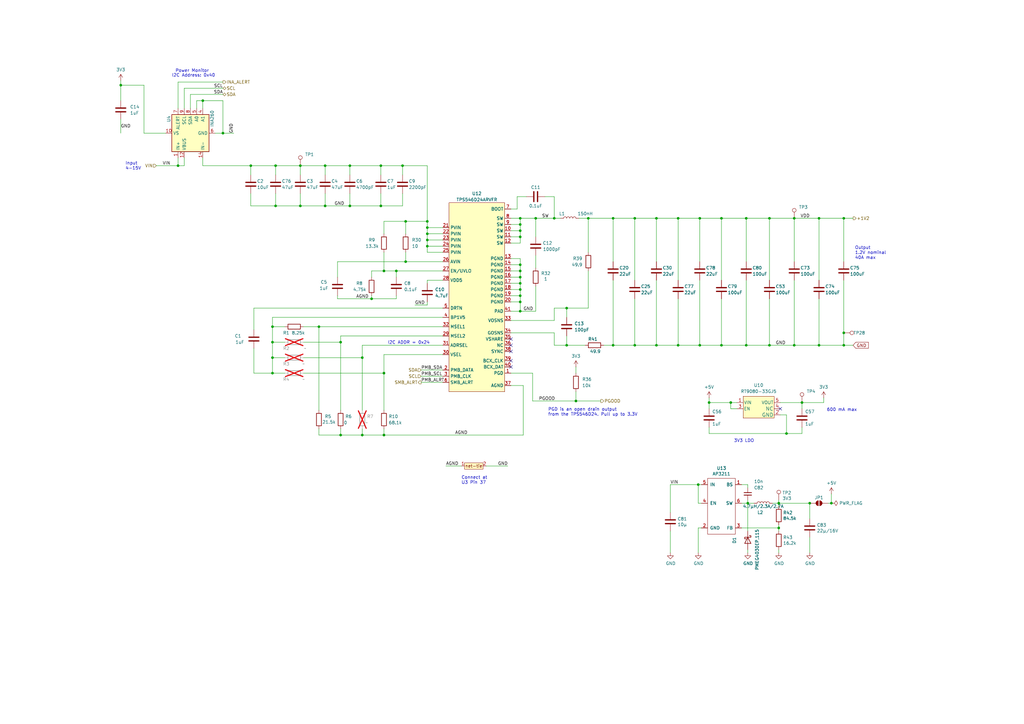
<source format=kicad_sch>
(kicad_sch
	(version 20231120)
	(generator "eeschema")
	(generator_version "8.0")
	(uuid "e77f6449-3b36-4c5d-9022-df43544ee993")
	(paper "A3")
	(title_block
		(title "BitForgeNano")
		(date "2024-06-21")
		(rev "1.0")
		(comment 1 "Licensed under CERN-OHL-W version 2")
	)
	
	(junction
		(at 319.405 216.535)
		(diameter 0)
		(color 0 0 0 0)
		(uuid "00c1e4c4-e456-421e-bc84-3f50c6e06301")
	)
	(junction
		(at 290.83 165.1)
		(diameter 0)
		(color 0 0 0 0)
		(uuid "068037e9-44d6-4c06-bf10-bded3b377fcb")
	)
	(junction
		(at 335.915 141.605)
		(diameter 0)
		(color 0 0 0 0)
		(uuid "07212697-435f-4188-ae66-3a7e8efd6775")
	)
	(junction
		(at 213.36 121.285)
		(diameter 0)
		(color 0 0 0 0)
		(uuid "08af7075-a844-4717-b582-aba1c97b0859")
	)
	(junction
		(at 286.385 198.755)
		(diameter 0)
		(color 0 0 0 0)
		(uuid "09d21131-e744-4c79-af00-46eadd0e6bb4")
	)
	(junction
		(at 269.24 141.605)
		(diameter 0)
		(color 0 0 0 0)
		(uuid "0bccd7f4-643f-4885-929f-ab32e2dce336")
	)
	(junction
		(at 157.48 111.125)
		(diameter 0)
		(color 0 0 0 0)
		(uuid "0fdada09-40ca-4219-ab12-58acbaae7910")
	)
	(junction
		(at 111.76 153.035)
		(diameter 0)
		(color 0 0 0 0)
		(uuid "12a1a24d-593f-44f3-85e5-c9f4ea99aee2")
	)
	(junction
		(at 332.105 206.375)
		(diameter 0)
		(color 0 0 0 0)
		(uuid "147889e3-8c65-4881-9230-8b35be09c1a1")
	)
	(junction
		(at 241.3 89.535)
		(diameter 0)
		(color 0 0 0 0)
		(uuid "1635645b-506d-4541-9870-b42741b49799")
	)
	(junction
		(at 143.51 84.455)
		(diameter 0)
		(color 0 0 0 0)
		(uuid "18262228-4698-4393-83cf-26517a8ba403")
	)
	(junction
		(at 322.58 177.8)
		(diameter 0)
		(color 0 0 0 0)
		(uuid "1878b59b-60df-4839-9dc5-f32638fa70d4")
	)
	(junction
		(at 306.07 89.535)
		(diameter 0)
		(color 0 0 0 0)
		(uuid "1b530fe0-1abe-4c47-9f1c-3704948321b5")
	)
	(junction
		(at 157.48 153.035)
		(diameter 0)
		(color 0 0 0 0)
		(uuid "231b08e3-13f4-4d1e-b576-3eddfa3b1a8f")
	)
	(junction
		(at 123.19 67.945)
		(diameter 0)
		(color 0 0 0 0)
		(uuid "253b4a73-1058-4ed2-bb35-97a6caeed468")
	)
	(junction
		(at 346.075 141.605)
		(diameter 0)
		(color 0 0 0 0)
		(uuid "26de3688-6760-42ef-813d-a0b032238e5d")
	)
	(junction
		(at 213.36 92.075)
		(diameter 0)
		(color 0 0 0 0)
		(uuid "279c9899-c658-4904-9fe7-b59e74040a93")
	)
	(junction
		(at 340.995 206.375)
		(diameter 0)
		(color 0 0 0 0)
		(uuid "2da88e64-95b3-4611-addc-ff0dd9278f30")
	)
	(junction
		(at 83.185 41.275)
		(diameter 0)
		(color 0 0 0 0)
		(uuid "2f195dda-fcba-4d87-9831-ce021be18af9")
	)
	(junction
		(at 328.93 165.1)
		(diameter 0)
		(color 0 0 0 0)
		(uuid "335e9438-369f-4815-8daf-694cef83d6a3")
	)
	(junction
		(at 306.705 206.375)
		(diameter 0)
		(color 0 0 0 0)
		(uuid "335efb0e-16ad-4fae-84e6-2d3a0fd8f565")
	)
	(junction
		(at 133.35 84.455)
		(diameter 0)
		(color 0 0 0 0)
		(uuid "35278fc7-ff08-4fe2-9db3-10fd93cbaa2b")
	)
	(junction
		(at 175.26 93.345)
		(diameter 0)
		(color 0 0 0 0)
		(uuid "40050d4f-064c-4eac-aa18-451a94a5127c")
	)
	(junction
		(at 325.755 89.535)
		(diameter 0)
		(color 0 0 0 0)
		(uuid "410dc1d4-bc5f-4e30-8ac4-e8581c0038a9")
	)
	(junction
		(at 148.59 146.685)
		(diameter 0)
		(color 0 0 0 0)
		(uuid "439bf52a-80df-47d7-8598-cbe65f9cd02e")
	)
	(junction
		(at 162.56 111.125)
		(diameter 0)
		(color 0 0 0 0)
		(uuid "4d44d13b-8e2e-4eaf-b852-546179ee1a7d")
	)
	(junction
		(at 139.7 178.435)
		(diameter 0)
		(color 0 0 0 0)
		(uuid "4db26f5a-14df-4212-9acc-f08970f1743d")
	)
	(junction
		(at 251.46 141.605)
		(diameter 0)
		(color 0 0 0 0)
		(uuid "56f34780-dbda-451e-9497-157dcad6aed5")
	)
	(junction
		(at 111.76 146.685)
		(diameter 0)
		(color 0 0 0 0)
		(uuid "58593026-9f3d-4b70-a626-a0f8b6893292")
	)
	(junction
		(at 213.36 116.205)
		(diameter 0)
		(color 0 0 0 0)
		(uuid "5a225f10-00ca-4a82-ac88-be42bb165074")
	)
	(junction
		(at 213.36 89.535)
		(diameter 0)
		(color 0 0 0 0)
		(uuid "5b07f681-257a-46e1-b4d5-10c98b36ef4a")
	)
	(junction
		(at 165.1 67.945)
		(diameter 0)
		(color 0 0 0 0)
		(uuid "613e35e2-829a-4bdd-90bf-9feb453200fe")
	)
	(junction
		(at 113.03 67.945)
		(diameter 0)
		(color 0 0 0 0)
		(uuid "67e69316-0325-4112-b186-8f49e29ede09")
	)
	(junction
		(at 278.13 141.605)
		(diameter 0)
		(color 0 0 0 0)
		(uuid "68055bd1-80c7-4328-b9ee-d17d7e380a76")
	)
	(junction
		(at 133.35 67.945)
		(diameter 0)
		(color 0 0 0 0)
		(uuid "6c17a465-5709-46f5-9169-ffe352c5efa4")
	)
	(junction
		(at 152.4 122.555)
		(diameter 0)
		(color 0 0 0 0)
		(uuid "6e8e9d75-8a05-4904-b358-0c65eb227c70")
	)
	(junction
		(at 113.03 84.455)
		(diameter 0)
		(color 0 0 0 0)
		(uuid "6e924794-079a-4f6b-8431-fda97c0ee754")
	)
	(junction
		(at 287.02 89.535)
		(diameter 0)
		(color 0 0 0 0)
		(uuid "762bfc45-f347-4c52-ae46-528048f52a8f")
	)
	(junction
		(at 213.36 97.155)
		(diameter 0)
		(color 0 0 0 0)
		(uuid "76aa13bc-c6cf-48ae-9430-b4b246060de4")
	)
	(junction
		(at 213.36 118.745)
		(diameter 0)
		(color 0 0 0 0)
		(uuid "7b7f2cfe-3be8-4b56-86d7-a129893c82df")
	)
	(junction
		(at 139.7 140.335)
		(diameter 0)
		(color 0 0 0 0)
		(uuid "7f3a9c78-7a96-47af-b01f-ed60ef612522")
	)
	(junction
		(at 213.36 127.635)
		(diameter 0)
		(color 0 0 0 0)
		(uuid "82cdf6b3-ab44-4fe4-92c4-d0f5bf9834a0")
	)
	(junction
		(at 278.13 89.535)
		(diameter 0)
		(color 0 0 0 0)
		(uuid "84de7437-3493-41b4-af0c-ab1033934b14")
	)
	(junction
		(at 315.595 89.535)
		(diameter 0)
		(color 0 0 0 0)
		(uuid "8893b8c5-666c-48ab-97a6-33727518961c")
	)
	(junction
		(at 175.26 95.885)
		(diameter 0)
		(color 0 0 0 0)
		(uuid "8a33ffcb-2bbd-47a1-b12a-cb7b620c6ca5")
	)
	(junction
		(at 346.075 89.535)
		(diameter 0)
		(color 0 0 0 0)
		(uuid "8a7cb13b-b6e7-4f46-8df7-e44fbbf21604")
	)
	(junction
		(at 213.36 111.125)
		(diameter 0)
		(color 0 0 0 0)
		(uuid "8ba63db9-a635-4486-8612-7dd1e07d10a7")
	)
	(junction
		(at 166.37 90.805)
		(diameter 0)
		(color 0 0 0 0)
		(uuid "8bebb593-dfe2-4666-85b0-c3648e132444")
	)
	(junction
		(at 73.025 67.945)
		(diameter 0)
		(color 0 0 0 0)
		(uuid "8c5860cd-75af-4fd4-a909-182654d99903")
	)
	(junction
		(at 166.37 107.315)
		(diameter 0)
		(color 0 0 0 0)
		(uuid "8e5f1a00-985b-4ed6-ad29-76b015f046e3")
	)
	(junction
		(at 325.755 141.605)
		(diameter 0)
		(color 0 0 0 0)
		(uuid "904ceddf-1c62-4ab3-ba61-c91f5f56275d")
	)
	(junction
		(at 232.41 126.365)
		(diameter 0)
		(color 0 0 0 0)
		(uuid "94aef893-9c7e-490b-a072-fec8d6b76bb4")
	)
	(junction
		(at 295.91 89.535)
		(diameter 0)
		(color 0 0 0 0)
		(uuid "9681b430-9b54-48bb-9482-29848be5fffd")
	)
	(junction
		(at 319.405 206.375)
		(diameter 0)
		(color 0 0 0 0)
		(uuid "99735822-5465-4acc-aed4-a89e9860688f")
	)
	(junction
		(at 299.72 165.1)
		(diameter 0)
		(color 0 0 0 0)
		(uuid "9994b645-fa6c-46fc-be97-36141a821249")
	)
	(junction
		(at 175.26 98.425)
		(diameter 0)
		(color 0 0 0 0)
		(uuid "9b9be9c9-5b08-4abf-a0c0-def13f1a0d5e")
	)
	(junction
		(at 123.19 84.455)
		(diameter 0)
		(color 0 0 0 0)
		(uuid "a0ac0dad-1651-45ce-b219-83ec30cc702f")
	)
	(junction
		(at 148.59 178.435)
		(diameter 0)
		(color 0 0 0 0)
		(uuid "a1031439-de0e-4b86-ac71-1ee26b1f44e3")
	)
	(junction
		(at 251.46 89.535)
		(diameter 0)
		(color 0 0 0 0)
		(uuid "a6cf06a9-1f67-455a-a005-dbbfad7371ad")
	)
	(junction
		(at 156.21 67.945)
		(diameter 0)
		(color 0 0 0 0)
		(uuid "aa306a74-9ec6-4d13-b8ad-f43bad96ec5a")
	)
	(junction
		(at 232.41 141.605)
		(diameter 0)
		(color 0 0 0 0)
		(uuid "b29ffa15-b69c-4106-bbf2-1b0551139ac1")
	)
	(junction
		(at 346.075 136.525)
		(diameter 0)
		(color 0 0 0 0)
		(uuid "b672e8de-ff34-4289-b829-6a79878838dc")
	)
	(junction
		(at 295.91 141.605)
		(diameter 0)
		(color 0 0 0 0)
		(uuid "b69ccc47-43d3-4bad-834f-21e5069de535")
	)
	(junction
		(at 157.48 178.435)
		(diameter 0)
		(color 0 0 0 0)
		(uuid "b6cc3dc7-b13f-4572-beb3-3401bb106b6b")
	)
	(junction
		(at 213.36 123.825)
		(diameter 0)
		(color 0 0 0 0)
		(uuid "b94db733-2a9f-42b6-9beb-ea5a0ad850b4")
	)
	(junction
		(at 219.71 89.535)
		(diameter 0)
		(color 0 0 0 0)
		(uuid "c24edbbd-7b49-4a5f-8b3d-d6e1697f22ca")
	)
	(junction
		(at 213.36 94.615)
		(diameter 0)
		(color 0 0 0 0)
		(uuid "c36e085e-b424-40c6-87c2-864fc7a99f06")
	)
	(junction
		(at 269.24 89.535)
		(diameter 0)
		(color 0 0 0 0)
		(uuid "c5c521b0-70cb-48e5-8a39-1f7cba741f5b")
	)
	(junction
		(at 111.76 140.335)
		(diameter 0)
		(color 0 0 0 0)
		(uuid "c9716e7a-5b83-4aca-9b0c-81bdaa024d95")
	)
	(junction
		(at 315.595 141.605)
		(diameter 0)
		(color 0 0 0 0)
		(uuid "caf8d58c-f6a7-498c-80f4-ecd134d2f35e")
	)
	(junction
		(at 213.36 113.665)
		(diameter 0)
		(color 0 0 0 0)
		(uuid "cc5cf1bc-d0cd-463a-801a-ac28fcc57f4d")
	)
	(junction
		(at 260.35 89.535)
		(diameter 0)
		(color 0 0 0 0)
		(uuid "ce71304e-09ec-4224-b691-e1b8cdc2bb2f")
	)
	(junction
		(at 175.26 100.965)
		(diameter 0)
		(color 0 0 0 0)
		(uuid "cf4cfe4f-d35a-4b08-b8b1-ca1e10eb457b")
	)
	(junction
		(at 91.44 54.61)
		(diameter 0)
		(color 0 0 0 0)
		(uuid "d207ee90-65e7-4553-a55e-d11d2db218e6")
	)
	(junction
		(at 213.36 108.585)
		(diameter 0)
		(color 0 0 0 0)
		(uuid "d84700cf-746e-4a9c-b591-0714658e7f6d")
	)
	(junction
		(at 227.33 89.535)
		(diameter 0)
		(color 0 0 0 0)
		(uuid "dadc8adf-e816-486d-be40-90b886d22b71")
	)
	(junction
		(at 130.81 133.985)
		(diameter 0)
		(color 0 0 0 0)
		(uuid "db50fa0c-dff1-4e60-864b-b08aba242e74")
	)
	(junction
		(at 49.53 34.925)
		(diameter 0)
		(color 0 0 0 0)
		(uuid "df6184de-8f3e-4d41-b40b-31de7185f242")
	)
	(junction
		(at 156.21 84.455)
		(diameter 0)
		(color 0 0 0 0)
		(uuid "e155c391-ab71-4ddb-853a-3689c8c8d2b5")
	)
	(junction
		(at 175.26 90.805)
		(diameter 0)
		(color 0 0 0 0)
		(uuid "e2775eca-46ee-48d4-86aa-97e7152409f4")
	)
	(junction
		(at 102.87 67.945)
		(diameter 0)
		(color 0 0 0 0)
		(uuid "e3efc62f-2b64-403f-bd82-adae7f1a4a96")
	)
	(junction
		(at 111.76 133.985)
		(diameter 0)
		(color 0 0 0 0)
		(uuid "e9ec3224-1789-4dff-8954-7c522385e1b5")
	)
	(junction
		(at 287.02 141.605)
		(diameter 0)
		(color 0 0 0 0)
		(uuid "eb6ec00e-36e6-43a2-9d21-78be15618f27")
	)
	(junction
		(at 306.07 141.605)
		(diameter 0)
		(color 0 0 0 0)
		(uuid "ec6230da-7252-42bb-9fa3-077542e54e35")
	)
	(junction
		(at 143.51 67.945)
		(diameter 0)
		(color 0 0 0 0)
		(uuid "ecd7be93-3867-4609-a17a-143c5fec2bc5")
	)
	(junction
		(at 335.915 89.535)
		(diameter 0)
		(color 0 0 0 0)
		(uuid "f5668152-027a-435c-8d20-ca82dc77c7f7")
	)
	(junction
		(at 260.35 141.605)
		(diameter 0)
		(color 0 0 0 0)
		(uuid "f5f41db8-b938-4d4c-803e-f5a58deb1feb")
	)
	(junction
		(at 236.22 164.465)
		(diameter 0)
		(color 0 0 0 0)
		(uuid "fde7e1fb-bc39-4248-815d-f11c0ebc4380")
	)
	(no_connect
		(at 320.04 167.64)
		(uuid "00e37e25-b224-49dd-9530-70ca32b58644")
	)
	(no_connect
		(at 209.55 147.955)
		(uuid "09c85184-c8e2-49ba-b214-a497e7bab38d")
	)
	(no_connect
		(at 209.55 141.605)
		(uuid "0c1bca99-be38-49a5-aeaa-504c4cb45c99")
	)
	(no_connect
		(at 209.55 139.065)
		(uuid "8cec0f5f-f25b-44a1-ba40-7a05c883ccb3")
	)
	(no_connect
		(at 209.55 144.145)
		(uuid "c8fc24c0-5f2d-4b47-9d7a-019c95bc841f")
	)
	(no_connect
		(at 209.55 150.495)
		(uuid "e9d17c4f-acfd-4f33-a5f1-11d24f06c6e9")
	)
	(wire
		(pts
			(xy 287.02 114.935) (xy 287.02 141.605)
		)
		(stroke
			(width 0)
			(type default)
		)
		(uuid "02bf3ebd-9c8a-48db-8e71-ac458d3f791f")
	)
	(wire
		(pts
			(xy 130.81 175.895) (xy 130.81 178.435)
		)
		(stroke
			(width 0)
			(type default)
		)
		(uuid "03e2bb39-c94d-4aca-bdcc-4cc4b5be35c4")
	)
	(wire
		(pts
			(xy 59.055 34.925) (xy 59.055 54.61)
		)
		(stroke
			(width 0)
			(type default)
		)
		(uuid "04b0d74f-0df2-4016-bb0c-d0929580ae12")
	)
	(wire
		(pts
			(xy 320.04 170.18) (xy 322.58 170.18)
		)
		(stroke
			(width 0)
			(type default)
		)
		(uuid "055c7e03-368a-449a-bfff-0908dc2a3afe")
	)
	(wire
		(pts
			(xy 232.41 126.365) (xy 241.3 126.365)
		)
		(stroke
			(width 0)
			(type default)
		)
		(uuid "06ff344c-9265-490d-b922-fc8182e8f9eb")
	)
	(wire
		(pts
			(xy 80.645 44.45) (xy 80.645 41.275)
		)
		(stroke
			(width 0)
			(type default)
		)
		(uuid "0744423e-97e0-4c66-abb4-26d304ef77e3")
	)
	(wire
		(pts
			(xy 148.59 175.895) (xy 148.59 178.435)
		)
		(stroke
			(width 0)
			(type default)
		)
		(uuid "07773ffa-4a6a-4b49-9ba7-0a1602306705")
	)
	(wire
		(pts
			(xy 130.81 133.985) (xy 130.81 168.275)
		)
		(stroke
			(width 0)
			(type default)
		)
		(uuid "09117ef7-e52e-44bc-937a-b36e70e0801a")
	)
	(wire
		(pts
			(xy 278.13 89.535) (xy 287.02 89.535)
		)
		(stroke
			(width 0)
			(type default)
		)
		(uuid "0922165d-245d-4125-ad36-146e026fc0da")
	)
	(wire
		(pts
			(xy 237.49 89.535) (xy 241.3 89.535)
		)
		(stroke
			(width 0)
			(type default)
		)
		(uuid "098bf63d-0c9e-4046-9106-632568603628")
	)
	(wire
		(pts
			(xy 290.83 165.1) (xy 299.72 165.1)
		)
		(stroke
			(width 0)
			(type default)
		)
		(uuid "0a10e06f-a6a6-4f6a-8629-b92bc56072d8")
	)
	(wire
		(pts
			(xy 166.37 90.805) (xy 175.26 90.805)
		)
		(stroke
			(width 0)
			(type default)
		)
		(uuid "0a924eb3-3d9d-4a9d-8df4-2abf0d06d3f7")
	)
	(wire
		(pts
			(xy 213.36 121.285) (xy 213.36 123.825)
		)
		(stroke
			(width 0)
			(type default)
		)
		(uuid "0b7cc23d-1808-4d9c-8165-549e73ebd39f")
	)
	(wire
		(pts
			(xy 306.705 206.375) (xy 309.245 206.375)
		)
		(stroke
			(width 0)
			(type default)
		)
		(uuid "0d0dfde8-7105-4a8e-9628-190bdf3cc626")
	)
	(wire
		(pts
			(xy 166.37 103.505) (xy 166.37 107.315)
		)
		(stroke
			(width 0)
			(type default)
		)
		(uuid "108bef49-739f-405a-b4c0-1a9b17f31953")
	)
	(wire
		(pts
			(xy 213.36 97.155) (xy 213.36 94.615)
		)
		(stroke
			(width 0)
			(type default)
		)
		(uuid "12a1b6aa-3b6f-4b33-8801-776f1680e1e2")
	)
	(wire
		(pts
			(xy 139.7 178.435) (xy 148.59 178.435)
		)
		(stroke
			(width 0)
			(type default)
		)
		(uuid "12d3476a-419c-4758-837d-61180550d348")
	)
	(wire
		(pts
			(xy 166.37 95.885) (xy 166.37 90.805)
		)
		(stroke
			(width 0)
			(type default)
		)
		(uuid "1550bcde-cda7-4687-8d8b-b63fe216adac")
	)
	(wire
		(pts
			(xy 332.105 206.375) (xy 319.405 206.375)
		)
		(stroke
			(width 0)
			(type default)
		)
		(uuid "1555be47-794f-4856-9b0d-506e21f8e8a2")
	)
	(wire
		(pts
			(xy 260.35 89.535) (xy 260.35 114.935)
		)
		(stroke
			(width 0)
			(type default)
		)
		(uuid "15cecac1-f32f-4d01-9311-4771f265e4d3")
	)
	(wire
		(pts
			(xy 138.43 122.555) (xy 152.4 122.555)
		)
		(stroke
			(width 0)
			(type default)
		)
		(uuid "15d30954-6e23-4f07-baaa-eb0b86d38655")
	)
	(wire
		(pts
			(xy 290.83 165.1) (xy 290.83 167.64)
		)
		(stroke
			(width 0)
			(type default)
		)
		(uuid "16bb4461-c63d-4145-a14b-939ad21900a4")
	)
	(wire
		(pts
			(xy 306.705 206.375) (xy 306.705 205.105)
		)
		(stroke
			(width 0)
			(type default)
		)
		(uuid "17d90baa-3abb-43a7-9a1d-96c1242fad5f")
	)
	(wire
		(pts
			(xy 219.71 117.475) (xy 219.71 127.635)
		)
		(stroke
			(width 0)
			(type default)
		)
		(uuid "193fb166-b84e-435e-a474-01ccd3242ae0")
	)
	(wire
		(pts
			(xy 113.03 84.455) (xy 123.19 84.455)
		)
		(stroke
			(width 0)
			(type default)
		)
		(uuid "19a7428f-04d8-4304-b0f3-050bab0f2b80")
	)
	(wire
		(pts
			(xy 124.46 146.685) (xy 148.59 146.685)
		)
		(stroke
			(width 0)
			(type default)
		)
		(uuid "1a181333-a7ee-426d-a914-60a8a5b29e41")
	)
	(wire
		(pts
			(xy 175.26 114.935) (xy 181.61 114.935)
		)
		(stroke
			(width 0)
			(type default)
		)
		(uuid "1a905044-7bbf-498d-959a-e30d33bde404")
	)
	(wire
		(pts
			(xy 104.14 126.365) (xy 181.61 126.365)
		)
		(stroke
			(width 0)
			(type default)
		)
		(uuid "1b4f8480-eda0-4271-8f13-d2ccf27bc241")
	)
	(wire
		(pts
			(xy 157.48 153.035) (xy 157.48 168.275)
		)
		(stroke
			(width 0)
			(type default)
		)
		(uuid "1b9688c9-3000-4aa1-a84f-ca5c4a8e6a2e")
	)
	(wire
		(pts
			(xy 209.55 111.125) (xy 213.36 111.125)
		)
		(stroke
			(width 0)
			(type default)
		)
		(uuid "1bedb2fc-3f91-443e-b6cc-c8d516c5f69b")
	)
	(wire
		(pts
			(xy 113.03 79.375) (xy 113.03 84.455)
		)
		(stroke
			(width 0)
			(type default)
		)
		(uuid "1dce5564-aec5-4d8b-9df7-fdbdb8140ff5")
	)
	(wire
		(pts
			(xy 182.88 191.135) (xy 189.23 191.135)
		)
		(stroke
			(width 0)
			(type default)
		)
		(uuid "1e096ba0-675f-4f0a-9803-6d4b6b076c3d")
	)
	(wire
		(pts
			(xy 227.33 141.605) (xy 232.41 141.605)
		)
		(stroke
			(width 0)
			(type default)
		)
		(uuid "1f415983-5e2a-4a02-aae7-b551fce07505")
	)
	(wire
		(pts
			(xy 162.56 121.285) (xy 162.56 122.555)
		)
		(stroke
			(width 0)
			(type default)
		)
		(uuid "20b99bc9-483a-4dab-a031-71ba4c0bc99f")
	)
	(wire
		(pts
			(xy 157.48 111.125) (xy 162.56 111.125)
		)
		(stroke
			(width 0)
			(type default)
		)
		(uuid "2197effc-2384-44b4-b8f2-9c658bdd3f69")
	)
	(wire
		(pts
			(xy 269.24 89.535) (xy 269.24 107.315)
		)
		(stroke
			(width 0)
			(type default)
		)
		(uuid "23cd591a-9074-452e-bf9d-b9249894df65")
	)
	(wire
		(pts
			(xy 209.55 116.205) (xy 213.36 116.205)
		)
		(stroke
			(width 0)
			(type default)
		)
		(uuid "23fd1325-2265-46bc-a8b1-9c5ed7c8737a")
	)
	(wire
		(pts
			(xy 209.55 158.115) (xy 214.63 158.115)
		)
		(stroke
			(width 0)
			(type default)
		)
		(uuid "25724376-41d8-4392-9c4d-16935cdec03f")
	)
	(wire
		(pts
			(xy 295.91 122.555) (xy 295.91 141.605)
		)
		(stroke
			(width 0)
			(type default)
		)
		(uuid "263b52b9-fcc2-430f-9dad-82aef9298a68")
	)
	(wire
		(pts
			(xy 148.59 141.605) (xy 181.61 141.605)
		)
		(stroke
			(width 0)
			(type default)
		)
		(uuid "266644bf-30d6-4c01-9548-c55ce596cd1f")
	)
	(wire
		(pts
			(xy 111.76 153.035) (xy 116.84 153.035)
		)
		(stroke
			(width 0)
			(type default)
		)
		(uuid "268c801b-5ea2-42c2-adef-798d1f556039")
	)
	(wire
		(pts
			(xy 218.44 164.465) (xy 236.22 164.465)
		)
		(stroke
			(width 0)
			(type default)
		)
		(uuid "26c637ad-3b58-42cb-be3b-a0d2d3f42b68")
	)
	(wire
		(pts
			(xy 346.075 89.535) (xy 346.075 107.315)
		)
		(stroke
			(width 0)
			(type default)
		)
		(uuid "26decee9-6ce1-4ba4-9219-290cba946cc2")
	)
	(wire
		(pts
			(xy 251.46 89.535) (xy 251.46 107.315)
		)
		(stroke
			(width 0)
			(type default)
		)
		(uuid "27b1772e-d005-42de-b6d1-fdd0a688feae")
	)
	(wire
		(pts
			(xy 315.595 89.535) (xy 325.755 89.535)
		)
		(stroke
			(width 0)
			(type default)
		)
		(uuid "28e89b67-4cdc-41e7-8911-d2f8c7006e8c")
	)
	(wire
		(pts
			(xy 170.18 125.095) (xy 175.26 125.095)
		)
		(stroke
			(width 0)
			(type default)
		)
		(uuid "2b7bce7f-8788-412d-8e79-f8ce8d665c55")
	)
	(wire
		(pts
			(xy 113.03 67.945) (xy 113.03 71.755)
		)
		(stroke
			(width 0)
			(type default)
		)
		(uuid "2b819cf4-65fa-4589-887f-2c741cc9ef7f")
	)
	(wire
		(pts
			(xy 172.72 154.305) (xy 181.61 154.305)
		)
		(stroke
			(width 0)
			(type default)
		)
		(uuid "2e68e0f1-c231-47a7-90d6-1295a1c649ce")
	)
	(wire
		(pts
			(xy 219.71 127.635) (xy 213.36 127.635)
		)
		(stroke
			(width 0)
			(type default)
		)
		(uuid "2eb32cd7-961b-4fc3-80ae-153dba0abec2")
	)
	(wire
		(pts
			(xy 148.59 178.435) (xy 157.48 178.435)
		)
		(stroke
			(width 0)
			(type default)
		)
		(uuid "2f118076-4b0c-4e07-b2fa-374009df61f4")
	)
	(wire
		(pts
			(xy 286.385 198.755) (xy 286.385 206.375)
		)
		(stroke
			(width 0)
			(type default)
		)
		(uuid "32526bf1-8ab2-4c80-87f2-428cd36e2afd")
	)
	(wire
		(pts
			(xy 157.48 111.125) (xy 152.4 111.125)
		)
		(stroke
			(width 0)
			(type default)
		)
		(uuid "3267c7c7-1911-4df3-bf14-5cb49aa2e38e")
	)
	(wire
		(pts
			(xy 175.26 98.425) (xy 181.61 98.425)
		)
		(stroke
			(width 0)
			(type default)
		)
		(uuid "34ce7e0d-989a-47da-b86a-02c4a760c88b")
	)
	(wire
		(pts
			(xy 156.21 79.375) (xy 156.21 84.455)
		)
		(stroke
			(width 0)
			(type default)
		)
		(uuid "370c1179-4325-467f-9885-93357d411ee6")
	)
	(wire
		(pts
			(xy 251.46 89.535) (xy 260.35 89.535)
		)
		(stroke
			(width 0)
			(type default)
		)
		(uuid "3781f5ba-efa7-4e32-b827-3f26c481e87a")
	)
	(wire
		(pts
			(xy 175.26 100.965) (xy 181.61 100.965)
		)
		(stroke
			(width 0)
			(type default)
		)
		(uuid "38a88b56-5e82-4934-947d-d8196a610b75")
	)
	(wire
		(pts
			(xy 325.755 107.315) (xy 325.755 89.535)
		)
		(stroke
			(width 0)
			(type default)
		)
		(uuid "38c1ac16-51c4-4618-9729-ad8a35987479")
	)
	(wire
		(pts
			(xy 133.35 67.945) (xy 133.35 71.755)
		)
		(stroke
			(width 0)
			(type default)
		)
		(uuid "38eb6d13-f7e3-4979-bb20-fa346b9bf3d4")
	)
	(wire
		(pts
			(xy 209.55 106.045) (xy 213.36 106.045)
		)
		(stroke
			(width 0)
			(type default)
		)
		(uuid "392f1fe6-efa3-431f-a9e8-23704daba64d")
	)
	(wire
		(pts
			(xy 49.53 33.02) (xy 49.53 34.925)
		)
		(stroke
			(width 0)
			(type default)
		)
		(uuid "39ca4d4c-b6cc-4c8f-9ae8-5d0585b76e64")
	)
	(wire
		(pts
			(xy 290.83 177.8) (xy 290.83 175.26)
		)
		(stroke
			(width 0)
			(type default)
		)
		(uuid "3ad379d1-36af-42b0-8773-28e00ca173b1")
	)
	(wire
		(pts
			(xy 138.43 107.315) (xy 166.37 107.315)
		)
		(stroke
			(width 0)
			(type default)
		)
		(uuid "3aefed8d-5cd5-4dc2-b78e-6adb2c0b7f24")
	)
	(wire
		(pts
			(xy 236.22 164.465) (xy 246.38 164.465)
		)
		(stroke
			(width 0)
			(type default)
		)
		(uuid "3b35f032-8cd2-435f-988f-36d7be11ee49")
	)
	(wire
		(pts
			(xy 156.21 67.945) (xy 156.21 71.755)
		)
		(stroke
			(width 0)
			(type default)
		)
		(uuid "3b6f1e23-af22-4b08-b2c0-bc6447e0e41f")
	)
	(wire
		(pts
			(xy 346.075 136.525) (xy 346.075 141.605)
		)
		(stroke
			(width 0)
			(type default)
		)
		(uuid "3b8b06bb-22c4-44db-a8bc-03fbc9199091")
	)
	(wire
		(pts
			(xy 175.26 123.825) (xy 175.26 125.095)
		)
		(stroke
			(width 0)
			(type default)
		)
		(uuid "3ee3bda9-d24a-4810-b1c8-0e2e1181c702")
	)
	(wire
		(pts
			(xy 102.87 67.945) (xy 113.03 67.945)
		)
		(stroke
			(width 0)
			(type default)
		)
		(uuid "3f47e8ff-aef3-488f-bb5e-09b1157eca14")
	)
	(wire
		(pts
			(xy 213.36 106.045) (xy 213.36 108.585)
		)
		(stroke
			(width 0)
			(type default)
		)
		(uuid "3f9eb559-ad83-4d21-811b-1de98dd2159a")
	)
	(wire
		(pts
			(xy 75.565 36.195) (xy 91.44 36.195)
		)
		(stroke
			(width 0)
			(type default)
		)
		(uuid "402e9f7f-31ce-416d-aa05-7ec50e030d1b")
	)
	(wire
		(pts
			(xy 139.7 175.895) (xy 139.7 178.435)
		)
		(stroke
			(width 0)
			(type default)
		)
		(uuid "43531658-4d63-461c-af3b-accb2c4be4dd")
	)
	(wire
		(pts
			(xy 315.595 89.535) (xy 315.595 114.935)
		)
		(stroke
			(width 0)
			(type default)
		)
		(uuid "442c26bc-0483-4e18-96bd-318a26fec61e")
	)
	(wire
		(pts
			(xy 335.915 89.535) (xy 346.075 89.535)
		)
		(stroke
			(width 0)
			(type default)
		)
		(uuid "44c3ecec-02b7-46a5-a557-3969daba1336")
	)
	(wire
		(pts
			(xy 227.33 131.445) (xy 227.33 126.365)
		)
		(stroke
			(width 0)
			(type default)
		)
		(uuid "44f3d4e6-b037-494e-81e1-dbb2c3b8b699")
	)
	(wire
		(pts
			(xy 286.385 198.755) (xy 287.655 198.755)
		)
		(stroke
			(width 0)
			(type default)
		)
		(uuid "45e63e04-1f45-4066-a0b9-746575ada412")
	)
	(wire
		(pts
			(xy 143.51 79.375) (xy 143.51 84.455)
		)
		(stroke
			(width 0)
			(type default)
		)
		(uuid "471c650b-261e-41fa-80e1-403f65b2ae60")
	)
	(wire
		(pts
			(xy 75.565 64.77) (xy 75.565 67.945)
		)
		(stroke
			(width 0)
			(type default)
		)
		(uuid "4723a206-6826-4b0e-9577-54a484f6bf6c")
	)
	(wire
		(pts
			(xy 156.21 67.945) (xy 165.1 67.945)
		)
		(stroke
			(width 0)
			(type default)
		)
		(uuid "487c7812-2b1e-4cad-b344-fdb71ef2ce8d")
	)
	(wire
		(pts
			(xy 209.55 99.695) (xy 213.36 99.695)
		)
		(stroke
			(width 0)
			(type default)
		)
		(uuid "49ba4881-a165-4927-831c-6ccc914caee0")
	)
	(wire
		(pts
			(xy 278.13 122.555) (xy 278.13 141.605)
		)
		(stroke
			(width 0)
			(type default)
		)
		(uuid "4c948354-2932-41e6-96b1-8105821e3546")
	)
	(wire
		(pts
			(xy 306.07 114.935) (xy 306.07 141.605)
		)
		(stroke
			(width 0)
			(type default)
		)
		(uuid "4d74f051-44ab-4549-8f5e-4484ebd873e3")
	)
	(wire
		(pts
			(xy 181.61 103.505) (xy 175.26 103.505)
		)
		(stroke
			(width 0)
			(type default)
		)
		(uuid "4fbb5d5f-5afa-499d-8937-dd8ce2b6c06a")
	)
	(wire
		(pts
			(xy 133.35 84.455) (xy 143.51 84.455)
		)
		(stroke
			(width 0)
			(type default)
		)
		(uuid "503e97be-5670-4b9d-aa80-e0515ed59ed4")
	)
	(wire
		(pts
			(xy 130.81 178.435) (xy 139.7 178.435)
		)
		(stroke
			(width 0)
			(type default)
		)
		(uuid "50be0c85-5ad0-4ef4-892b-700792555875")
	)
	(wire
		(pts
			(xy 83.185 64.77) (xy 83.185 67.945)
		)
		(stroke
			(width 0)
			(type default)
		)
		(uuid "510e9591-4e8b-4803-869e-6210a43e9511")
	)
	(wire
		(pts
			(xy 111.76 140.335) (xy 111.76 146.685)
		)
		(stroke
			(width 0)
			(type default)
		)
		(uuid "52aa719c-afc8-4877-a779-1ea14bb4eb81")
	)
	(wire
		(pts
			(xy 49.53 34.925) (xy 59.055 34.925)
		)
		(stroke
			(width 0)
			(type default)
		)
		(uuid "546629c0-d719-4736-80d5-1435b0c82d92")
	)
	(wire
		(pts
			(xy 111.76 130.175) (xy 111.76 133.985)
		)
		(stroke
			(width 0)
			(type default)
		)
		(uuid "56817e12-0e0b-459f-8681-1377fbd09a3d")
	)
	(wire
		(pts
			(xy 130.81 133.985) (xy 181.61 133.985)
		)
		(stroke
			(width 0)
			(type default)
		)
		(uuid "56a70f65-ec12-4484-917e-d1bd9c18e6eb")
	)
	(wire
		(pts
			(xy 138.43 121.285) (xy 138.43 122.555)
		)
		(stroke
			(width 0)
			(type default)
		)
		(uuid "5859f6b4-3026-42c0-902c-bc04eebb40c9")
	)
	(wire
		(pts
			(xy 218.44 153.035) (xy 218.44 164.465)
		)
		(stroke
			(width 0)
			(type default)
		)
		(uuid "5888c70a-8f0e-4d58-81de-99132f36e5ea")
	)
	(wire
		(pts
			(xy 241.3 89.535) (xy 241.3 103.505)
		)
		(stroke
			(width 0)
			(type default)
		)
		(uuid "5a1b32bb-043c-49e0-834c-e7f3216a1ec5")
	)
	(wire
		(pts
			(xy 175.26 95.885) (xy 175.26 98.425)
		)
		(stroke
			(width 0)
			(type default)
		)
		(uuid "5c1c9a10-7937-4525-97c3-dabf99a22ead")
	)
	(wire
		(pts
			(xy 260.35 141.605) (xy 269.24 141.605)
		)
		(stroke
			(width 0)
			(type default)
		)
		(uuid "5e2f2599-bc80-49e1-b2c1-abd23797b66f")
	)
	(wire
		(pts
			(xy 319.405 217.805) (xy 319.405 216.535)
		)
		(stroke
			(width 0)
			(type default)
		)
		(uuid "5ea98d7e-909a-497d-ad55-6cd1bd42ab11")
	)
	(wire
		(pts
			(xy 175.26 67.945) (xy 175.26 90.805)
		)
		(stroke
			(width 0)
			(type default)
		)
		(uuid "61743e9a-2dc2-422d-8521-4dd3be8f2b75")
	)
	(wire
		(pts
			(xy 212.09 85.725) (xy 212.09 80.645)
		)
		(stroke
			(width 0)
			(type default)
		)
		(uuid "61dd2656-89b8-4441-acda-48fe7ef335c3")
	)
	(wire
		(pts
			(xy 148.59 141.605) (xy 148.59 146.685)
		)
		(stroke
			(width 0)
			(type default)
		)
		(uuid "6631205f-5833-4f24-bec2-1a9aad9c3cd5")
	)
	(wire
		(pts
			(xy 133.35 67.945) (xy 143.51 67.945)
		)
		(stroke
			(width 0)
			(type default)
		)
		(uuid "668c9460-7e50-44f9-9452-29b0555c13b0")
	)
	(wire
		(pts
			(xy 325.755 89.535) (xy 335.915 89.535)
		)
		(stroke
			(width 0)
			(type default)
		)
		(uuid "66b8c863-5344-4dff-9fb2-f2959a400beb")
	)
	(wire
		(pts
			(xy 157.48 175.895) (xy 157.48 178.435)
		)
		(stroke
			(width 0)
			(type default)
		)
		(uuid "67826fd2-8812-40e7-99ba-b28bade0c430")
	)
	(wire
		(pts
			(xy 274.955 198.755) (xy 286.385 198.755)
		)
		(stroke
			(width 0)
			(type default)
		)
		(uuid "67961f86-01b1-4773-94d2-8e00db0dedae")
	)
	(wire
		(pts
			(xy 299.72 165.1) (xy 302.26 165.1)
		)
		(stroke
			(width 0)
			(type default)
		)
		(uuid "67e8ee1a-0b53-4ef8-b0fd-5b62d6569627")
	)
	(wire
		(pts
			(xy 213.36 111.125) (xy 213.36 113.665)
		)
		(stroke
			(width 0)
			(type default)
		)
		(uuid "692f55db-6a73-4d73-85db-4897e5cdcbab")
	)
	(wire
		(pts
			(xy 209.55 108.585) (xy 213.36 108.585)
		)
		(stroke
			(width 0)
			(type default)
		)
		(uuid "6ab31c98-9c0c-4519-932e-410224fad749")
	)
	(wire
		(pts
			(xy 213.36 99.695) (xy 213.36 97.155)
		)
		(stroke
			(width 0)
			(type default)
		)
		(uuid "6b71d5aa-98c4-45d9-9fd8-209229e000ef")
	)
	(wire
		(pts
			(xy 213.36 116.205) (xy 213.36 118.745)
		)
		(stroke
			(width 0)
			(type default)
		)
		(uuid "6c3ec655-9063-4f15-94d8-25c9201672ca")
	)
	(wire
		(pts
			(xy 227.33 126.365) (xy 232.41 126.365)
		)
		(stroke
			(width 0)
			(type default)
		)
		(uuid "6cc0ce3d-bd61-44a3-a722-ff771dba4196")
	)
	(wire
		(pts
			(xy 175.26 95.885) (xy 181.61 95.885)
		)
		(stroke
			(width 0)
			(type default)
		)
		(uuid "6d8f8270-d4e6-4aab-918b-66206a8f8e71")
	)
	(wire
		(pts
			(xy 269.24 141.605) (xy 278.13 141.605)
		)
		(stroke
			(width 0)
			(type default)
		)
		(uuid "701a22d2-411f-424d-9c9d-76ae5532214c")
	)
	(wire
		(pts
			(xy 251.46 141.605) (xy 260.35 141.605)
		)
		(stroke
			(width 0)
			(type default)
		)
		(uuid "7068fd94-e845-4ddb-be40-2e00dbe5576d")
	)
	(wire
		(pts
			(xy 304.165 198.755) (xy 306.705 198.755)
		)
		(stroke
			(width 0)
			(type default)
		)
		(uuid "714d2507-9adb-4def-9134-18a6ed50b954")
	)
	(wire
		(pts
			(xy 143.51 84.455) (xy 156.21 84.455)
		)
		(stroke
			(width 0)
			(type default)
		)
		(uuid "71bd2ec2-7059-4eb4-b8fd-97c8d2f94e4a")
	)
	(wire
		(pts
			(xy 340.995 202.565) (xy 340.995 206.375)
		)
		(stroke
			(width 0)
			(type default)
		)
		(uuid "724740be-f8f6-4466-a654-fb2d94f5fad6")
	)
	(wire
		(pts
			(xy 213.36 94.615) (xy 213.36 92.075)
		)
		(stroke
			(width 0)
			(type default)
		)
		(uuid "73e979ae-e6e6-4d86-9ae6-4576bb9bee16")
	)
	(wire
		(pts
			(xy 251.46 114.935) (xy 251.46 141.605)
		)
		(stroke
			(width 0)
			(type default)
		)
		(uuid "744df76c-5169-460c-8817-62848cd5303d")
	)
	(wire
		(pts
			(xy 236.22 160.655) (xy 236.22 164.465)
		)
		(stroke
			(width 0)
			(type default)
		)
		(uuid "74578848-b65c-4e53-a385-8abda8d86e75")
	)
	(wire
		(pts
			(xy 213.36 123.825) (xy 209.55 123.825)
		)
		(stroke
			(width 0)
			(type default)
		)
		(uuid "74d2db24-a48c-4312-8e66-626944c5d6cd")
	)
	(wire
		(pts
			(xy 306.07 89.535) (xy 315.595 89.535)
		)
		(stroke
			(width 0)
			(type default)
		)
		(uuid "759fd29e-4fcd-4acd-8bfb-ee549774efa0")
	)
	(wire
		(pts
			(xy 287.02 141.605) (xy 295.91 141.605)
		)
		(stroke
			(width 0)
			(type default)
		)
		(uuid "7610a6a7-43af-4743-9583-e445a026e5d6")
	)
	(wire
		(pts
			(xy 199.39 191.135) (xy 208.28 191.135)
		)
		(stroke
			(width 0)
			(type default)
		)
		(uuid "768a1637-2730-4134-95e6-d2ed6497e03c")
	)
	(wire
		(pts
			(xy 143.51 67.945) (xy 143.51 71.755)
		)
		(stroke
			(width 0)
			(type default)
		)
		(uuid "77033f46-0b78-4582-9a93-dbfc3b37d32c")
	)
	(wire
		(pts
			(xy 73.025 44.45) (xy 73.025 33.655)
		)
		(stroke
			(width 0)
			(type default)
		)
		(uuid "771954cb-a8b1-4cbf-b5e3-b3cfec8d17ae")
	)
	(wire
		(pts
			(xy 181.61 130.175) (xy 111.76 130.175)
		)
		(stroke
			(width 0)
			(type default)
		)
		(uuid "77498809-1b18-46bb-9d65-fba16fc7b7a5")
	)
	(wire
		(pts
			(xy 111.76 133.985) (xy 116.84 133.985)
		)
		(stroke
			(width 0)
			(type default)
		)
		(uuid "78383167-2c62-4d6f-bada-4e065f8f4f0e")
	)
	(wire
		(pts
			(xy 175.26 93.345) (xy 181.61 93.345)
		)
		(stroke
			(width 0)
			(type default)
		)
		(uuid "78e0d1be-4786-409d-a5f2-85ce8933bc40")
	)
	(wire
		(pts
			(xy 315.595 141.605) (xy 325.755 141.605)
		)
		(stroke
			(width 0)
			(type default)
		)
		(uuid "7907696f-19b2-455a-adaf-91cd9c51e896")
	)
	(wire
		(pts
			(xy 286.385 206.375) (xy 287.655 206.375)
		)
		(stroke
			(width 0)
			(type default)
		)
		(uuid "795bb4a4-85d7-4a2d-b16c-41ea5f7cbb73")
	)
	(wire
		(pts
			(xy 88.265 54.61) (xy 91.44 54.61)
		)
		(stroke
			(width 0)
			(type default)
		)
		(uuid "7a600d98-334c-4c63-881d-be5c4673f4d9")
	)
	(wire
		(pts
			(xy 209.55 118.745) (xy 213.36 118.745)
		)
		(stroke
			(width 0)
			(type default)
		)
		(uuid "7aaef3e5-d6e4-4a92-80bc-593c873dd72d")
	)
	(wire
		(pts
			(xy 346.075 114.935) (xy 346.075 136.525)
		)
		(stroke
			(width 0)
			(type default)
		)
		(uuid "7ac77d26-59d8-4013-85ed-06f905204835")
	)
	(wire
		(pts
			(xy 123.19 79.375) (xy 123.19 84.455)
		)
		(stroke
			(width 0)
			(type default)
		)
		(uuid "7cdcdd8c-2b00-4832-8fed-eb3467e735f1")
	)
	(wire
		(pts
			(xy 156.21 84.455) (xy 165.1 84.455)
		)
		(stroke
			(width 0)
			(type default)
		)
		(uuid "7d6ea94b-2176-41b8-b261-c8ea94c2fd4d")
	)
	(wire
		(pts
			(xy 111.76 146.685) (xy 116.84 146.685)
		)
		(stroke
			(width 0)
			(type default)
		)
		(uuid "7e6c7722-c886-4b45-831e-af3ddec969c0")
	)
	(wire
		(pts
			(xy 152.4 121.285) (xy 152.4 122.555)
		)
		(stroke
			(width 0)
			(type default)
		)
		(uuid "7ff1fd9a-2bd2-42b0-bb76-4f056c44385c")
	)
	(wire
		(pts
			(xy 64.135 67.945) (xy 73.025 67.945)
		)
		(stroke
			(width 0)
			(type default)
		)
		(uuid "82585f13-347b-42f7-869e-4e6f659c7af8")
	)
	(wire
		(pts
			(xy 175.26 90.805) (xy 175.26 93.345)
		)
		(stroke
			(width 0)
			(type default)
		)
		(uuid "82dd2589-eeb1-4346-97d3-ebfe18b9d46b")
	)
	(wire
		(pts
			(xy 148.59 146.685) (xy 148.59 168.275)
		)
		(stroke
			(width 0)
			(type default)
		)
		(uuid "84ff7af0-9e0d-43d1-bff2-772f9c340c57")
	)
	(wire
		(pts
			(xy 175.26 98.425) (xy 175.26 100.965)
		)
		(stroke
			(width 0)
			(type default)
		)
		(uuid "86384ece-5a98-4685-886f-c4f9a5e71d95")
	)
	(wire
		(pts
			(xy 104.14 153.035) (xy 111.76 153.035)
		)
		(stroke
			(width 0)
			(type default)
		)
		(uuid "86b68284-0a8a-4def-b642-03c22e6ce7aa")
	)
	(wire
		(pts
			(xy 227.33 136.525) (xy 227.33 141.605)
		)
		(stroke
			(width 0)
			(type default)
		)
		(uuid "8923c181-06ab-4675-aa46-1e5d407e2165")
	)
	(wire
		(pts
			(xy 274.955 210.185) (xy 274.955 198.755)
		)
		(stroke
			(width 0)
			(type default)
		)
		(uuid "8a745f60-10f9-4107-b4f0-91762ca6c782")
	)
	(wire
		(pts
			(xy 306.705 198.755) (xy 306.705 200.025)
		)
		(stroke
			(width 0)
			(type default)
		)
		(uuid "8a8b4341-7646-45e2-bbda-046c8e04fc9c")
	)
	(wire
		(pts
			(xy 73.025 64.77) (xy 73.025 67.945)
		)
		(stroke
			(width 0)
			(type default)
		)
		(uuid "8b2811d6-873c-4ce3-9165-3f816403e646")
	)
	(wire
		(pts
			(xy 157.48 103.505) (xy 157.48 111.125)
		)
		(stroke
			(width 0)
			(type default)
		)
		(uuid "8b7d2330-a52a-4073-a843-630c412cc76c")
	)
	(wire
		(pts
			(xy 102.87 71.755) (xy 102.87 67.945)
		)
		(stroke
			(width 0)
			(type default)
		)
		(uuid "8b805eb0-a453-4cf9-9554-d22498400a78")
	)
	(wire
		(pts
			(xy 166.37 107.315) (xy 181.61 107.315)
		)
		(stroke
			(width 0)
			(type default)
		)
		(uuid "8da45cc9-a52a-49dd-966e-93071726017a")
	)
	(wire
		(pts
			(xy 306.07 107.315) (xy 306.07 89.535)
		)
		(stroke
			(width 0)
			(type default)
		)
		(uuid "8e3fd79d-d94d-4d74-9bf2-b4c633fb062b")
	)
	(wire
		(pts
			(xy 278.13 141.605) (xy 287.02 141.605)
		)
		(stroke
			(width 0)
			(type default)
		)
		(uuid "8f2aeca3-bf86-40ce-b171-e25a0a4e45b2")
	)
	(wire
		(pts
			(xy 328.93 165.1) (xy 337.82 165.1)
		)
		(stroke
			(width 0)
			(type default)
		)
		(uuid "8f732fa9-80c3-48ba-8c27-8ac52f396768")
	)
	(wire
		(pts
			(xy 157.48 95.885) (xy 157.48 90.805)
		)
		(stroke
			(width 0)
			(type default)
		)
		(uuid "906aae3e-ea81-424f-895f-53c105840cce")
	)
	(wire
		(pts
			(xy 260.35 122.555) (xy 260.35 141.605)
		)
		(stroke
			(width 0)
			(type default)
		)
		(uuid "92693d45-19d2-4f87-8e04-2ee66b181011")
	)
	(wire
		(pts
			(xy 172.72 151.765) (xy 181.61 151.765)
		)
		(stroke
			(width 0)
			(type default)
		)
		(uuid "92e0cb5d-88c9-4bfd-82c3-a5a4d19f9fe5")
	)
	(wire
		(pts
			(xy 302.26 167.64) (xy 299.72 167.64)
		)
		(stroke
			(width 0)
			(type default)
		)
		(uuid "930a646b-1f0a-46ff-a4b9-bbaa4caeb86e")
	)
	(wire
		(pts
			(xy 295.91 141.605) (xy 306.07 141.605)
		)
		(stroke
			(width 0)
			(type default)
		)
		(uuid "93300154-a267-4065-937e-12b3f42cd613")
	)
	(wire
		(pts
			(xy 139.7 137.795) (xy 181.61 137.795)
		)
		(stroke
			(width 0)
			(type default)
		)
		(uuid "93418972-5888-423c-91c7-cea343db3540")
	)
	(wire
		(pts
			(xy 91.44 41.275) (xy 91.44 54.61)
		)
		(stroke
			(width 0)
			(type default)
		)
		(uuid "96b026c1-80d6-477f-bf56-3f09c7df1438")
	)
	(wire
		(pts
			(xy 209.55 121.285) (xy 213.36 121.285)
		)
		(stroke
			(width 0)
			(type default)
		)
		(uuid "9786a6b8-4f81-445a-812e-1e90acee074c")
	)
	(wire
		(pts
			(xy 143.51 67.945) (xy 156.21 67.945)
		)
		(stroke
			(width 0)
			(type default)
		)
		(uuid "97fd7c2b-656e-4184-889d-b228aa536111")
	)
	(wire
		(pts
			(xy 49.53 48.895) (xy 49.53 54.61)
		)
		(stroke
			(width 0)
			(type default)
		)
		(uuid "98af09f8-d568-4469-bac7-4c0ed97d708b")
	)
	(wire
		(pts
			(xy 320.04 165.1) (xy 328.93 165.1)
		)
		(stroke
			(width 0)
			(type default)
		)
		(uuid "98be5301-15d6-42a3-a4b5-1ffbbc537ef7")
	)
	(wire
		(pts
			(xy 157.48 145.415) (xy 157.48 153.035)
		)
		(stroke
			(width 0)
			(type default)
		)
		(uuid "991e083c-6cb8-4327-8c58-5246b22153a5")
	)
	(wire
		(pts
			(xy 49.53 34.925) (xy 49.53 41.275)
		)
		(stroke
			(width 0)
			(type default)
		)
		(uuid "998dcd42-b1d5-49e5-b680-2e5eea8c9604")
	)
	(wire
		(pts
			(xy 335.915 141.605) (xy 346.075 141.605)
		)
		(stroke
			(width 0)
			(type default)
		)
		(uuid "9a0914d1-9de6-43f8-a4c3-cde0c9e3f62b")
	)
	(wire
		(pts
			(xy 157.48 178.435) (xy 214.63 178.435)
		)
		(stroke
			(width 0)
			(type default)
		)
		(uuid "9abd0fed-33b2-4d2c-9503-b230d6a35e34")
	)
	(wire
		(pts
			(xy 213.36 123.825) (xy 213.36 127.635)
		)
		(stroke
			(width 0)
			(type default)
		)
		(uuid "9d003f01-bf24-4bd7-a236-3669e36892fb")
	)
	(wire
		(pts
			(xy 319.405 207.645) (xy 319.405 206.375)
		)
		(stroke
			(width 0)
			(type default)
		)
		(uuid "9ed1b752-96b3-4db1-8344-dde379ef54b8")
	)
	(wire
		(pts
			(xy 124.46 133.985) (xy 130.81 133.985)
		)
		(stroke
			(width 0)
			(type default)
		)
		(uuid "a11f80cb-b474-4c74-97ad-47ecf8d8193f")
	)
	(wire
		(pts
			(xy 133.35 79.375) (xy 133.35 84.455)
		)
		(stroke
			(width 0)
			(type default)
		)
		(uuid "a23aeaf1-6d98-414a-bc3d-f27acf7c3eda")
	)
	(wire
		(pts
			(xy 209.55 153.035) (xy 218.44 153.035)
		)
		(stroke
			(width 0)
			(type default)
		)
		(uuid "a251e17f-eec9-43a4-8098-d838e28fdcaa")
	)
	(wire
		(pts
			(xy 209.55 113.665) (xy 213.36 113.665)
		)
		(stroke
			(width 0)
			(type default)
		)
		(uuid "a34ff7ba-e6ec-45c9-84b7-9dfe4d025bb5")
	)
	(wire
		(pts
			(xy 83.185 41.275) (xy 91.44 41.275)
		)
		(stroke
			(width 0)
			(type default)
		)
		(uuid "a37bc560-203c-4ec7-9a16-a9a790516e3b")
	)
	(wire
		(pts
			(xy 209.55 94.615) (xy 213.36 94.615)
		)
		(stroke
			(width 0)
			(type default)
		)
		(uuid "a45622ee-15f3-46cf-919e-f570701e1a66")
	)
	(wire
		(pts
			(xy 138.43 113.665) (xy 138.43 107.315)
		)
		(stroke
			(width 0)
			(type default)
		)
		(uuid "a479aad6-46b3-4992-99c3-7779d530286d")
	)
	(wire
		(pts
			(xy 162.56 111.125) (xy 181.61 111.125)
		)
		(stroke
			(width 0)
			(type default)
		)
		(uuid "a4806312-9a03-4e36-aa8b-63778bc3d51d")
	)
	(wire
		(pts
			(xy 299.72 167.64) (xy 299.72 165.1)
		)
		(stroke
			(width 0)
			(type default)
		)
		(uuid "a4e0e394-fc90-4aa3-a2e5-4f77a031a8e2")
	)
	(wire
		(pts
			(xy 319.405 206.375) (xy 316.865 206.375)
		)
		(stroke
			(width 0)
			(type default)
		)
		(uuid "a4eae58c-67c5-407d-8fbd-fa3bf6a9f6d0")
	)
	(wire
		(pts
			(xy 139.7 140.335) (xy 139.7 168.275)
		)
		(stroke
			(width 0)
			(type default)
		)
		(uuid "a4ec6c53-09d2-4404-998d-4dcf78f508f1")
	)
	(wire
		(pts
			(xy 236.22 153.035) (xy 236.22 150.495)
		)
		(stroke
			(width 0)
			(type default)
		)
		(uuid "a5942f30-73d0-4bc0-a7ae-8af2030868f3")
	)
	(wire
		(pts
			(xy 83.185 44.45) (xy 83.185 41.275)
		)
		(stroke
			(width 0)
			(type default)
		)
		(uuid "a6062331-14b4-426f-85b1-1340d1815b5c")
	)
	(wire
		(pts
			(xy 223.52 80.645) (xy 227.33 80.645)
		)
		(stroke
			(width 0)
			(type default)
		)
		(uuid "a6f66e4d-24b5-4af8-981b-f369adbcf955")
	)
	(wire
		(pts
			(xy 319.405 205.105) (xy 319.405 206.375)
		)
		(stroke
			(width 0)
			(type default)
		)
		(uuid "a7e07727-b2fa-4a80-82e4-00b8f2a3151a")
	)
	(wire
		(pts
			(xy 241.3 111.125) (xy 241.3 126.365)
		)
		(stroke
			(width 0)
			(type default)
		)
		(uuid "a8cac114-9738-44d0-9688-249b8bff274b")
	)
	(wire
		(pts
			(xy 214.63 158.115) (xy 214.63 178.435)
		)
		(stroke
			(width 0)
			(type default)
		)
		(uuid "a8cd2732-2bf3-4457-a672-9f538a448692")
	)
	(wire
		(pts
			(xy 78.105 44.45) (xy 78.105 38.735)
		)
		(stroke
			(width 0)
			(type default)
		)
		(uuid "aa332652-eb52-49d3-9b71-cf506cbcad81")
	)
	(wire
		(pts
			(xy 306.705 217.805) (xy 306.705 206.375)
		)
		(stroke
			(width 0)
			(type default)
		)
		(uuid "aa36760b-283a-415c-9361-d189b1fc2c16")
	)
	(wire
		(pts
			(xy 337.82 163.195) (xy 337.82 165.1)
		)
		(stroke
			(width 0)
			(type default)
		)
		(uuid "acd29c2d-6009-4c77-89ce-259499076f54")
	)
	(wire
		(pts
			(xy 59.055 54.61) (xy 67.945 54.61)
		)
		(stroke
			(width 0)
			(type default)
		)
		(uuid "ad0c5e25-453c-48ce-9505-e230094c227e")
	)
	(wire
		(pts
			(xy 290.83 177.8) (xy 322.58 177.8)
		)
		(stroke
			(width 0)
			(type default)
		)
		(uuid "ae517b45-66a1-4ec8-9229-b4f40fb2f7f4")
	)
	(wire
		(pts
			(xy 219.71 109.855) (xy 219.71 104.775)
		)
		(stroke
			(width 0)
			(type default)
		)
		(uuid "ae8d523c-4a32-4c27-8e4b-86d3247eb20f")
	)
	(wire
		(pts
			(xy 306.705 226.695) (xy 306.705 225.425)
		)
		(stroke
			(width 0)
			(type default)
		)
		(uuid "aebe0ad9-da92-4c37-945c-e69f008ed316")
	)
	(wire
		(pts
			(xy 102.87 84.455) (xy 113.03 84.455)
		)
		(stroke
			(width 0)
			(type default)
		)
		(uuid "aed8d00f-f72e-416f-afbb-5b3cbd632328")
	)
	(wire
		(pts
			(xy 213.36 89.535) (xy 209.55 89.535)
		)
		(stroke
			(width 0)
			(type default)
		)
		(uuid "b0c3ea70-59f4-426a-9cf4-76c6aec1f9f7")
	)
	(wire
		(pts
			(xy 139.7 137.795) (xy 139.7 140.335)
		)
		(stroke
			(width 0)
			(type default)
		)
		(uuid "b4656bd5-1798-4e8b-a45d-001af74493f7")
	)
	(wire
		(pts
			(xy 325.755 141.605) (xy 335.915 141.605)
		)
		(stroke
			(width 0)
			(type default)
		)
		(uuid "b48b2e18-cc11-4b3a-a9cb-8aa7abde06c0")
	)
	(wire
		(pts
			(xy 247.65 141.605) (xy 251.46 141.605)
		)
		(stroke
			(width 0)
			(type default)
		)
		(uuid "b7e6e2e0-0c86-40f1-a77e-a449f789512e")
	)
	(wire
		(pts
			(xy 172.72 156.845) (xy 181.61 156.845)
		)
		(stroke
			(width 0)
			(type default)
		)
		(uuid "b9c3fdea-4b7e-4b87-a44e-71b8e6f3d387")
	)
	(wire
		(pts
			(xy 152.4 111.125) (xy 152.4 113.665)
		)
		(stroke
			(width 0)
			(type default)
		)
		(uuid "b9cfa287-7b10-4686-ad37-53aff0e717b8")
	)
	(wire
		(pts
			(xy 322.58 170.18) (xy 322.58 177.8)
		)
		(stroke
			(width 0)
			(type default)
		)
		(uuid "ba38ed50-c1be-4736-8fa5-5eb604053343")
	)
	(wire
		(pts
			(xy 213.36 118.745) (xy 213.36 121.285)
		)
		(stroke
			(width 0)
			(type default)
		)
		(uuid "bb28e5e2-f59c-4bb8-b914-b302d2dfeaef")
	)
	(wire
		(pts
			(xy 332.105 226.695) (xy 332.105 220.345)
		)
		(stroke
			(width 0)
			(type default)
		)
		(uuid "bb73d290-12cc-4523-aaa1-8acfa53f3cf2")
	)
	(wire
		(pts
			(xy 175.26 100.965) (xy 175.26 103.505)
		)
		(stroke
			(width 0)
			(type default)
		)
		(uuid "bc48e300-cf9f-4f75-b55f-b74ce9387cfc")
	)
	(wire
		(pts
			(xy 278.13 89.535) (xy 278.13 114.935)
		)
		(stroke
			(width 0)
			(type default)
		)
		(uuid "bcb8b0c6-8e3a-4049-8bec-ee8837b45d08")
	)
	(wire
		(pts
			(xy 219.71 89.535) (xy 227.33 89.535)
		)
		(stroke
			(width 0)
			(type default)
		)
		(uuid "bcf80a88-eae5-474e-986c-cf37da21cec9")
	)
	(wire
		(pts
			(xy 111.76 140.335) (xy 116.84 140.335)
		)
		(stroke
			(width 0)
			(type default)
		)
		(uuid "be0c48c6-c60d-486f-abd1-a77b596831be")
	)
	(wire
		(pts
			(xy 322.58 177.8) (xy 328.93 177.8)
		)
		(stroke
			(width 0)
			(type default)
		)
		(uuid "c0fd710e-86e7-4e60-b64c-96549037cf0a")
	)
	(wire
		(pts
			(xy 232.41 141.605) (xy 240.03 141.605)
		)
		(stroke
			(width 0)
			(type default)
		)
		(uuid "c21062ea-035b-4d48-87d2-668466ccb49f")
	)
	(wire
		(pts
			(xy 209.55 97.155) (xy 213.36 97.155)
		)
		(stroke
			(width 0)
			(type default)
		)
		(uuid "c30394fc-4699-473f-a4ed-5ff7c17829a9")
	)
	(wire
		(pts
			(xy 232.41 137.795) (xy 232.41 141.605)
		)
		(stroke
			(width 0)
			(type default)
		)
		(uuid "c34998a5-b293-4cd1-8c4b-3a2b7a8a60c2")
	)
	(wire
		(pts
			(xy 124.46 140.335) (xy 139.7 140.335)
		)
		(stroke
			(width 0)
			(type default)
		)
		(uuid "c5e116cf-d0fa-41fd-9a91-b3a86308d5b5")
	)
	(wire
		(pts
			(xy 306.07 141.605) (xy 315.595 141.605)
		)
		(stroke
			(width 0)
			(type default)
		)
		(uuid "c5eeb4c2-9dab-422e-83a0-eed2415cf619")
	)
	(wire
		(pts
			(xy 304.165 206.375) (xy 306.705 206.375)
		)
		(stroke
			(width 0)
			(type default)
		)
		(uuid "c6233719-80e5-466c-bdb5-61d09c045e34")
	)
	(wire
		(pts
			(xy 340.995 206.375) (xy 339.725 206.375)
		)
		(stroke
			(width 0)
			(type default)
		)
		(uuid "c64422c7-307b-410c-b3a6-016747af0224")
	)
	(wire
		(pts
			(xy 111.76 146.685) (xy 111.76 153.035)
		)
		(stroke
			(width 0)
			(type default)
		)
		(uuid "c76dff61-d183-4098-9a0f-a44aabd62b7b")
	)
	(wire
		(pts
			(xy 75.565 44.45) (xy 75.565 36.195)
		)
		(stroke
			(width 0)
			(type default)
		)
		(uuid "c78931da-7540-49a5-a8d1-52d325f2f178")
	)
	(wire
		(pts
			(xy 104.14 135.255) (xy 104.14 126.365)
		)
		(stroke
			(width 0)
			(type default)
		)
		(uuid "c8d08884-e099-4be9-badb-40bc0d9ae814")
	)
	(wire
		(pts
			(xy 209.55 127.635) (xy 213.36 127.635)
		)
		(stroke
			(width 0)
			(type default)
		)
		(uuid "c930fd2f-fed2-4693-a8ed-f76ba2075d35")
	)
	(wire
		(pts
			(xy 346.075 141.605) (xy 349.885 141.605)
		)
		(stroke
			(width 0)
			(type default)
		)
		(uuid "c969b663-8902-4fdb-a98f-2809d393bfcd")
	)
	(wire
		(pts
			(xy 175.26 116.205) (xy 175.26 114.935)
		)
		(stroke
			(width 0)
			(type default)
		)
		(uuid "c9b77cac-08ed-4297-b96e-7eb8cc931e1c")
	)
	(wire
		(pts
			(xy 113.03 67.945) (xy 123.19 67.945)
		)
		(stroke
			(width 0)
			(type default)
		)
		(uuid "ca43f940-85f2-4b11-9af1-5f1d57bd5a29")
	)
	(wire
		(pts
			(xy 209.55 85.725) (xy 212.09 85.725)
		)
		(stroke
			(width 0)
			(type default)
		)
		(uuid "cced2b95-796b-4fe8-8c08-5e210729bbef")
	)
	(wire
		(pts
			(xy 286.385 216.535) (xy 287.655 216.535)
		)
		(stroke
			(width 0)
			(type default)
		)
		(uuid "cd570b3c-b3a6-4db9-8f4b-d96bcdf932ff")
	)
	(wire
		(pts
			(xy 241.3 89.535) (xy 251.46 89.535)
		)
		(stroke
			(width 0)
			(type default)
		)
		(uuid "ce073110-1255-4c23-8160-300acc7e3171")
	)
	(wire
		(pts
			(xy 328.93 165.1) (xy 328.93 167.64)
		)
		(stroke
			(width 0)
			(type default)
		)
		(uuid "cedd0783-c9cd-4948-9294-9200a4d0e176")
	)
	(wire
		(pts
			(xy 295.91 89.535) (xy 306.07 89.535)
		)
		(stroke
			(width 0)
			(type default)
		)
		(uuid "d1b05d27-ec62-4f35-b1a9-e892dbf76215")
	)
	(wire
		(pts
			(xy 73.025 33.655) (xy 91.44 33.655)
		)
		(stroke
			(width 0)
			(type default)
		)
		(uuid "d21f32cf-f8ba-4364-8ab6-16914c8d982a")
	)
	(wire
		(pts
			(xy 157.48 90.805) (xy 166.37 90.805)
		)
		(stroke
			(width 0)
			(type default)
		)
		(uuid "d244cf20-e2a5-4e2f-bf21-e01f6e340903")
	)
	(wire
		(pts
			(xy 209.55 136.525) (xy 227.33 136.525)
		)
		(stroke
			(width 0)
			(type default)
		)
		(uuid "d2b19392-7ea4-40d1-8cfc-63a66fcaca7b")
	)
	(wire
		(pts
			(xy 152.4 122.555) (xy 162.56 122.555)
		)
		(stroke
			(width 0)
			(type default)
		)
		(uuid "d411a02b-354c-4f18-9dde-53fc50cfda4e")
	)
	(wire
		(pts
			(xy 73.025 67.945) (xy 75.565 67.945)
		)
		(stroke
			(width 0)
			(type default)
		)
		(uuid "d4406151-5a73-4505-b9aa-8c0eb2b666e1")
	)
	(wire
		(pts
			(xy 269.24 114.935) (xy 269.24 141.605)
		)
		(stroke
			(width 0)
			(type default)
		)
		(uuid "d6364067-ff77-4fe9-b6a4-609b4755afba")
	)
	(wire
		(pts
			(xy 295.91 89.535) (xy 295.91 114.935)
		)
		(stroke
			(width 0)
			(type default)
		)
		(uuid "d6e492d1-d24c-4c8b-b93a-8f90df624f8d")
	)
	(wire
		(pts
			(xy 315.595 122.555) (xy 315.595 141.605)
		)
		(stroke
			(width 0)
			(type default)
		)
		(uuid "d761bffb-33df-4fbe-b066-c46f324492b6")
	)
	(wire
		(pts
			(xy 332.105 212.725) (xy 332.105 206.375)
		)
		(stroke
			(width 0)
			(type default)
		)
		(uuid "d7b15fd6-5cd1-4d4c-abb9-6da600390330")
	)
	(wire
		(pts
			(xy 213.36 89.535) (xy 219.71 89.535)
		)
		(stroke
			(width 0)
			(type default)
		)
		(uuid "d92fc1ab-c00f-4e02-a891-28bacc03d12d")
	)
	(wire
		(pts
			(xy 165.1 84.455) (xy 165.1 79.375)
		)
		(stroke
			(width 0)
			(type default)
		)
		(uuid "d93451b5-177d-46b0-8d5b-431a15b3cf8f")
	)
	(wire
		(pts
			(xy 260.35 89.535) (xy 269.24 89.535)
		)
		(stroke
			(width 0)
			(type default)
		)
		(uuid "d9438ccc-b9c6-4d6f-9807-1b5328cbc1d8")
	)
	(wire
		(pts
			(xy 213.36 113.665) (xy 213.36 116.205)
		)
		(stroke
			(width 0)
			(type default)
		)
		(uuid "d94f8c04-6b9a-4d72-8826-2c5872365f93")
	)
	(wire
		(pts
			(xy 349.885 89.535) (xy 346.075 89.535)
		)
		(stroke
			(width 0)
			(type default)
		)
		(uuid "d972ef2f-23da-4452-85b3-a775e285280c")
	)
	(wire
		(pts
			(xy 80.645 41.275) (xy 83.185 41.275)
		)
		(stroke
			(width 0)
			(type default)
		)
		(uuid "d9aa9b4c-ce80-4d0c-9a29-7312bf4c4059")
	)
	(wire
		(pts
			(xy 274.955 226.695) (xy 274.955 217.805)
		)
		(stroke
			(width 0)
			(type default)
		)
		(uuid "db122a59-470e-4a5a-9a32-50668a3b8623")
	)
	(wire
		(pts
			(xy 328.93 175.26) (xy 328.93 177.8)
		)
		(stroke
			(width 0)
			(type default)
		)
		(uuid "db6045be-448d-4d18-9900-96258c51713f")
	)
	(wire
		(pts
			(xy 219.71 97.155) (xy 219.71 89.535)
		)
		(stroke
			(width 0)
			(type default)
		)
		(uuid "dbdf3793-a2c7-46ad-858b-d4990cf308c9")
	)
	(wire
		(pts
			(xy 227.33 89.535) (xy 229.87 89.535)
		)
		(stroke
			(width 0)
			(type default)
		)
		(uuid "ddf93722-91c1-4f97-8afa-f799de26cb01")
	)
	(wire
		(pts
			(xy 287.02 89.535) (xy 287.02 107.315)
		)
		(stroke
			(width 0)
			(type default)
		)
		(uuid "df435304-8b44-405b-8219-9fb32be54f6e")
	)
	(wire
		(pts
			(xy 325.755 114.935) (xy 325.755 141.605)
		)
		(stroke
			(width 0)
			(type default)
		)
		(uuid "dfb2b848-e2eb-46d0-921b-baa3b73d11dd")
	)
	(wire
		(pts
			(xy 269.24 89.535) (xy 278.13 89.535)
		)
		(stroke
			(width 0)
			(type default)
		)
		(uuid "e0f8ed85-a074-4c57-9b6b-6154d6bd883c")
	)
	(wire
		(pts
			(xy 209.55 131.445) (xy 227.33 131.445)
		)
		(stroke
			(width 0)
			(type default)
		)
		(uuid "e1678c8c-0d12-42b2-b6dd-d84cf6e9ca9b")
	)
	(wire
		(pts
			(xy 111.76 133.985) (xy 111.76 140.335)
		)
		(stroke
			(width 0)
			(type default)
		)
		(uuid "e1db3b4c-b09c-4640-9861-d5c3559342f2")
	)
	(wire
		(pts
			(xy 335.915 89.535) (xy 335.915 114.935)
		)
		(stroke
			(width 0)
			(type default)
		)
		(uuid "e304779a-869d-43fd-bc62-d42494a06abf")
	)
	(wire
		(pts
			(xy 290.83 163.195) (xy 290.83 165.1)
		)
		(stroke
			(width 0)
			(type default)
		)
		(uuid "e3258d9f-07fb-4274-8ec3-bd964555e0ab")
	)
	(wire
		(pts
			(xy 78.105 38.735) (xy 91.44 38.735)
		)
		(stroke
			(width 0)
			(type default)
		)
		(uuid "e402637e-2401-4099-aa9d-7a5232da60b9")
	)
	(wire
		(pts
			(xy 227.33 80.645) (xy 227.33 89.535)
		)
		(stroke
			(width 0)
			(type default)
		)
		(uuid "e442e6ee-e07a-48b3-92bd-18b517be30f4")
	)
	(wire
		(pts
			(xy 287.02 89.535) (xy 295.91 89.535)
		)
		(stroke
			(width 0)
			(type default)
		)
		(uuid "e58260c6-d93d-4a4f-802c-10c50619e3d8")
	)
	(wire
		(pts
			(xy 232.41 126.365) (xy 232.41 130.175)
		)
		(stroke
			(width 0)
			(type default)
		)
		(uuid "e9aa1177-8313-4888-8f73-e199c12cb09a")
	)
	(wire
		(pts
			(xy 319.405 216.535) (xy 319.405 215.265)
		)
		(stroke
			(width 0)
			(type default)
		)
		(uuid "e9af2991-74f8-4e51-a411-299eea6434d4")
	)
	(wire
		(pts
			(xy 102.87 79.375) (xy 102.87 84.455)
		)
		(stroke
			(width 0)
			(type default)
		)
		(uuid "ec498a17-8c2d-4721-997d-e9fcf4c5ef18")
	)
	(wire
		(pts
			(xy 209.55 92.075) (xy 213.36 92.075)
		)
		(stroke
			(width 0)
			(type default)
		)
		(uuid "ecc7f8b3-937c-46d6-8e08-fc5026b53bcd")
	)
	(wire
		(pts
			(xy 212.09 80.645) (xy 215.9 80.645)
		)
		(stroke
			(width 0)
			(type default)
		)
		(uuid "eef73bb9-91f2-4cae-b821-dc732d3a05d2")
	)
	(wire
		(pts
			(xy 123.19 67.945) (xy 123.19 71.755)
		)
		(stroke
			(width 0)
			(type default)
		)
		(uuid "ef45dc98-35ff-4157-9add-85408e5faad7")
	)
	(wire
		(pts
			(xy 104.14 142.875) (xy 104.14 153.035)
		)
		(stroke
			(width 0)
			(type default)
		)
		(uuid "f0d3da30-0558-4414-bfc8-6c57aea61d18")
	)
	(wire
		(pts
			(xy 162.56 113.665) (xy 162.56 111.125)
		)
		(stroke
			(width 0)
			(type default)
		)
		(uuid "f24283a1-bda7-441f-8c70-925212d89f9a")
	)
	(wire
		(pts
			(xy 286.385 226.695) (xy 286.385 216.535)
		)
		(stroke
			(width 0)
			(type default)
		)
		(uuid "f3e9c5d6-9475-4cc7-aeda-e04adbdbb111")
	)
	(wire
		(pts
			(xy 91.44 54.61) (xy 95.885 54.61)
		)
		(stroke
			(width 0)
			(type default)
		)
		(uuid "f604dfda-13eb-4519-b7ad-8fac1068f5b3")
	)
	(wire
		(pts
			(xy 304.165 216.535) (xy 319.405 216.535)
		)
		(stroke
			(width 0)
			(type default)
		)
		(uuid "f78c4e50-f467-4491-aa3d-07239bff8b24")
	)
	(wire
		(pts
			(xy 319.405 226.695) (xy 319.405 225.425)
		)
		(stroke
			(width 0)
			(type default)
		)
		(uuid "f870ed96-f4bc-451e-a97c-ea6fb1d25666")
	)
	(wire
		(pts
			(xy 175.26 93.345) (xy 175.26 95.885)
		)
		(stroke
			(width 0)
			(type default)
		)
		(uuid "f8e1fe6f-fcd2-4587-ba06-727820130ec2")
	)
	(wire
		(pts
			(xy 123.19 67.945) (xy 133.35 67.945)
		)
		(stroke
			(width 0)
			(type default)
		)
		(uuid "fa0ed4f6-e9d4-4c11-9517-cbf40efb50fb")
	)
	(wire
		(pts
			(xy 165.1 67.945) (xy 165.1 71.755)
		)
		(stroke
			(width 0)
			(type default)
		)
		(uuid "fa6f36a4-e28c-4615-a727-b475ab0c2757")
	)
	(wire
		(pts
			(xy 175.26 67.945) (xy 165.1 67.945)
		)
		(stroke
			(width 0)
			(type default)
		)
		(uuid "fab7a857-7a6d-44b8-a971-cca4fa9a0568")
	)
	(wire
		(pts
			(xy 335.915 122.555) (xy 335.915 141.605)
		)
		(stroke
			(width 0)
			(type default)
		)
		(uuid "fbc05b8b-66f3-4f07-9903-ae08666ed630")
	)
	(wire
		(pts
			(xy 157.48 145.415) (xy 181.61 145.415)
		)
		(stroke
			(width 0)
			(type default)
		)
		(uuid "fcf1c838-a8af-4e26-a3c7-204013fae3b4")
	)
	(wire
		(pts
			(xy 213.36 92.075) (xy 213.36 89.535)
		)
		(stroke
			(width 0)
			(type default)
		)
		(uuid "fcfc5b60-8005-4cf6-b7eb-7de8c88a10e3")
	)
	(wire
		(pts
			(xy 213.36 108.585) (xy 213.36 111.125)
		)
		(stroke
			(width 0)
			(type default)
		)
		(uuid "fe54fdbe-6af2-4965-8251-6f513df3dba7")
	)
	(wire
		(pts
			(xy 123.19 84.455) (xy 133.35 84.455)
		)
		(stroke
			(width 0)
			(type default)
		)
		(uuid "fec880af-0e74-418e-85b9-26cf9a1affa7")
	)
	(wire
		(pts
			(xy 83.185 67.945) (xy 102.87 67.945)
		)
		(stroke
			(width 0)
			(type default)
		)
		(uuid "fef9f80e-2ee5-46e0-bac0-447cb1ac44f3")
	)
	(wire
		(pts
			(xy 124.46 153.035) (xy 157.48 153.035)
		)
		(stroke
			(width 0)
			(type default)
		)
		(uuid "ff689f38-fefd-4ef7-9ceb-c3e2c61efdc2")
	)
	(text "3V3 LDO"
		(exclude_from_sim no)
		(at 300.99 181.61 0)
		(effects
			(font
				(size 1.27 1.27)
			)
			(justify left bottom)
		)
		(uuid "1287dcdc-3847-4f58-9da1-c23b1a05d858")
	)
	(text "PGD is an open drain output\nfrom the TPS546D24. Pull up to 3.3V"
		(exclude_from_sim no)
		(at 224.79 170.815 0)
		(effects
			(font
				(size 1.27 1.27)
			)
			(justify left bottom)
		)
		(uuid "45555b61-b11f-4c9a-b613-1dbf776e22ea")
	)
	(text "Output \n1.2V nominal\n40A max"
		(exclude_from_sim no)
		(at 350.647 106.553 0)
		(effects
			(font
				(size 1.27 1.27)
			)
			(justify left bottom)
		)
		(uuid "b8230f66-4a51-4c9c-aa2d-86ad724fdf6d")
	)
	(text "I2C ADDR = 0x24"
		(exclude_from_sim no)
		(at 159.004 141.351 0)
		(effects
			(font
				(size 1.27 1.27)
			)
			(justify left bottom)
		)
		(uuid "bf196e5b-8929-49c3-a413-183ed719ef53")
	)
	(text "Connect at\nU3 Pin 37"
		(exclude_from_sim no)
		(at 189.23 198.755 0)
		(effects
			(font
				(size 1.27 1.27)
			)
			(justify left bottom)
		)
		(uuid "cd9175b5-01c3-46f4-bde5-72a26af1d8f5")
	)
	(text "600 mA max"
		(exclude_from_sim no)
		(at 339.09 168.91 0)
		(effects
			(font
				(size 1.27 1.27)
			)
			(justify left bottom)
		)
		(uuid "cff5297a-10f7-4f77-a15d-76cc3644d9c3")
	)
	(text "I2C Address: 0x40"
		(exclude_from_sim no)
		(at 88.265 31.75 0)
		(effects
			(font
				(size 1.27 1.27)
			)
			(justify right bottom)
		)
		(uuid "f8c76ee1-c667-4319-8b04-5ea2487d0b97")
	)
	(text "Power Monitor"
		(exclude_from_sim no)
		(at 85.725 29.845 0)
		(effects
			(font
				(size 1.27 1.27)
			)
			(justify right bottom)
		)
		(uuid "fbb71bf1-ac04-4853-a46d-09501413dc2e")
	)
	(text "Input \n4-15V"
		(exclude_from_sim no)
		(at 51.435 69.85 0)
		(effects
			(font
				(size 1.27 1.27)
			)
			(justify left bottom)
		)
		(uuid "fc1a55c3-92f7-4427-821b-861c87bdfc05")
	)
	(label "GND"
		(at 208.28 191.135 180)
		(fields_autoplaced yes)
		(effects
			(font
				(size 1.27 1.27)
			)
			(justify right bottom)
		)
		(uuid "042832ce-1753-44c6-aefd-69c2ab903113")
	)
	(label "AGND"
		(at 182.88 191.135 0)
		(fields_autoplaced yes)
		(effects
			(font
				(size 1.27 1.27)
			)
			(justify left bottom)
		)
		(uuid "0f4375e8-4170-4008-b84f-424074929304")
	)
	(label "SW"
		(at 222.25 89.535 0)
		(fields_autoplaced yes)
		(effects
			(font
				(size 1.27 1.27)
			)
			(justify left bottom)
		)
		(uuid "101f1be5-8397-46c6-bd2b-5dea60325ba5")
	)
	(label "PMB_ALRT"
		(at 172.72 156.845 0)
		(fields_autoplaced yes)
		(effects
			(font
				(size 1.27 1.27)
			)
			(justify left bottom)
		)
		(uuid "13ec3a79-3049-4869-ad17-aedceaef222a")
	)
	(label "PMB_SDA"
		(at 172.72 151.765 0)
		(fields_autoplaced yes)
		(effects
			(font
				(size 1.27 1.27)
			)
			(justify left bottom)
		)
		(uuid "199d64e4-1973-4112-99f5-e1e0c0f4ea5a")
	)
	(label "GND"
		(at 170.18 125.095 0)
		(fields_autoplaced yes)
		(effects
			(font
				(size 1.27 1.27)
			)
			(justify left bottom)
		)
		(uuid "1dacfab8-daec-420f-95a5-8f58c4d59803")
	)
	(label "GND"
		(at 95.885 54.61 90)
		(fields_autoplaced yes)
		(effects
			(font
				(size 1.27 1.27)
			)
			(justify left bottom)
		)
		(uuid "2239948f-e951-4d85-9d46-bb636ba9c8c6")
	)
	(label "SCL"
		(at 91.44 36.195 180)
		(fields_autoplaced yes)
		(effects
			(font
				(size 1.27 1.27)
			)
			(justify right bottom)
		)
		(uuid "244c9266-7e21-4359-85cf-91acb77896c4")
	)
	(label "AGND"
		(at 146.05 122.555 0)
		(fields_autoplaced yes)
		(effects
			(font
				(size 1.27 1.27)
			)
			(justify left bottom)
		)
		(uuid "29f8fdd3-c913-4b67-9456-776f57382320")
	)
	(label "GND"
		(at 214.63 127.635 0)
		(fields_autoplaced yes)
		(effects
			(font
				(size 1.27 1.27)
			)
			(justify left bottom)
		)
		(uuid "47394b7b-81e4-4e00-a1aa-1856fe0d9ed5")
	)
	(label "VDD"
		(at 328.295 89.535 0)
		(fields_autoplaced yes)
		(effects
			(font
				(size 1.27 1.27)
			)
			(justify left bottom)
		)
		(uuid "6811b442-f59b-4aa3-9cee-fd584913aa1b")
	)
	(label "PGOOD"
		(at 220.98 164.465 0)
		(fields_autoplaced yes)
		(effects
			(font
				(size 1.27 1.27)
			)
			(justify left bottom)
		)
		(uuid "6e45cbe3-3071-4048-a89f-9ed3e3b897f2")
	)
	(label "GND"
		(at 49.53 52.705 0)
		(fields_autoplaced yes)
		(effects
			(font
				(size 1.27 1.27)
			)
			(justify left bottom)
		)
		(uuid "81c9566e-ecb7-4897-899a-365972b1caaa")
	)
	(label "VIN"
		(at 66.675 67.945 0)
		(fields_autoplaced yes)
		(effects
			(font
				(size 1.27 1.27)
			)
			(justify left bottom)
		)
		(uuid "8aea671b-33cf-435b-b951-ae5448cae5e0")
	)
	(label "GND"
		(at 137.16 84.455 0)
		(fields_autoplaced yes)
		(effects
			(font
				(size 1.27 1.27)
			)
			(justify left bottom)
		)
		(uuid "9c1f6458-2ff8-4749-b898-321f1b7eceb4")
	)
	(label "AGND"
		(at 191.77 178.435 180)
		(fields_autoplaced yes)
		(effects
			(font
				(size 1.27 1.27)
			)
			(justify right bottom)
		)
		(uuid "a1abda72-0a56-4e61-a209-236149a4b076")
	)
	(label "VIN"
		(at 274.955 198.755 0)
		(fields_autoplaced yes)
		(effects
			(font
				(size 1.27 1.27)
			)
			(justify left bottom)
		)
		(uuid "a4348724-05e9-4764-857f-89a2297323ee")
	)
	(label "GND"
		(at 318.135 141.605 0)
		(fields_autoplaced yes)
		(effects
			(font
				(size 1.27 1.27)
			)
			(justify left bottom)
		)
		(uuid "afdc6f6d-4e5c-4adc-82a8-2ea9b3b6a39c")
	)
	(label "SDA"
		(at 91.44 38.735 180)
		(fields_autoplaced yes)
		(effects
			(font
				(size 1.27 1.27)
			)
			(justify right bottom)
		)
		(uuid "d4b166ae-9dea-4a58-90f4-701e66a49265")
	)
	(label "PMB_SCL"
		(at 172.72 154.305 0)
		(fields_autoplaced yes)
		(effects
			(font
				(size 1.27 1.27)
			)
			(justify left bottom)
		)
		(uuid "da67d1cc-b928-49ee-9129-4ad4ecd204e1")
	)
	(global_label "GND"
		(shape input)
		(at 349.885 141.605 0)
		(fields_autoplaced yes)
		(effects
			(font
				(size 1.27 1.27)
			)
			(justify left)
		)
		(uuid "b4b8909c-4140-4889-88d3-c9503a4eee59")
		(property "Intersheetrefs" "${INTERSHEET_REFS}"
			(at 356.7407 141.605 0)
			(effects
				(font
					(size 1.27 1.27)
				)
				(justify left)
				(hide yes)
			)
		)
	)
	(hierarchical_label "SDA"
		(shape bidirectional)
		(at 91.44 38.735 0)
		(fields_autoplaced yes)
		(effects
			(font
				(size 1.27 1.27)
			)
			(justify left)
		)
		(uuid "06acf16e-b80e-424e-8a6d-4dce6e34822f")
	)
	(hierarchical_label "SDA"
		(shape input)
		(at 172.72 151.765 180)
		(fields_autoplaced yes)
		(effects
			(font
				(size 1.27 1.27)
			)
			(justify right)
		)
		(uuid "0c767480-41d1-4108-b37e-c8e27eef139b")
	)
	(hierarchical_label "+1V2"
		(shape output)
		(at 349.885 89.535 0)
		(fields_autoplaced yes)
		(effects
			(font
				(size 1.27 1.27)
			)
			(justify left)
		)
		(uuid "5cb6bc33-f890-4aa1-b99f-4b41f45d3cb7")
	)
	(hierarchical_label "SMB_ALRT"
		(shape output)
		(at 172.72 156.845 180)
		(fields_autoplaced yes)
		(effects
			(font
				(size 1.27 1.27)
			)
			(justify right)
		)
		(uuid "856b239d-45fb-4cbf-bf6c-274949ea6faf")
	)
	(hierarchical_label "SCL"
		(shape input)
		(at 172.72 154.305 180)
		(fields_autoplaced yes)
		(effects
			(font
				(size 1.27 1.27)
			)
			(justify right)
		)
		(uuid "8f566635-1bc5-47e8-b90a-62372aa9f9f4")
	)
	(hierarchical_label "PGOOD"
		(shape output)
		(at 246.38 164.465 0)
		(fields_autoplaced yes)
		(effects
			(font
				(size 1.27 1.27)
			)
			(justify left)
		)
		(uuid "a83c0690-fdc3-4e25-9bd3-bad24d8c4f75")
	)
	(hierarchical_label "INA_ALERT"
		(shape output)
		(at 91.44 33.655 0)
		(fields_autoplaced yes)
		(effects
			(font
				(size 1.27 1.27)
			)
			(justify left)
		)
		(uuid "cc4ffcd0-94b4-4932-a1d7-f14f93e097d4")
	)
	(hierarchical_label "VIN"
		(shape input)
		(at 64.135 67.945 180)
		(fields_autoplaced yes)
		(effects
			(font
				(size 1.27 1.27)
			)
			(justify right)
		)
		(uuid "dc5d7720-8563-48db-aec0-535bad520858")
	)
	(hierarchical_label "SCL"
		(shape bidirectional)
		(at 91.44 36.195 0)
		(fields_autoplaced yes)
		(effects
			(font
				(size 1.27 1.27)
			)
			(justify left)
		)
		(uuid "e477a1ea-7797-4ac1-86f9-ef24c637891a")
	)
	(symbol
		(lib_name "+3V3_1")
		(lib_id "BitForgeNano:+3V3_1")
		(at 236.22 150.495 0)
		(unit 1)
		(exclude_from_sim no)
		(in_bom yes)
		(on_board yes)
		(dnp no)
		(fields_autoplaced yes)
		(uuid "07868e75-71df-47c1-af73-ef06b7f9e77d")
		(property "Reference" "#PWR05"
			(at 236.22 154.305 0)
			(effects
				(font
					(size 1.27 1.27)
				)
				(hide yes)
			)
		)
		(property "Value" "3V3"
			(at 236.22 146.05 0)
			(effects
				(font
					(size 1.27 1.27)
				)
			)
		)
		(property "Footprint" ""
			(at 236.22 150.495 0)
			(effects
				(font
					(size 1.27 1.27)
				)
				(hide yes)
			)
		)
		(property "Datasheet" ""
			(at 236.22 150.495 0)
			(effects
				(font
					(size 1.27 1.27)
				)
				(hide yes)
			)
		)
		(property "Description" "Power symbol creates a global label with name \"+3V3\""
			(at 236.22 150.495 0)
			(effects
				(font
					(size 1.27 1.27)
				)
				(hide yes)
			)
		)
		(pin "1"
			(uuid "ab221cf4-7cb6-46b6-bc4c-4b4da3ecb487")
		)
		(instances
			(project "BitForgeNano"
				(path "/86837578-9556-4205-bc5d-b0e9028c5dea/36c1fe60-bc71-4a38-b1da-34ab9d3681cc"
					(reference "#PWR05")
					(unit 1)
				)
			)
		)
	)
	(symbol
		(lib_id "BitForgeNano:C")
		(at 328.93 171.45 0)
		(unit 1)
		(exclude_from_sim no)
		(in_bom yes)
		(on_board yes)
		(dnp no)
		(uuid "0a46d96a-a1bf-4b1d-b37a-25d1b5cd11c1")
		(property "Reference" "C57"
			(at 330.2 169.545 0)
			(effects
				(font
					(size 1.27 1.27)
				)
				(justify left bottom)
			)
		)
		(property "Value" "1uF"
			(at 330.2 174.625 0)
			(effects
				(font
					(size 1.27 1.27)
				)
				(justify left bottom)
			)
		)
		(property "Footprint" "BitForgeNano:C_0402_1005Metric"
			(at 328.93 171.45 0)
			(effects
				(font
					(size 1.27 1.27)
				)
				(hide yes)
			)
		)
		(property "Datasheet" ""
			(at 328.93 171.45 0)
			(effects
				(font
					(size 1.27 1.27)
				)
				(hide yes)
			)
		)
		(property "Description" "EMK105BJ105MV-F"
			(at 328.93 171.45 0)
			(effects
				(font
					(size 1.27 1.27)
				)
				(hide yes)
			)
		)
		(property "DK" "587-5514-1-ND"
			(at 328.93 171.45 0)
			(effects
				(font
					(size 1.778 1.5113)
				)
				(justify left bottom)
				(hide yes)
			)
		)
		(property "PARTNO" "EMK105BJ105MV-F"
			(at 328.93 171.45 0)
			(effects
				(font
					(size 1.27 1.27)
				)
				(hide yes)
			)
		)
		(property "Feld6" ""
			(at 328.93 171.45 0)
			(effects
				(font
					(size 1.27 1.27)
				)
				(hide yes)
			)
		)
		(property "HEIGHT" ""
			(at 328.93 171.45 0)
			(effects
				(font
					(size 1.27 1.27)
				)
				(hide yes)
			)
		)
		(pin "1"
			(uuid "0c746eb5-2dff-4b64-94cc-1125c94cba91")
		)
		(pin "2"
			(uuid "52f485b0-e00d-475d-90e6-4772dcb9e1a7")
		)
		(instances
			(project "BitForgeNano"
				(path "/86837578-9556-4205-bc5d-b0e9028c5dea/36c1fe60-bc71-4a38-b1da-34ab9d3681cc"
					(reference "C57")
					(unit 1)
				)
			)
		)
	)
	(symbol
		(lib_id "BitForgeNano:TestPoint")
		(at 325.755 89.535 0)
		(unit 1)
		(exclude_from_sim no)
		(in_bom yes)
		(on_board yes)
		(dnp no)
		(fields_autoplaced yes)
		(uuid "0e911ec4-7cbc-4f86-b94f-691d9c7e2c35")
		(property "Reference" "TP3"
			(at 327.66 84.9629 0)
			(effects
				(font
					(size 1.27 1.27)
				)
				(justify left)
			)
		)
		(property "Value" "TestPoint"
			(at 327.66 87.5029 0)
			(effects
				(font
					(size 1.27 1.27)
				)
				(justify left)
				(hide yes)
			)
		)
		(property "Footprint" "BitForgeNano:TestPoint_Pad_D1.0mm"
			(at 330.835 89.535 0)
			(effects
				(font
					(size 1.27 1.27)
				)
				(hide yes)
			)
		)
		(property "Datasheet" "~"
			(at 330.835 89.535 0)
			(effects
				(font
					(size 1.27 1.27)
				)
				(hide yes)
			)
		)
		(property "Description" "test point"
			(at 325.755 89.535 0)
			(effects
				(font
					(size 1.27 1.27)
				)
				(hide yes)
			)
		)
		(pin "1"
			(uuid "0e4e5dae-94ed-419f-8ed0-6f04d75bbb8b")
		)
		(instances
			(project "BitForgeNano"
				(path "/86837578-9556-4205-bc5d-b0e9028c5dea/36c1fe60-bc71-4a38-b1da-34ab9d3681cc"
					(reference "TP3")
					(unit 1)
				)
			)
		)
	)
	(symbol
		(lib_id "pferdibank-rescue:AP3211-mylib")
		(at 296.545 206.375 0)
		(unit 1)
		(exclude_from_sim no)
		(in_bom yes)
		(on_board yes)
		(dnp no)
		(uuid "0fd572b6-9a5f-42c1-a4d5-0dd9af791a60")
		(property "Reference" "U13"
			(at 295.91 192.024 0)
			(effects
				(font
					(size 1.27 1.27)
				)
			)
		)
		(property "Value" "AP3211"
			(at 295.91 194.3354 0)
			(effects
				(font
					(size 1.27 1.27)
				)
			)
		)
		(property "Footprint" "Package_TO_SOT_SMD:SOT-23-6"
			(at 291.465 201.295 0)
			(effects
				(font
					(size 1.27 1.27)
				)
				(hide yes)
			)
		)
		(property "Datasheet" ""
			(at 291.465 201.295 0)
			(effects
				(font
					(size 1.27 1.27)
				)
				(hide yes)
			)
		)
		(property "Description" ""
			(at 296.545 206.375 0)
			(effects
				(font
					(size 1.27 1.27)
				)
				(hide yes)
			)
		)
		(property "Distributor" "D"
			(at 296.545 206.375 0)
			(effects
				(font
					(size 1.27 1.27)
				)
				(hide yes)
			)
		)
		(property "Manufacturer" "AP3211KTR-G1"
			(at 296.545 206.375 0)
			(effects
				(font
					(size 1.27 1.27)
				)
				(hide yes)
			)
		)
		(property "OrderNr" "AP3211KTR-G1DICT-ND"
			(at 296.545 206.375 0)
			(effects
				(font
					(size 1.27 1.27)
				)
				(hide yes)
			)
		)
		(pin "1"
			(uuid "9df5c1ab-5073-4d99-baaf-581258f32ff2")
		)
		(pin "2"
			(uuid "305213df-992b-414c-9fb0-9561f43cb613")
		)
		(pin "3"
			(uuid "579fca0c-abd7-4495-8990-16871c19e1ee")
		)
		(pin "4"
			(uuid "d093f3b2-0272-4170-80f9-9a8d232df62d")
		)
		(pin "5"
			(uuid "481fd245-4d01-4918-a805-915f778a8246")
		)
		(pin "6"
			(uuid "3428c73e-eaaa-48d4-aced-13649c2b9fae")
		)
		(instances
			(project "BitForgeNano"
				(path "/86837578-9556-4205-bc5d-b0e9028c5dea/36c1fe60-bc71-4a38-b1da-34ab9d3681cc"
					(reference "U13")
					(unit 1)
				)
			)
		)
	)
	(symbol
		(lib_id "BitForgeNano:C")
		(at 290.83 171.45 0)
		(unit 1)
		(exclude_from_sim no)
		(in_bom yes)
		(on_board yes)
		(dnp no)
		(uuid "119d25f5-6c78-46df-973e-97b057ed0b69")
		(property "Reference" "C56"
			(at 292.1 169.545 0)
			(effects
				(font
					(size 1.27 1.27)
				)
				(justify left bottom)
			)
		)
		(property "Value" "1uF"
			(at 292.1 174.625 0)
			(effects
				(font
					(size 1.27 1.27)
				)
				(justify left bottom)
			)
		)
		(property "Footprint" "BitForgeNano:C_0402_1005Metric"
			(at 290.83 171.45 0)
			(effects
				(font
					(size 1.27 1.27)
				)
				(hide yes)
			)
		)
		(property "Datasheet" ""
			(at 290.83 171.45 0)
			(effects
				(font
					(size 1.27 1.27)
				)
				(hide yes)
			)
		)
		(property "Description" "EMK105BJ105MV-F"
			(at 290.83 171.45 0)
			(effects
				(font
					(size 1.27 1.27)
				)
				(hide yes)
			)
		)
		(property "DK" "587-5514-1-ND"
			(at 290.83 171.45 0)
			(effects
				(font
					(size 1.778 1.5113)
				)
				(justify left bottom)
				(hide yes)
			)
		)
		(property "PARTNO" "EMK105BJ105MV-F"
			(at 290.83 171.45 0)
			(effects
				(font
					(size 1.27 1.27)
				)
				(hide yes)
			)
		)
		(property "Feld6" ""
			(at 290.83 171.45 0)
			(effects
				(font
					(size 1.27 1.27)
				)
				(hide yes)
			)
		)
		(property "HEIGHT" ""
			(at 290.83 171.45 0)
			(effects
				(font
					(size 1.27 1.27)
				)
				(hide yes)
			)
		)
		(pin "1"
			(uuid "6723f07b-96aa-436a-97b0-a437682addac")
		)
		(pin "2"
			(uuid "4dbc86ef-fa41-4f4c-8fdd-1b4e68a07f74")
		)
		(instances
			(project "BitForgeNano"
				(path "/86837578-9556-4205-bc5d-b0e9028c5dea/36c1fe60-bc71-4a38-b1da-34ab9d3681cc"
					(reference "C56")
					(unit 1)
				)
			)
		)
	)
	(symbol
		(lib_id "Device:R")
		(at 157.48 172.085 0)
		(unit 1)
		(exclude_from_sim no)
		(in_bom yes)
		(on_board yes)
		(dnp no)
		(uuid "1272b35e-a96f-4b5e-b756-7bcd5450d01b")
		(property "Reference" "R10"
			(at 159.385 170.815 0)
			(effects
				(font
					(size 1.27 1.27)
				)
				(justify left)
			)
		)
		(property "Value" "68.1k"
			(at 159.385 173.355 0)
			(effects
				(font
					(size 1.27 1.27)
				)
				(justify left)
			)
		)
		(property "Footprint" "Resistor_SMD:R_0402_1005Metric"
			(at 155.702 172.085 90)
			(effects
				(font
					(size 1.27 1.27)
				)
				(hide yes)
			)
		)
		(property "Datasheet" "~"
			(at 157.48 172.085 0)
			(effects
				(font
					(size 1.27 1.27)
				)
				(hide yes)
			)
		)
		(property "Description" "Resistor"
			(at 157.48 172.085 0)
			(effects
				(font
					(size 1.27 1.27)
				)
				(hide yes)
			)
		)
		(property "DK" "YAG3213CT-ND"
			(at 157.48 172.085 0)
			(effects
				(font
					(size 1.27 1.27)
				)
				(hide yes)
			)
		)
		(property "PARTNO" "RC0402FR-0768K1L"
			(at 157.48 172.085 0)
			(effects
				(font
					(size 1.27 1.27)
				)
				(hide yes)
			)
		)
		(pin "1"
			(uuid "403fc883-4bac-4137-86f5-2c7997a67e88")
		)
		(pin "2"
			(uuid "86938269-66da-42d0-adc7-f62f1bc97ae1")
		)
		(instances
			(project "BitForgeNano"
				(path "/86837578-9556-4205-bc5d-b0e9028c5dea/36c1fe60-bc71-4a38-b1da-34ab9d3681cc"
					(reference "R10")
					(unit 1)
				)
			)
		)
	)
	(symbol
		(lib_name "+3V3_1")
		(lib_id "BitForgeNano:+3V3_1")
		(at 49.53 33.02 0)
		(unit 1)
		(exclude_from_sim no)
		(in_bom yes)
		(on_board yes)
		(dnp no)
		(fields_autoplaced yes)
		(uuid "12fe9158-427a-43cd-831e-11eab91572e3")
		(property "Reference" "#PWR01"
			(at 49.53 36.83 0)
			(effects
				(font
					(size 1.27 1.27)
				)
				(hide yes)
			)
		)
		(property "Value" "3V3"
			(at 49.53 28.575 0)
			(effects
				(font
					(size 1.27 1.27)
				)
			)
		)
		(property "Footprint" ""
			(at 49.53 33.02 0)
			(effects
				(font
					(size 1.27 1.27)
				)
				(hide yes)
			)
		)
		(property "Datasheet" ""
			(at 49.53 33.02 0)
			(effects
				(font
					(size 1.27 1.27)
				)
				(hide yes)
			)
		)
		(property "Description" "Power symbol creates a global label with name \"+3V3\""
			(at 49.53 33.02 0)
			(effects
				(font
					(size 1.27 1.27)
				)
				(hide yes)
			)
		)
		(pin "1"
			(uuid "554b08a8-a7a3-4fd9-927c-4c0933d3c037")
		)
		(instances
			(project "BitForgeNano"
				(path "/86837578-9556-4205-bc5d-b0e9028c5dea/36c1fe60-bc71-4a38-b1da-34ab9d3681cc"
					(reference "#PWR01")
					(unit 1)
				)
			)
		)
	)
	(symbol
		(lib_name "+5V_1")
		(lib_id "power:+5V")
		(at 290.83 163.195 0)
		(unit 1)
		(exclude_from_sim no)
		(in_bom yes)
		(on_board yes)
		(dnp no)
		(fields_autoplaced yes)
		(uuid "14fabffa-f140-4341-8fdd-3a0223ec2242")
		(property "Reference" "#PWR025"
			(at 290.83 167.005 0)
			(effects
				(font
					(size 1.27 1.27)
				)
				(hide yes)
			)
		)
		(property "Value" "+5V"
			(at 290.83 158.75 0)
			(effects
				(font
					(size 1.27 1.27)
				)
			)
		)
		(property "Footprint" ""
			(at 290.83 163.195 0)
			(effects
				(font
					(size 1.27 1.27)
				)
				(hide yes)
			)
		)
		(property "Datasheet" ""
			(at 290.83 163.195 0)
			(effects
				(font
					(size 1.27 1.27)
				)
				(hide yes)
			)
		)
		(property "Description" "Power symbol creates a global label with name \"+5V\""
			(at 290.83 163.195 0)
			(effects
				(font
					(size 1.27 1.27)
				)
				(hide yes)
			)
		)
		(pin "1"
			(uuid "b447cd82-f519-40d6-8d5a-1bad317bbbb0")
		)
		(instances
			(project ""
				(path "/86837578-9556-4205-bc5d-b0e9028c5dea/36c1fe60-bc71-4a38-b1da-34ab9d3681cc"
					(reference "#PWR025")
					(unit 1)
				)
			)
		)
	)
	(symbol
		(lib_id "power:GND")
		(at 319.405 226.695 0)
		(unit 1)
		(exclude_from_sim no)
		(in_bom yes)
		(on_board yes)
		(dnp no)
		(uuid "16bcd741-e0b3-4530-9c5b-484e4e16ce29")
		(property "Reference" "#PWR029"
			(at 319.405 233.045 0)
			(effects
				(font
					(size 1.27 1.27)
				)
				(hide yes)
			)
		)
		(property "Value" "GND"
			(at 319.532 231.0892 0)
			(effects
				(font
					(size 1.27 1.27)
				)
			)
		)
		(property "Footprint" ""
			(at 319.405 226.695 0)
			(effects
				(font
					(size 1.27 1.27)
				)
				(hide yes)
			)
		)
		(property "Datasheet" ""
			(at 319.405 226.695 0)
			(effects
				(font
					(size 1.27 1.27)
				)
				(hide yes)
			)
		)
		(property "Description" ""
			(at 319.405 226.695 0)
			(effects
				(font
					(size 1.27 1.27)
				)
				(hide yes)
			)
		)
		(pin "1"
			(uuid "bab1490b-c461-4ba6-a49c-ac5e2be0519e")
		)
		(instances
			(project "BitForgeNano"
				(path "/86837578-9556-4205-bc5d-b0e9028c5dea/36c1fe60-bc71-4a38-b1da-34ab9d3681cc"
					(reference "#PWR029")
					(unit 1)
				)
			)
		)
	)
	(symbol
		(lib_id "Device:C")
		(at 260.35 118.745 0)
		(unit 1)
		(exclude_from_sim no)
		(in_bom yes)
		(on_board yes)
		(dnp no)
		(uuid "18915a35-4e50-48c0-9400-c689a3be2ab0")
		(property "Reference" "C25"
			(at 262.89 117.475 0)
			(effects
				(font
					(size 1.27 1.27)
				)
				(justify left)
			)
		)
		(property "Value" "22uF"
			(at 262.89 120.015 0)
			(effects
				(font
					(size 1.27 1.27)
				)
				(justify left)
			)
		)
		(property "Footprint" "Capacitor_SMD:C_0805_2012Metric"
			(at 261.3152 122.555 0)
			(effects
				(font
					(size 1.27 1.27)
				)
				(hide yes)
			)
		)
		(property "Datasheet" ""
			(at 260.35 118.745 0)
			(effects
				(font
					(size 1.27 1.27)
				)
				(hide yes)
			)
		)
		(property "Description" ""
			(at 260.35 118.745 0)
			(effects
				(font
					(size 1.27 1.27)
				)
				(hide yes)
			)
		)
		(property "DK" "490-10746-1-ND"
			(at 260.35 118.745 0)
			(effects
				(font
					(size 1.27 1.27)
				)
				(hide yes)
			)
		)
		(property "PARTNO" "GRM21BR61A226ME44L"
			(at 260.35 118.745 0)
			(effects
				(font
					(size 1.27 1.27)
				)
				(hide yes)
			)
		)
		(pin "1"
			(uuid "c328f985-f477-4f24-85e1-5adbaf1bd96f")
		)
		(pin "2"
			(uuid "aa633fad-006e-4c48-8c72-1fcbd118e676")
		)
		(instances
			(project "BitForgeNano"
				(path "/86837578-9556-4205-bc5d-b0e9028c5dea/36c1fe60-bc71-4a38-b1da-34ab9d3681cc"
					(reference "C25")
					(unit 1)
				)
			)
		)
	)
	(symbol
		(lib_id "Device:C")
		(at 219.71 100.965 180)
		(unit 1)
		(exclude_from_sim no)
		(in_bom yes)
		(on_board yes)
		(dnp no)
		(uuid "1cd92c85-e81b-4986-93f8-26d44e622a08")
		(property "Reference" "C12"
			(at 224.536 99.695 0)
			(effects
				(font
					(size 1.27 1.27)
				)
			)
		)
		(property "Value" "1000pF"
			(at 226.314 102.235 0)
			(effects
				(font
					(size 1.27 1.27)
				)
			)
		)
		(property "Footprint" "Capacitor_SMD:C_0805_2012Metric"
			(at 218.7448 97.155 0)
			(effects
				(font
					(size 1.27 1.27)
				)
				(hide yes)
			)
		)
		(property "Datasheet" ""
			(at 219.71 100.965 0)
			(effects
				(font
					(size 1.27 1.27)
				)
				(hide yes)
			)
		)
		(property "Description" ""
			(at 219.71 100.965 0)
			(effects
				(font
					(size 1.27 1.27)
				)
				(hide yes)
			)
		)
		(property "DK" "311-1127-1-ND"
			(at 219.71 100.965 0)
			(effects
				(font
					(size 1.27 1.27)
				)
				(hide yes)
			)
		)
		(property "PARTNO" "CC0805KRX7R9BB102"
			(at 219.71 100.965 0)
			(effects
				(font
					(size 1.27 1.27)
				)
				(hide yes)
			)
		)
		(pin "1"
			(uuid "6250fa04-4670-4a9b-93cd-4b2833c4b0fb")
		)
		(pin "2"
			(uuid "df2c6bc1-f018-4424-ae8e-9949e5dc3618")
		)
		(instances
			(project "BitForgeNano"
				(path "/86837578-9556-4205-bc5d-b0e9028c5dea/36c1fe60-bc71-4a38-b1da-34ab9d3681cc"
					(reference "C12")
					(unit 1)
				)
			)
		)
	)
	(symbol
		(lib_id "Device:R")
		(at 152.4 117.475 0)
		(unit 1)
		(exclude_from_sim no)
		(in_bom yes)
		(on_board yes)
		(dnp no)
		(uuid "1eae2b1c-eed9-4168-b8e8-92375f425650")
		(property "Reference" "R8"
			(at 146.05 116.205 0)
			(effects
				(font
					(size 1.27 1.27)
				)
				(justify left)
			)
		)
		(property "Value" "4.75k"
			(at 144.78 118.745 0)
			(effects
				(font
					(size 1.27 1.27)
				)
				(justify left)
			)
		)
		(property "Footprint" "Resistor_SMD:R_0402_1005Metric"
			(at 150.622 117.475 90)
			(effects
				(font
					(size 1.27 1.27)
				)
				(hide yes)
			)
		)
		(property "Datasheet" "~"
			(at 152.4 117.475 0)
			(effects
				(font
					(size 1.27 1.27)
				)
				(hide yes)
			)
		)
		(property "Description" "Resistor"
			(at 152.4 117.475 0)
			(effects
				(font
					(size 1.27 1.27)
				)
				(hide yes)
			)
		)
		(property "DK" "541-4.75KLCT-ND"
			(at 152.4 117.475 0)
			(effects
				(font
					(size 1.27 1.27)
				)
				(hide yes)
			)
		)
		(property "PARTNO" "CRCW04024K75FKED"
			(at 152.4 117.475 0)
			(effects
				(font
					(size 1.27 1.27)
				)
				(hide yes)
			)
		)
		(pin "1"
			(uuid "8d489253-197d-48cf-b4cc-4c8015d5bedc")
		)
		(pin "2"
			(uuid "96ff6652-fbae-4c69-b181-fbf4d1acd0ab")
		)
		(instances
			(project "BitForgeNano"
				(path "/86837578-9556-4205-bc5d-b0e9028c5dea/36c1fe60-bc71-4a38-b1da-34ab9d3681cc"
					(reference "R8")
					(unit 1)
				)
			)
		)
	)
	(symbol
		(lib_id "Device:R")
		(at 120.65 146.685 90)
		(unit 1)
		(exclude_from_sim no)
		(in_bom yes)
		(on_board yes)
		(dnp yes)
		(uuid "2137bec8-311b-4bc2-b55a-b900553b5cd5")
		(property "Reference" "R3"
			(at 118.745 149.225 90)
			(effects
				(font
					(size 1.27 1.27)
				)
				(justify left)
			)
		)
		(property "Value" "~"
			(at 125.095 149.225 90)
			(effects
				(font
					(size 1.27 1.27)
				)
				(justify left)
			)
		)
		(property "Footprint" "Resistor_SMD:R_0402_1005Metric"
			(at 120.65 148.463 90)
			(effects
				(font
					(size 1.27 1.27)
				)
				(hide yes)
			)
		)
		(property "Datasheet" "~"
			(at 120.65 146.685 0)
			(effects
				(font
					(size 1.27 1.27)
				)
				(hide yes)
			)
		)
		(property "Description" "Resistor"
			(at 120.65 146.685 0)
			(effects
				(font
					(size 1.27 1.27)
				)
				(hide yes)
			)
		)
		(property "DK" ""
			(at 120.65 146.685 0)
			(effects
				(font
					(size 1.27 1.27)
				)
				(hide yes)
			)
		)
		(property "PARTNO" ""
			(at 120.65 146.685 0)
			(effects
				(font
					(size 1.27 1.27)
				)
				(hide yes)
			)
		)
		(pin "1"
			(uuid "d86ca71e-48ce-42bb-9b2a-5e64294c93ec")
		)
		(pin "2"
			(uuid "b4a84716-9812-4f92-976b-fc013370b0aa")
		)
		(instances
			(project "BitForgeNano"
				(path "/86837578-9556-4205-bc5d-b0e9028c5dea/36c1fe60-bc71-4a38-b1da-34ab9d3681cc"
					(reference "R3")
					(unit 1)
				)
			)
		)
	)
	(symbol
		(lib_id "Device:R")
		(at 319.405 221.615 0)
		(unit 1)
		(exclude_from_sim no)
		(in_bom yes)
		(on_board yes)
		(dnp no)
		(uuid "21815f21-4589-420b-b93f-5eb97883fa58")
		(property "Reference" "R43"
			(at 321.183 220.4466 0)
			(effects
				(font
					(size 1.27 1.27)
				)
				(justify left)
			)
		)
		(property "Value" "16.2k"
			(at 321.183 222.758 0)
			(effects
				(font
					(size 1.27 1.27)
				)
				(justify left)
			)
		)
		(property "Footprint" "Resistor_SMD:R_0805_2012Metric"
			(at 317.627 221.615 90)
			(effects
				(font
					(size 1.27 1.27)
				)
				(hide yes)
			)
		)
		(property "Datasheet" "~"
			(at 319.405 221.615 0)
			(effects
				(font
					(size 1.27 1.27)
				)
				(hide yes)
			)
		)
		(property "Description" ""
			(at 319.405 221.615 0)
			(effects
				(font
					(size 1.27 1.27)
				)
				(hide yes)
			)
		)
		(property "Distributor" ""
			(at 319.405 221.615 0)
			(effects
				(font
					(size 1.27 1.27)
				)
				(hide yes)
			)
		)
		(property "Manufacturer" ""
			(at 319.405 221.615 0)
			(effects
				(font
					(size 1.27 1.27)
				)
				(hide yes)
			)
		)
		(property "OrderNr" ""
			(at 319.405 221.615 0)
			(effects
				(font
					(size 1.27 1.27)
				)
				(hide yes)
			)
		)
		(pin "1"
			(uuid "57325038-1a8f-4b9b-aaba-28deabf08d0b")
		)
		(pin "2"
			(uuid "9d91d513-da83-4809-a14e-1a07b301b11c")
		)
		(instances
			(project "BitForgeNano"
				(path "/86837578-9556-4205-bc5d-b0e9028c5dea/36c1fe60-bc71-4a38-b1da-34ab9d3681cc"
					(reference "R43")
					(unit 1)
				)
			)
		)
	)
	(symbol
		(lib_id "Device:C")
		(at 143.51 75.565 0)
		(unit 1)
		(exclude_from_sim no)
		(in_bom yes)
		(on_board yes)
		(dnp no)
		(uuid "24caaf51-8377-48a6-a2f2-86f9c382dfae")
		(property "Reference" "C6"
			(at 146.05 74.295 0)
			(effects
				(font
					(size 1.27 1.27)
				)
				(justify left)
			)
		)
		(property "Value" "4700pF"
			(at 146.05 76.835 0)
			(effects
				(font
					(size 1.27 1.27)
				)
				(justify left)
			)
		)
		(property "Footprint" "Capacitor_SMD:C_0402_1005Metric"
			(at 144.4752 79.375 0)
			(effects
				(font
					(size 1.27 1.27)
				)
				(hide yes)
			)
		)
		(property "Datasheet" ""
			(at 143.51 75.565 0)
			(effects
				(font
					(size 1.27 1.27)
				)
				(hide yes)
			)
		)
		(property "Description" ""
			(at 143.51 75.565 0)
			(effects
				(font
					(size 1.27 1.27)
				)
				(hide yes)
			)
		)
		(property "DK" "490-1309-1-ND"
			(at 143.51 75.565 0)
			(effects
				(font
					(size 1.27 1.27)
				)
				(hide yes)
			)
		)
		(property "PARTNO" "GRM155R71E472KA01D"
			(at 143.51 75.565 0)
			(effects
				(font
					(size 1.27 1.27)
				)
				(hide yes)
			)
		)
		(pin "1"
			(uuid "99fefced-d60d-4e32-943a-21823b5746e7")
		)
		(pin "2"
			(uuid "03221a6f-1a89-4cb9-8997-37c12a219e7e")
		)
		(instances
			(project "BitForgeNano"
				(path "/86837578-9556-4205-bc5d-b0e9028c5dea/36c1fe60-bc71-4a38-b1da-34ab9d3681cc"
					(reference "C6")
					(unit 1)
				)
			)
		)
	)
	(symbol
		(lib_id "Device:R")
		(at 319.405 211.455 0)
		(unit 1)
		(exclude_from_sim no)
		(in_bom yes)
		(on_board yes)
		(dnp no)
		(uuid "2ae25878-4e98-4acd-9a37-e848754e07ce")
		(property "Reference" "R42"
			(at 321.183 210.2866 0)
			(effects
				(font
					(size 1.27 1.27)
				)
				(justify left)
			)
		)
		(property "Value" "84.5k"
			(at 321.183 212.598 0)
			(effects
				(font
					(size 1.27 1.27)
				)
				(justify left)
			)
		)
		(property "Footprint" "Resistor_SMD:R_0805_2012Metric"
			(at 317.627 211.455 90)
			(effects
				(font
					(size 1.27 1.27)
				)
				(hide yes)
			)
		)
		(property "Datasheet" "~"
			(at 319.405 211.455 0)
			(effects
				(font
					(size 1.27 1.27)
				)
				(hide yes)
			)
		)
		(property "Description" ""
			(at 319.405 211.455 0)
			(effects
				(font
					(size 1.27 1.27)
				)
				(hide yes)
			)
		)
		(property "Distributor" ""
			(at 319.405 211.455 0)
			(effects
				(font
					(size 1.27 1.27)
				)
				(hide yes)
			)
		)
		(property "Manufacturer" ""
			(at 319.405 211.455 0)
			(effects
				(font
					(size 1.27 1.27)
				)
				(hide yes)
			)
		)
		(property "OrderNr" ""
			(at 319.405 211.455 0)
			(effects
				(font
					(size 1.27 1.27)
				)
				(hide yes)
			)
		)
		(pin "1"
			(uuid "f13f0cc1-2d0a-4168-a887-2d12ad018b07")
		)
		(pin "2"
			(uuid "791105be-0920-489d-896e-28fb75dfd17a")
		)
		(instances
			(project "BitForgeNano"
				(path "/86837578-9556-4205-bc5d-b0e9028c5dea/36c1fe60-bc71-4a38-b1da-34ab9d3681cc"
					(reference "R42")
					(unit 1)
				)
			)
		)
	)
	(symbol
		(lib_id "power:GND")
		(at 286.385 226.695 0)
		(unit 1)
		(exclude_from_sim no)
		(in_bom yes)
		(on_board yes)
		(dnp no)
		(uuid "3335cc5f-9699-40a7-a505-d3dd68fbd421")
		(property "Reference" "#PWR027"
			(at 286.385 233.045 0)
			(effects
				(font
					(size 1.27 1.27)
				)
				(hide yes)
			)
		)
		(property "Value" "GND"
			(at 286.512 231.0892 0)
			(effects
				(font
					(size 1.27 1.27)
				)
			)
		)
		(property "Footprint" ""
			(at 286.385 226.695 0)
			(effects
				(font
					(size 1.27 1.27)
				)
				(hide yes)
			)
		)
		(property "Datasheet" ""
			(at 286.385 226.695 0)
			(effects
				(font
					(size 1.27 1.27)
				)
				(hide yes)
			)
		)
		(property "Description" ""
			(at 286.385 226.695 0)
			(effects
				(font
					(size 1.27 1.27)
				)
				(hide yes)
			)
		)
		(pin "1"
			(uuid "751594d8-71e8-49c5-aa16-de9002c1cdd4")
		)
		(instances
			(project "BitForgeNano"
				(path "/86837578-9556-4205-bc5d-b0e9028c5dea/36c1fe60-bc71-4a38-b1da-34ab9d3681cc"
					(reference "#PWR027")
					(unit 1)
				)
			)
		)
	)
	(symbol
		(lib_id "power:GND")
		(at 332.105 226.695 0)
		(unit 1)
		(exclude_from_sim no)
		(in_bom yes)
		(on_board yes)
		(dnp no)
		(uuid "333a4253-3098-41ac-9bee-1a62c3bf4ac1")
		(property "Reference" "#PWR030"
			(at 332.105 233.045 0)
			(effects
				(font
					(size 1.27 1.27)
				)
				(hide yes)
			)
		)
		(property "Value" "GND"
			(at 332.232 231.0892 0)
			(effects
				(font
					(size 1.27 1.27)
				)
			)
		)
		(property "Footprint" ""
			(at 332.105 226.695 0)
			(effects
				(font
					(size 1.27 1.27)
				)
				(hide yes)
			)
		)
		(property "Datasheet" ""
			(at 332.105 226.695 0)
			(effects
				(font
					(size 1.27 1.27)
				)
				(hide yes)
			)
		)
		(property "Description" ""
			(at 332.105 226.695 0)
			(effects
				(font
					(size 1.27 1.27)
				)
				(hide yes)
			)
		)
		(pin "1"
			(uuid "84dfdace-5d80-4bbc-bde6-15e3aeb1dcba")
		)
		(instances
			(project "BitForgeNano"
				(path "/86837578-9556-4205-bc5d-b0e9028c5dea/36c1fe60-bc71-4a38-b1da-34ab9d3681cc"
					(reference "#PWR030")
					(unit 1)
				)
			)
		)
	)
	(symbol
		(lib_id "Device:C")
		(at 332.105 216.535 0)
		(unit 1)
		(exclude_from_sim no)
		(in_bom yes)
		(on_board yes)
		(dnp no)
		(uuid "335f1611-d8d6-468b-814b-7dfe1e7a2a02")
		(property "Reference" "C83"
			(at 335.026 215.3666 0)
			(effects
				(font
					(size 1.27 1.27)
				)
				(justify left)
			)
		)
		(property "Value" "22µ/16V"
			(at 335.026 217.678 0)
			(effects
				(font
					(size 1.27 1.27)
				)
				(justify left)
			)
		)
		(property "Footprint" "Capacitor_SMD:C_1206_3216Metric"
			(at 333.0702 220.345 0)
			(effects
				(font
					(size 1.27 1.27)
				)
				(hide yes)
			)
		)
		(property "Datasheet" "~"
			(at 332.105 216.535 0)
			(effects
				(font
					(size 1.27 1.27)
				)
				(hide yes)
			)
		)
		(property "Description" ""
			(at 332.105 216.535 0)
			(effects
				(font
					(size 1.27 1.27)
				)
				(hide yes)
			)
		)
		(property "Distributor" ""
			(at 332.105 216.535 0)
			(effects
				(font
					(size 1.27 1.27)
				)
				(hide yes)
			)
		)
		(property "Manufacturer" ""
			(at 332.105 216.535 0)
			(effects
				(font
					(size 1.27 1.27)
				)
				(hide yes)
			)
		)
		(property "OrderNr" ""
			(at 332.105 216.535 0)
			(effects
				(font
					(size 1.27 1.27)
				)
				(hide yes)
			)
		)
		(pin "1"
			(uuid "1c8dfe82-71ee-418b-b068-cd4723bbc026")
		)
		(pin "2"
			(uuid "1e5f354b-b3d5-448b-b60c-0ffd7fee06f4")
		)
		(instances
			(project "BitForgeNano"
				(path "/86837578-9556-4205-bc5d-b0e9028c5dea/36c1fe60-bc71-4a38-b1da-34ab9d3681cc"
					(reference "C83")
					(unit 1)
				)
			)
		)
	)
	(symbol
		(lib_id "Device:R")
		(at 139.7 172.085 0)
		(unit 1)
		(exclude_from_sim no)
		(in_bom yes)
		(on_board yes)
		(dnp no)
		(uuid "34f573bb-2533-4ebe-9aeb-2a0bfed32557")
		(property "Reference" "R6"
			(at 141.605 170.815 0)
			(effects
				(font
					(size 1.27 1.27)
				)
				(justify left)
			)
		)
		(property "Value" "0"
			(at 140.97 173.355 0)
			(effects
				(font
					(size 1.27 1.27)
				)
				(justify left)
			)
		)
		(property "Footprint" "Resistor_SMD:R_0402_1005Metric"
			(at 137.922 172.085 90)
			(effects
				(font
					(size 1.27 1.27)
				)
				(hide yes)
			)
		)
		(property "Datasheet" "~"
			(at 139.7 172.085 0)
			(effects
				(font
					(size 1.27 1.27)
				)
				(hide yes)
			)
		)
		(property "Description" "Resistor"
			(at 139.7 172.085 0)
			(effects
				(font
					(size 1.27 1.27)
				)
				(hide yes)
			)
		)
		(property "DK" "311-0.0JRCT-ND"
			(at 139.7 172.085 0)
			(effects
				(font
					(size 1.27 1.27)
				)
				(hide yes)
			)
		)
		(property "PARTNO" "RC0402JR-070RL"
			(at 139.7 172.085 0)
			(effects
				(font
					(size 1.27 1.27)
				)
				(hide yes)
			)
		)
		(pin "1"
			(uuid "9afd1a9f-4e38-4662-abd6-94b18a10981a")
		)
		(pin "2"
			(uuid "52475bb7-67c9-4784-b96b-7b5f8eb5e664")
		)
		(instances
			(project "BitForgeNano"
				(path "/86837578-9556-4205-bc5d-b0e9028c5dea/36c1fe60-bc71-4a38-b1da-34ab9d3681cc"
					(reference "R6")
					(unit 1)
				)
			)
		)
	)
	(symbol
		(lib_id "bitaxe:net-tie")
		(at 194.31 191.135 0)
		(unit 1)
		(exclude_from_sim no)
		(in_bom no)
		(on_board yes)
		(dnp no)
		(uuid "417c1d05-aa21-420a-8722-3993e4740bc7")
		(property "Reference" "T1"
			(at 190.5 186.055 0)
			(effects
				(font
					(size 1.27 1.27)
				)
				(hide yes)
			)
		)
		(property "Value" "net-tie"
			(at 194.31 188.595 0)
			(effects
				(font
					(size 1.27 1.27)
				)
				(hide yes)
			)
		)
		(property "Footprint" "bitaxe:NetTie-0.25mm"
			(at 193.04 192.405 0)
			(effects
				(font
					(size 1.27 1.27)
				)
				(hide yes)
			)
		)
		(property "Datasheet" ""
			(at 193.04 192.405 0)
			(effects
				(font
					(size 1.27 1.27)
				)
				(hide yes)
			)
		)
		(property "Description" ""
			(at 194.31 191.135 0)
			(effects
				(font
					(size 1.27 1.27)
				)
				(hide yes)
			)
		)
		(pin "1"
			(uuid "dcf52829-f2ca-460e-8907-41813b1ce065")
		)
		(pin "2"
			(uuid "6fa3c46f-9de8-4940-a428-d7ecc2645373")
		)
		(instances
			(project "BitForgeNano"
				(path "/86837578-9556-4205-bc5d-b0e9028c5dea/36c1fe60-bc71-4a38-b1da-34ab9d3681cc"
					(reference "T1")
					(unit 1)
				)
			)
		)
	)
	(symbol
		(lib_id "Device:R")
		(at 157.48 99.695 0)
		(unit 1)
		(exclude_from_sim no)
		(in_bom yes)
		(on_board yes)
		(dnp no)
		(uuid "41f90289-5957-4d6a-a3ac-993854aebcb3")
		(property "Reference" "R9"
			(at 151.13 98.425 0)
			(effects
				(font
					(size 1.27 1.27)
				)
				(justify left)
			)
		)
		(property "Value" "13.3k"
			(at 149.86 100.965 0)
			(effects
				(font
					(size 1.27 1.27)
				)
				(justify left)
			)
		)
		(property "Footprint" "Resistor_SMD:R_0402_1005Metric"
			(at 155.702 99.695 90)
			(effects
				(font
					(size 1.27 1.27)
				)
				(hide yes)
			)
		)
		(property "Datasheet" "~"
			(at 157.48 99.695 0)
			(effects
				(font
					(size 1.27 1.27)
				)
				(hide yes)
			)
		)
		(property "Description" "Resistor"
			(at 157.48 99.695 0)
			(effects
				(font
					(size 1.27 1.27)
				)
				(hide yes)
			)
		)
		(property "DK" "541-13.3KLCT-ND"
			(at 157.48 99.695 0)
			(effects
				(font
					(size 1.27 1.27)
				)
				(hide yes)
			)
		)
		(property "PARTNO" "CRCW040213K3FKED"
			(at 157.48 99.695 0)
			(effects
				(font
					(size 1.27 1.27)
				)
				(hide yes)
			)
		)
		(pin "1"
			(uuid "5eaab714-eac8-4dac-9004-52fd563b01f8")
		)
		(pin "2"
			(uuid "a56de6ae-0b71-45b1-9d12-17925cddd6b3")
		)
		(instances
			(project "BitForgeNano"
				(path "/86837578-9556-4205-bc5d-b0e9028c5dea/36c1fe60-bc71-4a38-b1da-34ab9d3681cc"
					(reference "R9")
					(unit 1)
				)
			)
		)
	)
	(symbol
		(lib_id "Device:C")
		(at 274.955 213.995 0)
		(unit 1)
		(exclude_from_sim no)
		(in_bom yes)
		(on_board yes)
		(dnp no)
		(uuid "4ec9d1cb-bed5-4c77-a364-0c8e30243af0")
		(property "Reference" "C81"
			(at 277.876 212.8266 0)
			(effects
				(font
					(size 1.27 1.27)
				)
				(justify left)
			)
		)
		(property "Value" "10µ"
			(at 277.876 215.138 0)
			(effects
				(font
					(size 1.27 1.27)
				)
				(justify left)
			)
		)
		(property "Footprint" "Capacitor_SMD:C_0805_2012Metric"
			(at 275.9202 217.805 0)
			(effects
				(font
					(size 1.27 1.27)
				)
				(hide yes)
			)
		)
		(property "Datasheet" "~"
			(at 274.955 213.995 0)
			(effects
				(font
					(size 1.27 1.27)
				)
				(hide yes)
			)
		)
		(property "Description" ""
			(at 274.955 213.995 0)
			(effects
				(font
					(size 1.27 1.27)
				)
				(hide yes)
			)
		)
		(property "Distributor" "D"
			(at 274.955 213.995 0)
			(effects
				(font
					(size 1.27 1.27)
				)
				(hide yes)
			)
		)
		(property "Manufacturer" "C2012X5R1E106K125AB"
			(at 274.955 213.995 0)
			(effects
				(font
					(size 1.27 1.27)
				)
				(hide yes)
			)
		)
		(property "OrderNr" "445-5984-1-ND"
			(at 274.955 213.995 0)
			(effects
				(font
					(size 1.27 1.27)
				)
				(hide yes)
			)
		)
		(pin "1"
			(uuid "35eb6b95-6c08-40b8-af16-7b7f53782633")
		)
		(pin "2"
			(uuid "792b4d6e-8609-4b05-acad-096b79518f0b")
		)
		(instances
			(project "BitForgeNano"
				(path "/86837578-9556-4205-bc5d-b0e9028c5dea/36c1fe60-bc71-4a38-b1da-34ab9d3681cc"
					(reference "C81")
					(unit 1)
				)
			)
		)
	)
	(symbol
		(lib_id "Device:C")
		(at 251.46 111.125 0)
		(unit 1)
		(exclude_from_sim no)
		(in_bom yes)
		(on_board yes)
		(dnp no)
		(uuid "5307253e-e599-4bc7-9917-8548b7c4f815")
		(property "Reference" "C20"
			(at 254 109.855 0)
			(effects
				(font
					(size 1.27 1.27)
				)
				(justify left)
			)
		)
		(property "Value" "22uF"
			(at 254 112.395 0)
			(effects
				(font
					(size 1.27 1.27)
				)
				(justify left)
			)
		)
		(property "Footprint" "Capacitor_SMD:C_0805_2012Metric"
			(at 252.4252 114.935 0)
			(effects
				(font
					(size 1.27 1.27)
				)
				(hide yes)
			)
		)
		(property "Datasheet" ""
			(at 251.46 111.125 0)
			(effects
				(font
					(size 1.27 1.27)
				)
				(hide yes)
			)
		)
		(property "Description" ""
			(at 251.46 111.125 0)
			(effects
				(font
					(size 1.27 1.27)
				)
				(hide yes)
			)
		)
		(property "DK" "490-10746-1-ND"
			(at 251.46 111.125 0)
			(effects
				(font
					(size 1.27 1.27)
				)
				(hide yes)
			)
		)
		(property "PARTNO" "GRM21BR61A226ME44L"
			(at 251.46 111.125 0)
			(effects
				(font
					(size 1.27 1.27)
				)
				(hide yes)
			)
		)
		(pin "1"
			(uuid "5dfac53d-1a62-4207-8536-e8cfa8b3cb14")
		)
		(pin "2"
			(uuid "b9e2a4b1-772d-410e-a5d3-c7ea57f59592")
		)
		(instances
			(project "BitForgeNano"
				(path "/86837578-9556-4205-bc5d-b0e9028c5dea/36c1fe60-bc71-4a38-b1da-34ab9d3681cc"
					(reference "C20")
					(unit 1)
				)
			)
		)
	)
	(symbol
		(lib_id "Device:C")
		(at 165.1 75.565 0)
		(unit 1)
		(exclude_from_sim no)
		(in_bom yes)
		(on_board yes)
		(dnp no)
		(uuid "56bb717c-f2c6-4ae4-96ef-9a17a2cfa8f7")
		(property "Reference" "C9"
			(at 167.64 74.295 0)
			(effects
				(font
					(size 1.27 1.27)
				)
				(justify left)
			)
		)
		(property "Value" "2200pF"
			(at 167.64 76.835 0)
			(effects
				(font
					(size 1.27 1.27)
				)
				(justify left)
			)
		)
		(property "Footprint" "Capacitor_SMD:C_0402_1005Metric"
			(at 166.0652 79.375 0)
			(effects
				(font
					(size 1.27 1.27)
				)
				(hide yes)
			)
		)
		(property "Datasheet" ""
			(at 165.1 75.565 0)
			(effects
				(font
					(size 1.27 1.27)
				)
				(hide yes)
			)
		)
		(property "Description" ""
			(at 165.1 75.565 0)
			(effects
				(font
					(size 1.27 1.27)
				)
				(hide yes)
			)
		)
		(property "DK" "490-8257-1-ND"
			(at 165.1 75.565 0)
			(effects
				(font
					(size 1.27 1.27)
				)
				(hide yes)
			)
		)
		(property "PARTNO" "GRM155R61H222KA01D"
			(at 165.1 75.565 0)
			(effects
				(font
					(size 1.27 1.27)
				)
				(hide yes)
			)
		)
		(pin "1"
			(uuid "d1740f5a-368d-4bca-a21d-1f7a3077e4cf")
		)
		(pin "2"
			(uuid "6a057b1a-7ec8-4afd-9ff1-5240825ce1dd")
		)
		(instances
			(project "BitForgeNano"
				(path "/86837578-9556-4205-bc5d-b0e9028c5dea/36c1fe60-bc71-4a38-b1da-34ab9d3681cc"
					(reference "C9")
					(unit 1)
				)
			)
		)
	)
	(symbol
		(lib_id "Device:C")
		(at 335.915 118.745 0)
		(unit 1)
		(exclude_from_sim no)
		(in_bom yes)
		(on_board yes)
		(dnp no)
		(uuid "578bc9de-f3ad-465b-b044-6748247a50d9")
		(property "Reference" "C74"
			(at 338.455 117.475 0)
			(effects
				(font
					(size 1.27 1.27)
				)
				(justify left)
			)
		)
		(property "Value" "100uF"
			(at 338.455 120.015 0)
			(effects
				(font
					(size 1.27 1.27)
				)
				(justify left)
			)
		)
		(property "Footprint" "Capacitor_SMD:C_1206_3216Metric"
			(at 336.8802 122.555 0)
			(effects
				(font
					(size 1.27 1.27)
				)
				(hide yes)
			)
		)
		(property "Datasheet" ""
			(at 335.915 118.745 0)
			(effects
				(font
					(size 1.27 1.27)
				)
				(hide yes)
			)
		)
		(property "Description" ""
			(at 335.915 118.745 0)
			(effects
				(font
					(size 1.27 1.27)
				)
				(hide yes)
			)
		)
		(property "DK" "1276-1782-2-ND"
			(at 335.915 118.745 0)
			(effects
				(font
					(size 1.27 1.27)
				)
				(hide yes)
			)
		)
		(property "PARTNO" "CL31A107MQHNNNE"
			(at 335.915 118.745 0)
			(effects
				(font
					(size 1.27 1.27)
				)
				(hide yes)
			)
		)
		(pin "1"
			(uuid "f6d429bc-8b00-4f6b-bc66-fd00ec53f793")
		)
		(pin "2"
			(uuid "6d6581b6-a23f-4650-85f8-3bc49c9dadfe")
		)
		(instances
			(project "BitForgeNano"
				(path "/86837578-9556-4205-bc5d-b0e9028c5dea/36c1fe60-bc71-4a38-b1da-34ab9d3681cc"
					(reference "C74")
					(unit 1)
				)
			)
		)
	)
	(symbol
		(lib_id "BitForgeNano:INA260")
		(at 78.105 54.61 90)
		(unit 1)
		(exclude_from_sim no)
		(in_bom yes)
		(on_board yes)
		(dnp no)
		(uuid "5b310129-c6e6-42e1-a33c-f590c3a6f11a")
		(property "Reference" "U4"
			(at 69.215 50.165 0)
			(effects
				(font
					(size 1.27 1.27)
				)
				(justify left)
			)
		)
		(property "Value" "INA260"
			(at 86.995 52.07 0)
			(effects
				(font
					(size 1.27 1.27)
				)
				(justify left)
			)
		)
		(property "Footprint" "BitForgeNano:TSSOP-16_4.4x5mm_P0.65mm"
			(at 93.345 54.61 0)
			(effects
				(font
					(size 1.27 1.27)
				)
				(hide yes)
			)
		)
		(property "Datasheet" "http://www.ti.com/lit/ds/symlink/ina260.pdf"
			(at 80.645 54.61 0)
			(effects
				(font
					(size 1.27 1.27)
				)
				(hide yes)
			)
		)
		(property "Description" ""
			(at 78.105 54.61 0)
			(effects
				(font
					(size 1.27 1.27)
				)
				(hide yes)
			)
		)
		(property "PARTNO" "INA260AIPW"
			(at 78.105 54.61 0)
			(effects
				(font
					(size 1.27 1.27)
				)
				(hide yes)
			)
		)
		(property "DK" "296-45218-5-ND"
			(at 78.105 54.61 0)
			(effects
				(font
					(size 1.27 1.27)
				)
				(hide yes)
			)
		)
		(pin "1"
			(uuid "ba5a60bd-10bf-4c76-8684-22cb3a0caaa9")
		)
		(pin "10"
			(uuid "05075412-3760-4473-8b5b-c188efc1cd34")
		)
		(pin "11"
			(uuid "9faf9620-9690-4c70-b499-d709abc6c90e")
		)
		(pin "12"
			(uuid "f4d78766-d3ca-4ab9-b14d-0c2188099c4c")
		)
		(pin "13"
			(uuid "6b8b813e-3bad-432c-92a6-03c370d07eec")
		)
		(pin "14"
			(uuid "f60c5005-a73e-4065-a7b5-0ceee0ca5896")
		)
		(pin "15"
			(uuid "4339c423-3e8b-43d0-8856-97797a604af5")
		)
		(pin "16"
			(uuid "2903429a-67dc-4f99-97e9-8d9c7be48873")
		)
		(pin "2"
			(uuid "816a4fff-f635-49cc-ad9a-1099233aa4be")
		)
		(pin "3"
			(uuid "5d36e86f-f5ee-4685-b45e-e5cc25dd388e")
		)
		(pin "4"
			(uuid "d3c096c9-d826-4aee-913a-84555fd0a05b")
		)
		(pin "5"
			(uuid "600d93f9-8933-4b47-8966-b28fa37ae012")
		)
		(pin "6"
			(uuid "585b08f9-4f97-4a89-9d0c-a49f012b6fff")
		)
		(pin "7"
			(uuid "72d0349f-3d9a-4582-be5c-2f7fffa637ce")
		)
		(pin "8"
			(uuid "d0cb67a7-fb84-4909-8c03-7d3f4a368a9a")
		)
		(pin "9"
			(uuid "a4183ca1-ce2d-4550-8f5e-cd6b62f3efa7")
		)
		(instances
			(project "BitForgeNano"
				(path "/86837578-9556-4205-bc5d-b0e9028c5dea/36c1fe60-bc71-4a38-b1da-34ab9d3681cc"
					(reference "U4")
					(unit 1)
				)
			)
		)
	)
	(symbol
		(lib_name "PWR_FLAG_2")
		(lib_id "power:PWR_FLAG")
		(at 340.995 206.375 270)
		(unit 1)
		(exclude_from_sim no)
		(in_bom yes)
		(on_board yes)
		(dnp no)
		(fields_autoplaced yes)
		(uuid "5bf62ed3-cab7-4df1-b31f-90fb72907921")
		(property "Reference" "#FLG01"
			(at 342.9 206.375 0)
			(effects
				(font
					(size 1.27 1.27)
				)
				(hide yes)
			)
		)
		(property "Value" "PWR_FLAG"
			(at 344.17 206.3749 90)
			(effects
				(font
					(size 1.27 1.27)
				)
				(justify left)
			)
		)
		(property "Footprint" ""
			(at 340.995 206.375 0)
			(effects
				(font
					(size 1.27 1.27)
				)
				(hide yes)
			)
		)
		(property "Datasheet" "~"
			(at 340.995 206.375 0)
			(effects
				(font
					(size 1.27 1.27)
				)
				(hide yes)
			)
		)
		(property "Description" "Special symbol for telling ERC where power comes from"
			(at 340.995 206.375 0)
			(effects
				(font
					(size 1.27 1.27)
				)
				(hide yes)
			)
		)
		(pin "1"
			(uuid "fa2facaa-e36e-4a94-b283-ebb7decb8166")
		)
		(instances
			(project "BitForgeNano"
				(path "/86837578-9556-4205-bc5d-b0e9028c5dea/36c1fe60-bc71-4a38-b1da-34ab9d3681cc"
					(reference "#FLG01")
					(unit 1)
				)
			)
		)
	)
	(symbol
		(lib_id "Device:C")
		(at 278.13 118.745 0)
		(unit 1)
		(exclude_from_sim no)
		(in_bom yes)
		(on_board yes)
		(dnp no)
		(uuid "5c747129-fa56-4b68-80fb-d6669832fe2b")
		(property "Reference" "C77"
			(at 280.67 117.475 0)
			(effects
				(font
					(size 1.27 1.27)
				)
				(justify left)
			)
		)
		(property "Value" "22uF"
			(at 280.67 120.015 0)
			(effects
				(font
					(size 1.27 1.27)
				)
				(justify left)
			)
		)
		(property "Footprint" "Capacitor_SMD:C_0805_2012Metric"
			(at 279.0952 122.555 0)
			(effects
				(font
					(size 1.27 1.27)
				)
				(hide yes)
			)
		)
		(property "Datasheet" ""
			(at 278.13 118.745 0)
			(effects
				(font
					(size 1.27 1.27)
				)
				(hide yes)
			)
		)
		(property "Description" ""
			(at 278.13 118.745 0)
			(effects
				(font
					(size 1.27 1.27)
				)
				(hide yes)
			)
		)
		(property "DK" "490-10746-1-ND"
			(at 278.13 118.745 0)
			(effects
				(font
					(size 1.27 1.27)
				)
				(hide yes)
			)
		)
		(property "PARTNO" "GRM21BR61A226ME44L"
			(at 278.13 118.745 0)
			(effects
				(font
					(size 1.27 1.27)
				)
				(hide yes)
			)
		)
		(pin "1"
			(uuid "5b776d9d-daef-4dfe-ae5d-2250d0ca45d7")
		)
		(pin "2"
			(uuid "6d3907a6-f6d5-4196-a193-23230ee38e8b")
		)
		(instances
			(project "BitForgeNano"
				(path "/86837578-9556-4205-bc5d-b0e9028c5dea/36c1fe60-bc71-4a38-b1da-34ab9d3681cc"
					(reference "C77")
					(unit 1)
				)
			)
		)
	)
	(symbol
		(lib_id "Device:C")
		(at 295.91 118.745 0)
		(unit 1)
		(exclude_from_sim no)
		(in_bom yes)
		(on_board yes)
		(dnp no)
		(uuid "5d7509aa-cfa7-44a1-91e4-a4516a734b09")
		(property "Reference" "C79"
			(at 298.45 117.475 0)
			(effects
				(font
					(size 1.27 1.27)
				)
				(justify left)
			)
		)
		(property "Value" "100uF"
			(at 298.45 120.015 0)
			(effects
				(font
					(size 1.27 1.27)
				)
				(justify left)
			)
		)
		(property "Footprint" "Capacitor_SMD:C_1206_3216Metric"
			(at 296.8752 122.555 0)
			(effects
				(font
					(size 1.27 1.27)
				)
				(hide yes)
			)
		)
		(property "Datasheet" ""
			(at 295.91 118.745 0)
			(effects
				(font
					(size 1.27 1.27)
				)
				(hide yes)
			)
		)
		(property "Description" ""
			(at 295.91 118.745 0)
			(effects
				(font
					(size 1.27 1.27)
				)
				(hide yes)
			)
		)
		(property "DK" "1276-1782-2-ND"
			(at 295.91 118.745 0)
			(effects
				(font
					(size 1.27 1.27)
				)
				(hide yes)
			)
		)
		(property "PARTNO" "CL31A107MQHNNNE"
			(at 295.91 118.745 0)
			(effects
				(font
					(size 1.27 1.27)
				)
				(hide yes)
			)
		)
		(pin "1"
			(uuid "8ab972e4-e5d6-4083-a3b3-4931769c1826")
		)
		(pin "2"
			(uuid "c0d4fe0e-e6f8-42d9-a0b9-d64595fd3922")
		)
		(instances
			(project "BitForgeNano"
				(path "/86837578-9556-4205-bc5d-b0e9028c5dea/36c1fe60-bc71-4a38-b1da-34ab9d3681cc"
					(reference "C79")
					(unit 1)
				)
			)
		)
	)
	(symbol
		(lib_id "Device:C")
		(at 104.14 139.065 0)
		(unit 1)
		(exclude_from_sim no)
		(in_bom yes)
		(on_board yes)
		(dnp no)
		(uuid "64eb8c6d-014a-4624-8bab-b4b44b936847")
		(property "Reference" "C1"
			(at 96.266 137.795 0)
			(effects
				(font
					(size 1.27 1.27)
				)
				(justify left)
			)
		)
		(property "Value" "1uF"
			(at 96.52 140.335 0)
			(effects
				(font
					(size 1.27 1.27)
				)
				(justify left)
			)
		)
		(property "Footprint" "Capacitor_SMD:C_0402_1005Metric"
			(at 105.1052 142.875 0)
			(effects
				(font
					(size 1.27 1.27)
				)
				(hide yes)
			)
		)
		(property "Datasheet" ""
			(at 104.14 139.065 0)
			(effects
				(font
					(size 1.27 1.27)
				)
				(hide yes)
			)
		)
		(property "Description" ""
			(at 104.14 139.065 0)
			(effects
				(font
					(size 1.27 1.27)
				)
				(hide yes)
			)
		)
		(property "DK" "587-5514-1-ND"
			(at 104.14 139.065 0)
			(effects
				(font
					(size 1.27 1.27)
				)
				(hide yes)
			)
		)
		(property "PARTNO" "EMK105BJ105MV-F"
			(at 104.14 139.065 0)
			(effects
				(font
					(size 1.27 1.27)
				)
				(hide yes)
			)
		)
		(pin "1"
			(uuid "e2a8662c-314d-4c81-a188-0ed0674a5624")
		)
		(pin "2"
			(uuid "e1abf4f2-c52b-4541-9fda-d5fc8e799ac2")
		)
		(instances
			(project "BitForgeNano"
				(path "/86837578-9556-4205-bc5d-b0e9028c5dea/36c1fe60-bc71-4a38-b1da-34ab9d3681cc"
					(reference "C1")
					(unit 1)
				)
			)
		)
	)
	(symbol
		(lib_id "Device:L")
		(at 233.68 89.535 90)
		(unit 1)
		(exclude_from_sim no)
		(in_bom yes)
		(on_board yes)
		(dnp no)
		(uuid "69c3f3d4-0ee3-4704-b9f1-6a8dad5019d6")
		(property "Reference" "L1"
			(at 230.505 87.63 90)
			(effects
				(font
					(size 1.27 1.27)
				)
			)
		)
		(property "Value" "150nH"
			(at 240.03 87.63 90)
			(effects
				(font
					(size 1.27 1.27)
				)
			)
		)
		(property "Footprint" "BitForgeNano:FP1007R3-R15-R"
			(at 233.68 89.535 0)
			(effects
				(font
					(size 1.27 1.27)
				)
				(hide yes)
			)
		)
		(property "Datasheet" ""
			(at 233.68 89.535 0)
			(effects
				(font
					(size 1.27 1.27)
				)
				(hide yes)
			)
		)
		(property "Description" ""
			(at 233.68 89.535 0)
			(effects
				(font
					(size 1.27 1.27)
				)
				(hide yes)
			)
		)
		(property "PARTNO" "FP1007R3-R15-R"
			(at 233.68 89.535 90)
			(effects
				(font
					(size 1.27 1.27)
				)
				(hide yes)
			)
		)
		(property "DK" "283-FP1007R3-R15-RCT-ND"
			(at 233.68 89.535 90)
			(effects
				(font
					(size 1.27 1.27)
				)
				(hide yes)
			)
		)
		(property "Mouser" ""
			(at 233.68 89.535 90)
			(effects
				(font
					(size 1.27 1.27)
				)
				(hide yes)
			)
		)
		(property "HEIGHT" ""
			(at 233.68 89.535 90)
			(effects
				(font
					(size 1.27 1.27)
				)
				(hide yes)
			)
		)
		(pin "1"
			(uuid "4f046756-e002-4b6d-9f94-33706a714a48")
		)
		(pin "2"
			(uuid "75df018f-d0c2-4d68-8340-b32e7619d2ae")
		)
		(instances
			(project "BitForgeNano"
				(path "/86837578-9556-4205-bc5d-b0e9028c5dea/36c1fe60-bc71-4a38-b1da-34ab9d3681cc"
					(reference "L1")
					(unit 1)
				)
			)
		)
	)
	(symbol
		(lib_id "Device:R")
		(at 243.84 141.605 90)
		(unit 1)
		(exclude_from_sim no)
		(in_bom yes)
		(on_board yes)
		(dnp no)
		(uuid "6a639ac0-252b-4876-bb91-9ba981d2fb21")
		(property "Reference" "R41"
			(at 245.11 139.065 90)
			(effects
				(font
					(size 1.27 1.27)
				)
				(justify left)
			)
		)
		(property "Value" "49.9"
			(at 246.38 144.145 90)
			(effects
				(font
					(size 1.27 1.27)
				)
				(justify left)
			)
		)
		(property "Footprint" "Resistor_SMD:R_0402_1005Metric"
			(at 243.84 143.383 90)
			(effects
				(font
					(size 1.27 1.27)
				)
				(hide yes)
			)
		)
		(property "Datasheet" "~"
			(at 243.84 141.605 0)
			(effects
				(font
					(size 1.27 1.27)
				)
				(hide yes)
			)
		)
		(property "Description" "Resistor"
			(at 243.84 141.605 0)
			(effects
				(font
					(size 1.27 1.27)
				)
				(hide yes)
			)
		)
		(property "DK" "311-49.9LRCT-ND"
			(at 243.84 141.605 0)
			(effects
				(font
					(size 1.27 1.27)
				)
				(hide yes)
			)
		)
		(property "PARTNO" "RC0402FR-0749R9L"
			(at 243.84 141.605 0)
			(effects
				(font
					(size 1.27 1.27)
				)
				(hide yes)
			)
		)
		(pin "1"
			(uuid "7e29b54b-3f3f-4ba2-a666-ff5206d3265f")
		)
		(pin "2"
			(uuid "c0d560fe-fe90-4f77-8849-66fa739613d6")
		)
		(instances
			(project "BitForgeNano"
				(path "/86837578-9556-4205-bc5d-b0e9028c5dea/36c1fe60-bc71-4a38-b1da-34ab9d3681cc"
					(reference "R41")
					(unit 1)
				)
			)
		)
	)
	(symbol
		(lib_name "+3V3_1")
		(lib_id "BitForgeNano:+3V3_1")
		(at 337.82 163.195 0)
		(unit 1)
		(exclude_from_sim no)
		(in_bom yes)
		(on_board yes)
		(dnp no)
		(fields_autoplaced yes)
		(uuid "6a76b0ca-fd39-48ed-bafb-3d775d0e0327")
		(property "Reference" "#PWR024"
			(at 337.82 167.005 0)
			(effects
				(font
					(size 1.27 1.27)
				)
				(hide yes)
			)
		)
		(property "Value" "3V3"
			(at 337.82 158.75 0)
			(effects
				(font
					(size 1.27 1.27)
				)
			)
		)
		(property "Footprint" ""
			(at 337.82 163.195 0)
			(effects
				(font
					(size 1.27 1.27)
				)
				(hide yes)
			)
		)
		(property "Datasheet" ""
			(at 337.82 163.195 0)
			(effects
				(font
					(size 1.27 1.27)
				)
				(hide yes)
			)
		)
		(property "Description" "Power symbol creates a global label with name \"+3V3\""
			(at 337.82 163.195 0)
			(effects
				(font
					(size 1.27 1.27)
				)
				(hide yes)
			)
		)
		(pin "1"
			(uuid "044e352f-baaa-46bf-aed0-c573de16ca69")
		)
		(instances
			(project "BitForgeNano"
				(path "/86837578-9556-4205-bc5d-b0e9028c5dea/36c1fe60-bc71-4a38-b1da-34ab9d3681cc"
					(reference "#PWR024")
					(unit 1)
				)
			)
		)
	)
	(symbol
		(lib_id "Device:C")
		(at 269.24 111.125 0)
		(unit 1)
		(exclude_from_sim no)
		(in_bom yes)
		(on_board yes)
		(dnp no)
		(uuid "6b067d03-db5d-48f9-a441-018c3efd6f37")
		(property "Reference" "C30"
			(at 271.78 109.855 0)
			(effects
				(font
					(size 1.27 1.27)
				)
				(justify left)
			)
		)
		(property "Value" "22uF"
			(at 271.78 112.395 0)
			(effects
				(font
					(size 1.27 1.27)
				)
				(justify left)
			)
		)
		(property "Footprint" "Capacitor_SMD:C_0805_2012Metric"
			(at 270.2052 114.935 0)
			(effects
				(font
					(size 1.27 1.27)
				)
				(hide yes)
			)
		)
		(property "Datasheet" ""
			(at 269.24 111.125 0)
			(effects
				(font
					(size 1.27 1.27)
				)
				(hide yes)
			)
		)
		(property "Description" ""
			(at 269.24 111.125 0)
			(effects
				(font
					(size 1.27 1.27)
				)
				(hide yes)
			)
		)
		(property "DK" "490-10746-1-ND"
			(at 269.24 111.125 0)
			(effects
				(font
					(size 1.27 1.27)
				)
				(hide yes)
			)
		)
		(property "PARTNO" "GRM21BR61A226ME44L"
			(at 269.24 111.125 0)
			(effects
				(font
					(size 1.27 1.27)
				)
				(hide yes)
			)
		)
		(pin "1"
			(uuid "179072d2-c7a2-47ec-8181-b71363c7f7bc")
		)
		(pin "2"
			(uuid "2e437411-b47b-483e-972c-b726184daf30")
		)
		(instances
			(project "BitForgeNano"
				(path "/86837578-9556-4205-bc5d-b0e9028c5dea/36c1fe60-bc71-4a38-b1da-34ab9d3681cc"
					(reference "C30")
					(unit 1)
				)
			)
		)
	)
	(symbol
		(lib_id "Device:C_Small")
		(at 306.705 202.565 0)
		(unit 1)
		(exclude_from_sim no)
		(in_bom yes)
		(on_board yes)
		(dnp no)
		(uuid "6c097922-1976-4b44-9ec2-2384228657a5")
		(property "Reference" "C82"
			(at 309.245 200.025 0)
			(effects
				(font
					(size 1.27 1.27)
				)
				(justify left)
			)
		)
		(property "Value" "10n"
			(at 309.245 197.485 0)
			(effects
				(font
					(size 1.27 1.27)
				)
				(justify left)
			)
		)
		(property "Footprint" "Capacitor_SMD:C_0805_2012Metric"
			(at 306.705 202.565 0)
			(effects
				(font
					(size 1.27 1.27)
				)
				(hide yes)
			)
		)
		(property "Datasheet" "~"
			(at 306.705 202.565 0)
			(effects
				(font
					(size 1.27 1.27)
				)
				(hide yes)
			)
		)
		(property "Description" ""
			(at 306.705 202.565 0)
			(effects
				(font
					(size 1.27 1.27)
				)
				(hide yes)
			)
		)
		(property "Distributor" ""
			(at 306.705 202.565 0)
			(effects
				(font
					(size 1.27 1.27)
				)
				(hide yes)
			)
		)
		(property "Manufacturer" ""
			(at 306.705 202.565 0)
			(effects
				(font
					(size 1.27 1.27)
				)
				(hide yes)
			)
		)
		(property "OrderNr" ""
			(at 306.705 202.565 0)
			(effects
				(font
					(size 1.27 1.27)
				)
				(hide yes)
			)
		)
		(pin "1"
			(uuid "19fa161b-cd07-42ae-9829-b0b42ea66af5")
		)
		(pin "2"
			(uuid "cd3d76b0-d207-4803-b695-4898068a5995")
		)
		(instances
			(project "BitForgeNano"
				(path "/86837578-9556-4205-bc5d-b0e9028c5dea/36c1fe60-bc71-4a38-b1da-34ab9d3681cc"
					(reference "C82")
					(unit 1)
				)
			)
		)
	)
	(symbol
		(lib_id "BitForgeNano:TestPoint")
		(at 328.93 165.1 0)
		(unit 1)
		(exclude_from_sim no)
		(in_bom yes)
		(on_board yes)
		(dnp no)
		(fields_autoplaced yes)
		(uuid "7001e13e-f6b4-4358-a23e-d7897ac35c9a")
		(property "Reference" "TP4"
			(at 330.835 160.5279 0)
			(effects
				(font
					(size 1.27 1.27)
				)
				(justify left)
			)
		)
		(property "Value" "TestPoint"
			(at 330.835 163.0679 0)
			(effects
				(font
					(size 1.27 1.27)
				)
				(justify left)
				(hide yes)
			)
		)
		(property "Footprint" "BitForgeNano:TestPoint_Pad_D1.0mm"
			(at 334.01 165.1 0)
			(effects
				(font
					(size 1.27 1.27)
				)
				(hide yes)
			)
		)
		(property "Datasheet" "~"
			(at 334.01 165.1 0)
			(effects
				(font
					(size 1.27 1.27)
				)
				(hide yes)
			)
		)
		(property "Description" "test point"
			(at 328.93 165.1 0)
			(effects
				(font
					(size 1.27 1.27)
				)
				(hide yes)
			)
		)
		(pin "1"
			(uuid "ede8c609-3ac5-4d44-ae97-5637e5d0dde1")
		)
		(instances
			(project "BitForgeNano"
				(path "/86837578-9556-4205-bc5d-b0e9028c5dea/36c1fe60-bc71-4a38-b1da-34ab9d3681cc"
					(reference "TP4")
					(unit 1)
				)
			)
		)
	)
	(symbol
		(lib_id "Device:C")
		(at 325.755 111.125 0)
		(unit 1)
		(exclude_from_sim no)
		(in_bom yes)
		(on_board yes)
		(dnp no)
		(uuid "70a31801-3ace-49ef-9fc9-99738a9e0a62")
		(property "Reference" "C73"
			(at 328.295 109.855 0)
			(effects
				(font
					(size 1.27 1.27)
				)
				(justify left)
			)
		)
		(property "Value" "100uF"
			(at 328.295 112.395 0)
			(effects
				(font
					(size 1.27 1.27)
				)
				(justify left)
			)
		)
		(property "Footprint" "Capacitor_SMD:C_1206_3216Metric"
			(at 326.7202 114.935 0)
			(effects
				(font
					(size 1.27 1.27)
				)
				(hide yes)
			)
		)
		(property "Datasheet" ""
			(at 325.755 111.125 0)
			(effects
				(font
					(size 1.27 1.27)
				)
				(hide yes)
			)
		)
		(property "Description" ""
			(at 325.755 111.125 0)
			(effects
				(font
					(size 1.27 1.27)
				)
				(hide yes)
			)
		)
		(property "DK" "1276-1782-2-ND"
			(at 325.755 111.125 0)
			(effects
				(font
					(size 1.27 1.27)
				)
				(hide yes)
			)
		)
		(property "PARTNO" "CL31A107MQHNNNE"
			(at 325.755 111.125 0)
			(effects
				(font
					(size 1.27 1.27)
				)
				(hide yes)
			)
		)
		(pin "1"
			(uuid "cdb38d23-d533-416c-9e13-79f58b03f71e")
		)
		(pin "2"
			(uuid "d8665ec1-9741-4bf0-adb0-64cb9adb3408")
		)
		(instances
			(project "BitForgeNano"
				(path "/86837578-9556-4205-bc5d-b0e9028c5dea/36c1fe60-bc71-4a38-b1da-34ab9d3681cc"
					(reference "C73")
					(unit 1)
				)
			)
		)
	)
	(symbol
		(lib_id "Device:C")
		(at 346.075 111.125 0)
		(unit 1)
		(exclude_from_sim no)
		(in_bom yes)
		(on_board yes)
		(dnp no)
		(uuid "711052f7-e541-4802-a390-07c45e4e307d")
		(property "Reference" "C75"
			(at 348.615 109.855 0)
			(effects
				(font
					(size 1.27 1.27)
				)
				(justify left)
			)
		)
		(property "Value" "100uF"
			(at 348.615 112.395 0)
			(effects
				(font
					(size 1.27 1.27)
				)
				(justify left)
			)
		)
		(property "Footprint" "Capacitor_SMD:C_1206_3216Metric"
			(at 347.0402 114.935 0)
			(effects
				(font
					(size 1.27 1.27)
				)
				(hide yes)
			)
		)
		(property "Datasheet" ""
			(at 346.075 111.125 0)
			(effects
				(font
					(size 1.27 1.27)
				)
				(hide yes)
			)
		)
		(property "Description" ""
			(at 346.075 111.125 0)
			(effects
				(font
					(size 1.27 1.27)
				)
				(hide yes)
			)
		)
		(property "DK" "1276-1782-2-ND"
			(at 346.075 111.125 0)
			(effects
				(font
					(size 1.27 1.27)
				)
				(hide yes)
			)
		)
		(property "PARTNO" "CL31A107MQHNNNE"
			(at 346.075 111.125 0)
			(effects
				(font
					(size 1.27 1.27)
				)
				(hide yes)
			)
		)
		(pin "1"
			(uuid "00d06b3d-4fdf-4e55-9a9c-5894070967ec")
		)
		(pin "2"
			(uuid "d06c20b8-311f-4f70-8b17-97fde328d725")
		)
		(instances
			(project "BitForgeNano"
				(path "/86837578-9556-4205-bc5d-b0e9028c5dea/36c1fe60-bc71-4a38-b1da-34ab9d3681cc"
					(reference "C75")
					(unit 1)
				)
			)
		)
	)
	(symbol
		(lib_id "Device:C")
		(at 138.43 117.475 180)
		(unit 1)
		(exclude_from_sim no)
		(in_bom yes)
		(on_board yes)
		(dnp no)
		(uuid "7574ea21-921b-49aa-87e6-6d0d982ec699")
		(property "Reference" "C5"
			(at 132.842 115.697 0)
			(effects
				(font
					(size 1.27 1.27)
				)
			)
		)
		(property "Value" "1uF"
			(at 132.842 118.237 0)
			(effects
				(font
					(size 1.27 1.27)
				)
			)
		)
		(property "Footprint" "Capacitor_SMD:C_0402_1005Metric"
			(at 137.4648 113.665 0)
			(effects
				(font
					(size 1.27 1.27)
				)
				(hide yes)
			)
		)
		(property "Datasheet" ""
			(at 138.43 117.475 0)
			(effects
				(font
					(size 1.27 1.27)
				)
				(hide yes)
			)
		)
		(property "Description" ""
			(at 138.43 117.475 0)
			(effects
				(font
					(size 1.27 1.27)
				)
				(hide yes)
			)
		)
		(property "DK" "587-5514-1-ND"
			(at 138.43 117.475 0)
			(effects
				(font
					(size 1.27 1.27)
				)
				(hide yes)
			)
		)
		(property "PARTNO" "EMK105BJ105MV-F"
			(at 138.43 117.475 0)
			(effects
				(font
					(size 1.27 1.27)
				)
				(hide yes)
			)
		)
		(pin "1"
			(uuid "0f545d22-f170-43e2-8b1f-be5c6cd20abd")
		)
		(pin "2"
			(uuid "75324fc1-04e2-416c-980b-f3bf5fe0babb")
		)
		(instances
			(project "BitForgeNano"
				(path "/86837578-9556-4205-bc5d-b0e9028c5dea/36c1fe60-bc71-4a38-b1da-34ab9d3681cc"
					(reference "C5")
					(unit 1)
				)
			)
		)
	)
	(symbol
		(lib_id "BitForgeNano:TestPoint")
		(at 123.19 67.945 0)
		(unit 1)
		(exclude_from_sim no)
		(in_bom yes)
		(on_board yes)
		(dnp no)
		(fields_autoplaced yes)
		(uuid "7725efb1-5e4c-49c0-90ea-6510e25d1b51")
		(property "Reference" "TP1"
			(at 125.095 63.3729 0)
			(effects
				(font
					(size 1.27 1.27)
				)
				(justify left)
			)
		)
		(property "Value" "TestPoint"
			(at 125.095 65.9129 0)
			(effects
				(font
					(size 1.27 1.27)
				)
				(justify left)
				(hide yes)
			)
		)
		(property "Footprint" "BitForgeNano:TestPoint_Pad_D1.0mm"
			(at 128.27 67.945 0)
			(effects
				(font
					(size 1.27 1.27)
				)
				(hide yes)
			)
		)
		(property "Datasheet" "~"
			(at 128.27 67.945 0)
			(effects
				(font
					(size 1.27 1.27)
				)
				(hide yes)
			)
		)
		(property "Description" "test point"
			(at 123.19 67.945 0)
			(effects
				(font
					(size 1.27 1.27)
				)
				(hide yes)
			)
		)
		(pin "1"
			(uuid "6bbabc42-5b9f-4e0d-88a1-adc93eeb3a6d")
		)
		(instances
			(project ""
				(path "/86837578-9556-4205-bc5d-b0e9028c5dea/36c1fe60-bc71-4a38-b1da-34ab9d3681cc"
					(reference "TP1")
					(unit 1)
				)
			)
		)
	)
	(symbol
		(lib_id "Device:C")
		(at 306.07 111.125 0)
		(unit 1)
		(exclude_from_sim no)
		(in_bom yes)
		(on_board yes)
		(dnp no)
		(uuid "77b7f8ef-354c-4e15-b9c7-cdd120043c88")
		(property "Reference" "C80"
			(at 308.61 109.855 0)
			(effects
				(font
					(size 1.27 1.27)
				)
				(justify left)
			)
		)
		(property "Value" "100uF"
			(at 308.61 112.395 0)
			(effects
				(font
					(size 1.27 1.27)
				)
				(justify left)
			)
		)
		(property "Footprint" "Capacitor_SMD:C_1206_3216Metric"
			(at 307.0352 114.935 0)
			(effects
				(font
					(size 1.27 1.27)
				)
				(hide yes)
			)
		)
		(property "Datasheet" ""
			(at 306.07 111.125 0)
			(effects
				(font
					(size 1.27 1.27)
				)
				(hide yes)
			)
		)
		(property "Description" ""
			(at 306.07 111.125 0)
			(effects
				(font
					(size 1.27 1.27)
				)
				(hide yes)
			)
		)
		(property "DK" "1276-1782-2-ND"
			(at 306.07 111.125 0)
			(effects
				(font
					(size 1.27 1.27)
				)
				(hide yes)
			)
		)
		(property "PARTNO" "CL31A107MQHNNNE"
			(at 306.07 111.125 0)
			(effects
				(font
					(size 1.27 1.27)
				)
				(hide yes)
			)
		)
		(pin "1"
			(uuid "2e19e311-a5eb-48bc-80dc-d397e9b1ab60")
		)
		(pin "2"
			(uuid "03b6c401-9999-4bc5-a9be-2e5a76aa6ca1")
		)
		(instances
			(project "BitForgeNano"
				(path "/86837578-9556-4205-bc5d-b0e9028c5dea/36c1fe60-bc71-4a38-b1da-34ab9d3681cc"
					(reference "C80")
					(unit 1)
				)
			)
		)
	)
	(symbol
		(lib_id "Device:C")
		(at 113.03 75.565 0)
		(unit 1)
		(exclude_from_sim no)
		(in_bom yes)
		(on_board yes)
		(dnp no)
		(uuid "84e2d3e3-68ad-49f6-bf12-16fd6022805d")
		(property "Reference" "C76"
			(at 115.57 74.295 0)
			(effects
				(font
					(size 1.27 1.27)
				)
				(justify left)
			)
		)
		(property "Value" "47uF"
			(at 115.57 76.835 0)
			(effects
				(font
					(size 1.27 1.27)
				)
				(justify left)
			)
		)
		(property "Footprint" "Capacitor_SMD:C_1210_3225Metric"
			(at 113.9952 79.375 0)
			(effects
				(font
					(size 1.27 1.27)
				)
				(hide yes)
			)
		)
		(property "Datasheet" ""
			(at 113.03 75.565 0)
			(effects
				(font
					(size 1.27 1.27)
				)
				(hide yes)
			)
		)
		(property "Description" ""
			(at 113.03 75.565 0)
			(effects
				(font
					(size 1.27 1.27)
				)
				(hide yes)
			)
		)
		(property "DK" "1276-3376-1-ND"
			(at 113.03 75.565 0)
			(effects
				(font
					(size 1.27 1.27)
				)
				(hide yes)
			)
		)
		(property "PARTNO" "CL32A476KOJNNNE"
			(at 113.03 75.565 0)
			(effects
				(font
					(size 1.27 1.27)
				)
				(hide yes)
			)
		)
		(pin "1"
			(uuid "65c9d5f8-c0cd-4f22-8542-5857fc83e9f3")
		)
		(pin "2"
			(uuid "032955ec-73a0-4b85-bfcd-9e7c11e30b9c")
		)
		(instances
			(project "BitForgeNano"
				(path "/86837578-9556-4205-bc5d-b0e9028c5dea/36c1fe60-bc71-4a38-b1da-34ab9d3681cc"
					(reference "C76")
					(unit 1)
				)
			)
		)
	)
	(symbol
		(lib_id "Device:R")
		(at 236.22 156.845 180)
		(unit 1)
		(exclude_from_sim no)
		(in_bom yes)
		(on_board yes)
		(dnp no)
		(fields_autoplaced yes)
		(uuid "89974ddb-8e7c-43e2-8e46-c10719b47ab5")
		(property "Reference" "R36"
			(at 238.76 155.5749 0)
			(effects
				(font
					(size 1.27 1.27)
				)
				(justify right)
			)
		)
		(property "Value" "10k"
			(at 238.76 158.1149 0)
			(effects
				(font
					(size 1.27 1.27)
				)
				(justify right)
			)
		)
		(property "Footprint" "Resistor_SMD:R_0402_1005Metric"
			(at 237.998 156.845 90)
			(effects
				(font
					(size 1.27 1.27)
				)
				(hide yes)
			)
		)
		(property "Datasheet" "~"
			(at 236.22 156.845 0)
			(effects
				(font
					(size 1.27 1.27)
				)
				(hide yes)
			)
		)
		(property "Description" "Resistor"
			(at 236.22 156.845 0)
			(effects
				(font
					(size 1.27 1.27)
				)
				(hide yes)
			)
		)
		(property "DK" "311-10KJRCT-ND"
			(at 236.22 156.845 0)
			(effects
				(font
					(size 1.27 1.27)
				)
				(hide yes)
			)
		)
		(property "PARTNO" "RC0402JR-0710KL"
			(at 236.22 156.845 0)
			(effects
				(font
					(size 1.27 1.27)
				)
				(hide yes)
			)
		)
		(pin "1"
			(uuid "952b65f8-b090-4f08-9927-2b3f3c3012da")
		)
		(pin "2"
			(uuid "d6bbe233-fd7a-4cf3-8338-3b1df27e361c")
		)
		(instances
			(project "BitForgeNano"
				(path "/86837578-9556-4205-bc5d-b0e9028c5dea/36c1fe60-bc71-4a38-b1da-34ab9d3681cc"
					(reference "R36")
					(unit 1)
				)
			)
		)
	)
	(symbol
		(lib_id "Device:C")
		(at 102.87 75.565 0)
		(unit 1)
		(exclude_from_sim no)
		(in_bom yes)
		(on_board yes)
		(dnp no)
		(uuid "8af13f53-47f2-45ba-8d51-58e82ec4f3d3")
		(property "Reference" "C2"
			(at 105.41 74.295 0)
			(effects
				(font
					(size 1.27 1.27)
				)
				(justify left)
			)
		)
		(property "Value" "10uF"
			(at 105.41 76.835 0)
			(effects
				(font
					(size 1.27 1.27)
				)
				(justify left)
			)
		)
		(property "Footprint" "Capacitor_SMD:C_0805_2012Metric"
			(at 103.8352 79.375 0)
			(effects
				(font
					(size 1.27 1.27)
				)
				(hide yes)
			)
		)
		(property "Datasheet" ""
			(at 102.87 75.565 0)
			(effects
				(font
					(size 1.27 1.27)
				)
				(hide yes)
			)
		)
		(property "Description" ""
			(at 102.87 75.565 0)
			(effects
				(font
					(size 1.27 1.27)
				)
				(hide yes)
			)
		)
		(property "DK" "1276-1096-1-ND"
			(at 102.87 75.565 0)
			(effects
				(font
					(size 1.27 1.27)
				)
				(hide yes)
			)
		)
		(property "PARTNO" "CL21A106KOQNNNE"
			(at 102.87 75.565 0)
			(effects
				(font
					(size 1.27 1.27)
				)
				(hide yes)
			)
		)
		(pin "1"
			(uuid "3da975e3-82e0-443a-9537-14b1adf9df24")
		)
		(pin "2"
			(uuid "f9f618f3-5417-4e4e-8f37-75ce2a57555f")
		)
		(instances
			(project "BitForgeNano"
				(path "/86837578-9556-4205-bc5d-b0e9028c5dea/36c1fe60-bc71-4a38-b1da-34ab9d3681cc"
					(reference "C2")
					(unit 1)
				)
			)
		)
	)
	(symbol
		(lib_id "Device:R")
		(at 166.37 99.695 0)
		(unit 1)
		(exclude_from_sim no)
		(in_bom yes)
		(on_board yes)
		(dnp no)
		(fields_autoplaced yes)
		(uuid "8c3bc85f-d8ff-4aa0-97a6-2d498a92fbf5")
		(property "Reference" "R30"
			(at 168.91 98.4249 0)
			(effects
				(font
					(size 1.27 1.27)
				)
				(justify left)
			)
		)
		(property "Value" "10"
			(at 168.91 100.9649 0)
			(effects
				(font
					(size 1.27 1.27)
				)
				(justify left)
			)
		)
		(property "Footprint" "Resistor_SMD:R_0402_1005Metric"
			(at 164.592 99.695 90)
			(effects
				(font
					(size 1.27 1.27)
				)
				(hide yes)
			)
		)
		(property "Datasheet" "~"
			(at 166.37 99.695 0)
			(effects
				(font
					(size 1.27 1.27)
				)
				(hide yes)
			)
		)
		(property "Description" "Resistor"
			(at 166.37 99.695 0)
			(effects
				(font
					(size 1.27 1.27)
				)
				(hide yes)
			)
		)
		(property "DK" "311-10.0LRCT-ND"
			(at 166.37 99.695 0)
			(effects
				(font
					(size 1.27 1.27)
				)
				(hide yes)
			)
		)
		(property "PARTNO" "RC0402FR-0710RL"
			(at 166.37 99.695 0)
			(effects
				(font
					(size 1.27 1.27)
				)
				(hide yes)
			)
		)
		(pin "1"
			(uuid "0a290e1e-c951-4e4d-9e7a-4a54d169b245")
		)
		(pin "2"
			(uuid "40d67a7c-f903-4deb-9478-1d91d79580c8")
		)
		(instances
			(project "BitForgeNano"
				(path "/86837578-9556-4205-bc5d-b0e9028c5dea/36c1fe60-bc71-4a38-b1da-34ab9d3681cc"
					(reference "R30")
					(unit 1)
				)
			)
		)
	)
	(symbol
		(lib_id "Device:R")
		(at 241.3 107.315 0)
		(unit 1)
		(exclude_from_sim no)
		(in_bom yes)
		(on_board yes)
		(dnp no)
		(uuid "8e52ec94-05d0-49c4-be33-ac26be732061")
		(property "Reference" "R39"
			(at 234.95 106.045 0)
			(effects
				(font
					(size 1.27 1.27)
				)
				(justify left)
			)
		)
		(property "Value" "49.9"
			(at 234.442 108.585 0)
			(effects
				(font
					(size 1.27 1.27)
				)
				(justify left)
			)
		)
		(property "Footprint" "Resistor_SMD:R_0402_1005Metric"
			(at 239.522 107.315 90)
			(effects
				(font
					(size 1.27 1.27)
				)
				(hide yes)
			)
		)
		(property "Datasheet" "~"
			(at 241.3 107.315 0)
			(effects
				(font
					(size 1.27 1.27)
				)
				(hide yes)
			)
		)
		(property "Description" "Resistor"
			(at 241.3 107.315 0)
			(effects
				(font
					(size 1.27 1.27)
				)
				(hide yes)
			)
		)
		(property "DK" "311-49.9LRCT-ND"
			(at 241.3 107.315 0)
			(effects
				(font
					(size 1.27 1.27)
				)
				(hide yes)
			)
		)
		(property "PARTNO" "RC0402FR-0749R9L"
			(at 241.3 107.315 0)
			(effects
				(font
					(size 1.27 1.27)
				)
				(hide yes)
			)
		)
		(pin "1"
			(uuid "d6b2bbd0-dacc-49e5-b639-dfc30eb081a2")
		)
		(pin "2"
			(uuid "9556db6e-946e-4e33-8ef6-6c22695c8663")
		)
		(instances
			(project "BitForgeNano"
				(path "/86837578-9556-4205-bc5d-b0e9028c5dea/36c1fe60-bc71-4a38-b1da-34ab9d3681cc"
					(reference "R39")
					(unit 1)
				)
			)
		)
	)
	(symbol
		(lib_name "+5V_1")
		(lib_id "power:+5V")
		(at 340.995 202.565 0)
		(unit 1)
		(exclude_from_sim no)
		(in_bom yes)
		(on_board yes)
		(dnp no)
		(fields_autoplaced yes)
		(uuid "9668c977-3266-48fc-b917-f09cc92ab3e4")
		(property "Reference" "#PWR031"
			(at 340.995 206.375 0)
			(effects
				(font
					(size 1.27 1.27)
				)
				(hide yes)
			)
		)
		(property "Value" "+5V"
			(at 340.995 198.12 0)
			(effects
				(font
					(size 1.27 1.27)
				)
			)
		)
		(property "Footprint" ""
			(at 340.995 202.565 0)
			(effects
				(font
					(size 1.27 1.27)
				)
				(hide yes)
			)
		)
		(property "Datasheet" ""
			(at 340.995 202.565 0)
			(effects
				(font
					(size 1.27 1.27)
				)
				(hide yes)
			)
		)
		(property "Description" "Power symbol creates a global label with name \"+5V\""
			(at 340.995 202.565 0)
			(effects
				(font
					(size 1.27 1.27)
				)
				(hide yes)
			)
		)
		(pin "1"
			(uuid "4a3bcf93-0faa-46f1-9073-875e3b2d1106")
		)
		(instances
			(project "BitForgeNano"
				(path "/86837578-9556-4205-bc5d-b0e9028c5dea/36c1fe60-bc71-4a38-b1da-34ab9d3681cc"
					(reference "#PWR031")
					(unit 1)
				)
			)
		)
	)
	(symbol
		(lib_id "Device:R")
		(at 148.59 172.085 0)
		(unit 1)
		(exclude_from_sim no)
		(in_bom yes)
		(on_board yes)
		(dnp yes)
		(uuid "9ae7234b-08bc-4603-b6fb-f5e9effc5f1e")
		(property "Reference" "R7"
			(at 150.495 170.815 0)
			(effects
				(font
					(size 1.27 1.27)
				)
				(justify left)
			)
		)
		(property "Value" "~"
			(at 149.86 173.355 0)
			(effects
				(font
					(size 1.27 1.27)
				)
				(justify left)
			)
		)
		(property "Footprint" "Resistor_SMD:R_0402_1005Metric"
			(at 146.812 172.085 90)
			(effects
				(font
					(size 1.27 1.27)
				)
				(hide yes)
			)
		)
		(property "Datasheet" "~"
			(at 148.59 172.085 0)
			(effects
				(font
					(size 1.27 1.27)
				)
				(hide yes)
			)
		)
		(property "Description" "Resistor"
			(at 148.59 172.085 0)
			(effects
				(font
					(size 1.27 1.27)
				)
				(hide yes)
			)
		)
		(property "DK" ""
			(at 148.59 172.085 0)
			(effects
				(font
					(size 1.27 1.27)
				)
				(hide yes)
			)
		)
		(property "PARTNO" ""
			(at 148.59 172.085 0)
			(effects
				(font
					(size 1.27 1.27)
				)
				(hide yes)
			)
		)
		(pin "1"
			(uuid "ad66b076-e592-4323-8426-d81c52acfd66")
		)
		(pin "2"
			(uuid "c76d3e0d-b58b-40f8-9520-201473bedde0")
		)
		(instances
			(project "BitForgeNano"
				(path "/86837578-9556-4205-bc5d-b0e9028c5dea/36c1fe60-bc71-4a38-b1da-34ab9d3681cc"
					(reference "R7")
					(unit 1)
				)
			)
		)
	)
	(symbol
		(lib_id "Device:C")
		(at 287.02 111.125 0)
		(unit 1)
		(exclude_from_sim no)
		(in_bom yes)
		(on_board yes)
		(dnp no)
		(uuid "9bf6fed6-c304-430b-9648-657cbcec7892")
		(property "Reference" "C78"
			(at 289.56 109.855 0)
			(effects
				(font
					(size 1.27 1.27)
				)
				(justify left)
			)
		)
		(property "Value" "22uF"
			(at 289.56 112.395 0)
			(effects
				(font
					(size 1.27 1.27)
				)
				(justify left)
			)
		)
		(property "Footprint" "Capacitor_SMD:C_0805_2012Metric"
			(at 287.9852 114.935 0)
			(effects
				(font
					(size 1.27 1.27)
				)
				(hide yes)
			)
		)
		(property "Datasheet" ""
			(at 287.02 111.125 0)
			(effects
				(font
					(size 1.27 1.27)
				)
				(hide yes)
			)
		)
		(property "Description" ""
			(at 287.02 111.125 0)
			(effects
				(font
					(size 1.27 1.27)
				)
				(hide yes)
			)
		)
		(property "DK" "490-10746-1-ND"
			(at 287.02 111.125 0)
			(effects
				(font
					(size 1.27 1.27)
				)
				(hide yes)
			)
		)
		(property "PARTNO" "GRM21BR61A226ME44L"
			(at 287.02 111.125 0)
			(effects
				(font
					(size 1.27 1.27)
				)
				(hide yes)
			)
		)
		(pin "1"
			(uuid "bd58bffe-4edf-44e8-86b9-7f4ecac6df4c")
		)
		(pin "2"
			(uuid "a087cd90-aaba-42de-9ad8-d804e4b8d202")
		)
		(instances
			(project "BitForgeNano"
				(path "/86837578-9556-4205-bc5d-b0e9028c5dea/36c1fe60-bc71-4a38-b1da-34ab9d3681cc"
					(reference "C78")
					(unit 1)
				)
			)
		)
	)
	(symbol
		(lib_id "Device:C")
		(at 123.19 75.565 0)
		(unit 1)
		(exclude_from_sim no)
		(in_bom yes)
		(on_board yes)
		(dnp no)
		(uuid "9fc31394-51f2-44fe-a093-3132583284dc")
		(property "Reference" "C3"
			(at 125.73 74.295 0)
			(effects
				(font
					(size 1.27 1.27)
				)
				(justify left)
			)
		)
		(property "Value" "47uF"
			(at 125.73 76.835 0)
			(effects
				(font
					(size 1.27 1.27)
				)
				(justify left)
			)
		)
		(property "Footprint" "Capacitor_SMD:C_1210_3225Metric"
			(at 124.1552 79.375 0)
			(effects
				(font
					(size 1.27 1.27)
				)
				(hide yes)
			)
		)
		(property "Datasheet" ""
			(at 123.19 75.565 0)
			(effects
				(font
					(size 1.27 1.27)
				)
				(hide yes)
			)
		)
		(property "Description" ""
			(at 123.19 75.565 0)
			(effects
				(font
					(size 1.27 1.27)
				)
				(hide yes)
			)
		)
		(property "DK" "1276-3376-1-ND"
			(at 123.19 75.565 0)
			(effects
				(font
					(size 1.27 1.27)
				)
				(hide yes)
			)
		)
		(property "PARTNO" "CL32A476KOJNNNE"
			(at 123.19 75.565 0)
			(effects
				(font
					(size 1.27 1.27)
				)
				(hide yes)
			)
		)
		(pin "1"
			(uuid "1e966d05-16a3-4a00-89c7-74446bd50b24")
		)
		(pin "2"
			(uuid "961a81b4-122b-431f-b055-43cce47bdfdc")
		)
		(instances
			(project "BitForgeNano"
				(path "/86837578-9556-4205-bc5d-b0e9028c5dea/36c1fe60-bc71-4a38-b1da-34ab9d3681cc"
					(reference "C3")
					(unit 1)
				)
			)
		)
	)
	(symbol
		(lib_id "Device:R")
		(at 120.65 133.985 90)
		(unit 1)
		(exclude_from_sim no)
		(in_bom yes)
		(on_board yes)
		(dnp no)
		(uuid "a1a2a814-b1ed-4e5c-9404-ee3633a894a6")
		(property "Reference" "R1"
			(at 118.745 136.525 90)
			(effects
				(font
					(size 1.27 1.27)
				)
				(justify left)
			)
		)
		(property "Value" "8.25k"
			(at 125.095 136.525 90)
			(effects
				(font
					(size 1.27 1.27)
				)
				(justify left)
			)
		)
		(property "Footprint" "Resistor_SMD:R_0402_1005Metric"
			(at 120.65 135.763 90)
			(effects
				(font
					(size 1.27 1.27)
				)
				(hide yes)
			)
		)
		(property "Datasheet" "~"
			(at 120.65 133.985 0)
			(effects
				(font
					(size 1.27 1.27)
				)
				(hide yes)
			)
		)
		(property "Description" "Resistor"
			(at 120.65 133.985 0)
			(effects
				(font
					(size 1.27 1.27)
				)
				(hide yes)
			)
		)
		(property "DK" "541-14.7KLCT-ND"
			(at 120.65 133.985 0)
			(effects
				(font
					(size 1.27 1.27)
				)
				(hide yes)
			)
		)
		(property "PARTNO" "CRCW040214K7FKED"
			(at 120.65 133.985 0)
			(effects
				(font
					(size 1.27 1.27)
				)
				(hide yes)
			)
		)
		(pin "1"
			(uuid "98b6fb95-0b09-4e18-977c-3621e836fc78")
		)
		(pin "2"
			(uuid "70b5cc22-3857-45b4-8deb-d9b27e470c84")
		)
		(instances
			(project "BitForgeNano"
				(path "/86837578-9556-4205-bc5d-b0e9028c5dea/36c1fe60-bc71-4a38-b1da-34ab9d3681cc"
					(reference "R1")
					(unit 1)
				)
			)
		)
	)
	(symbol
		(lib_id "Device:D_Schottky")
		(at 306.705 221.615 270)
		(unit 1)
		(exclude_from_sim no)
		(in_bom yes)
		(on_board yes)
		(dnp no)
		(uuid "a6196cbb-a60e-4239-9b45-9eb30edb3eeb")
		(property "Reference" "D1"
			(at 301.2186 221.615 0)
			(effects
				(font
					(size 1.27 1.27)
				)
			)
		)
		(property "Value" "PMEG4030EP,115"
			(at 310.515 225.425 0)
			(effects
				(font
					(size 1.27 1.27)
				)
			)
		)
		(property "Footprint" "Diode_SMD:D_SOD-128"
			(at 306.705 221.615 0)
			(effects
				(font
					(size 1.27 1.27)
				)
				(hide yes)
			)
		)
		(property "Datasheet" "~"
			(at 306.705 221.615 0)
			(effects
				(font
					(size 1.27 1.27)
				)
				(hide yes)
			)
		)
		(property "Description" ""
			(at 306.705 221.615 0)
			(effects
				(font
					(size 1.27 1.27)
				)
				(hide yes)
			)
		)
		(property "Distributor" "D"
			(at 306.705 221.615 0)
			(effects
				(font
					(size 1.27 1.27)
				)
				(hide yes)
			)
		)
		(property "Manufacturer" "PMEG4030EP,115"
			(at 306.705 221.615 0)
			(effects
				(font
					(size 1.27 1.27)
				)
				(hide yes)
			)
		)
		(property "OrderNr" "1727-5841-1-ND"
			(at 306.705 221.615 0)
			(effects
				(font
					(size 1.27 1.27)
				)
				(hide yes)
			)
		)
		(pin "1"
			(uuid "32d332e8-37cd-4c13-9dc0-b52bea11b770")
		)
		(pin "2"
			(uuid "5b84bac5-bb0c-4b49-8450-cae0594f58eb")
		)
		(instances
			(project "BitForgeNano"
				(path "/86837578-9556-4205-bc5d-b0e9028c5dea/36c1fe60-bc71-4a38-b1da-34ab9d3681cc"
					(reference "D1")
					(unit 1)
				)
			)
		)
	)
	(symbol
		(lib_id "power:GND")
		(at 274.955 226.695 0)
		(unit 1)
		(exclude_from_sim no)
		(in_bom yes)
		(on_board yes)
		(dnp no)
		(uuid "a6b382b3-b632-4bb2-abaa-da57350a8c22")
		(property "Reference" "#PWR026"
			(at 274.955 233.045 0)
			(effects
				(font
					(size 1.27 1.27)
				)
				(hide yes)
			)
		)
		(property "Value" "GND"
			(at 275.082 231.0892 0)
			(effects
				(font
					(size 1.27 1.27)
				)
			)
		)
		(property "Footprint" ""
			(at 274.955 226.695 0)
			(effects
				(font
					(size 1.27 1.27)
				)
				(hide yes)
			)
		)
		(property "Datasheet" ""
			(at 274.955 226.695 0)
			(effects
				(font
					(size 1.27 1.27)
				)
				(hide yes)
			)
		)
		(property "Description" ""
			(at 274.955 226.695 0)
			(effects
				(font
					(size 1.27 1.27)
				)
				(hide yes)
			)
		)
		(pin "1"
			(uuid "2054a9d4-ecdf-478b-a56e-4bce3b278a3c")
		)
		(instances
			(project "BitForgeNano"
				(path "/86837578-9556-4205-bc5d-b0e9028c5dea/36c1fe60-bc71-4a38-b1da-34ab9d3681cc"
					(reference "#PWR026")
					(unit 1)
				)
			)
		)
	)
	(symbol
		(lib_id "Device:R")
		(at 120.65 140.335 90)
		(unit 1)
		(exclude_from_sim no)
		(in_bom yes)
		(on_board yes)
		(dnp yes)
		(uuid "a8015551-bb21-4478-b0a7-bf0745ac12a9")
		(property "Reference" "R2"
			(at 118.745 142.875 90)
			(effects
				(font
					(size 1.27 1.27)
				)
				(justify left)
			)
		)
		(property "Value" "~"
			(at 125.73 142.875 90)
			(effects
				(font
					(size 1.27 1.27)
				)
				(justify left)
			)
		)
		(property "Footprint" "Resistor_SMD:R_0402_1005Metric"
			(at 120.65 142.113 90)
			(effects
				(font
					(size 1.27 1.27)
				)
				(hide yes)
			)
		)
		(property "Datasheet" "~"
			(at 120.65 140.335 0)
			(effects
				(font
					(size 1.27 1.27)
				)
				(hide yes)
			)
		)
		(property "Description" "Resistor"
			(at 120.65 140.335 0)
			(effects
				(font
					(size 1.27 1.27)
				)
				(hide yes)
			)
		)
		(property "DK" ""
			(at 120.65 140.335 0)
			(effects
				(font
					(size 1.27 1.27)
				)
				(hide yes)
			)
		)
		(property "PARTNO" ""
			(at 120.65 140.335 0)
			(effects
				(font
					(size 1.27 1.27)
				)
				(hide yes)
			)
		)
		(pin "1"
			(uuid "0c06acbe-2b50-4b3c-8b50-d08308a6b41a")
		)
		(pin "2"
			(uuid "19d49944-3562-48be-821b-176319dbfd96")
		)
		(instances
			(project "BitForgeNano"
				(path "/86837578-9556-4205-bc5d-b0e9028c5dea/36c1fe60-bc71-4a38-b1da-34ab9d3681cc"
					(reference "R2")
					(unit 1)
				)
			)
		)
	)
	(symbol
		(lib_id "Device:C")
		(at 315.595 118.745 0)
		(unit 1)
		(exclude_from_sim no)
		(in_bom yes)
		(on_board yes)
		(dnp no)
		(uuid "a82df36a-7658-4e62-9483-ad4d1128dfc8")
		(property "Reference" "C53"
			(at 318.135 117.475 0)
			(effects
				(font
					(size 1.27 1.27)
				)
				(justify left)
			)
		)
		(property "Value" "100uF"
			(at 318.135 120.015 0)
			(effects
				(font
					(size 1.27 1.27)
				)
				(justify left)
			)
		)
		(property "Footprint" "Capacitor_SMD:C_1206_3216Metric"
			(at 316.5602 122.555 0)
			(effects
				(font
					(size 1.27 1.27)
				)
				(hide yes)
			)
		)
		(property "Datasheet" ""
			(at 315.595 118.745 0)
			(effects
				(font
					(size 1.27 1.27)
				)
				(hide yes)
			)
		)
		(property "Description" ""
			(at 315.595 118.745 0)
			(effects
				(font
					(size 1.27 1.27)
				)
				(hide yes)
			)
		)
		(property "DK" "1276-1782-2-ND"
			(at 315.595 118.745 0)
			(effects
				(font
					(size 1.27 1.27)
				)
				(hide yes)
			)
		)
		(property "PARTNO" "CL31A107MQHNNNE"
			(at 315.595 118.745 0)
			(effects
				(font
					(size 1.27 1.27)
				)
				(hide yes)
			)
		)
		(pin "1"
			(uuid "a41f22db-666b-4bfe-907e-d06fe0b71518")
		)
		(pin "2"
			(uuid "5654ba3e-9d0d-436e-a3f7-ec243ae18e49")
		)
		(instances
			(project "BitForgeNano"
				(path "/86837578-9556-4205-bc5d-b0e9028c5dea/36c1fe60-bc71-4a38-b1da-34ab9d3681cc"
					(reference "C53")
					(unit 1)
				)
			)
		)
	)
	(symbol
		(lib_id "Device:C")
		(at 175.26 120.015 0)
		(unit 1)
		(exclude_from_sim no)
		(in_bom yes)
		(on_board yes)
		(dnp no)
		(uuid "ae99a7ce-3779-4a2d-bfbc-5db946cecaa0")
		(property "Reference" "C10"
			(at 178.435 118.745 0)
			(effects
				(font
					(size 1.27 1.27)
				)
				(justify left)
			)
		)
		(property "Value" "4.7uF"
			(at 178.435 121.285 0)
			(effects
				(font
					(size 1.27 1.27)
				)
				(justify left)
			)
		)
		(property "Footprint" "Capacitor_SMD:C_0402_1005Metric"
			(at 176.2252 123.825 0)
			(effects
				(font
					(size 1.27 1.27)
				)
				(hide yes)
			)
		)
		(property "Datasheet" "~"
			(at 175.26 120.015 0)
			(effects
				(font
					(size 1.27 1.27)
				)
				(hide yes)
			)
		)
		(property "Description" ""
			(at 175.26 120.015 0)
			(effects
				(font
					(size 1.27 1.27)
				)
				(hide yes)
			)
		)
		(property "DK" "490-14306-1-ND"
			(at 175.26 120.015 0)
			(effects
				(font
					(size 1.27 1.27)
				)
				(hide yes)
			)
		)
		(property "PARTNO" "GRM155R61A475MEAAD"
			(at 175.26 120.015 0)
			(effects
				(font
					(size 1.27 1.27)
				)
				(hide yes)
			)
		)
		(pin "1"
			(uuid "9c3b1fb8-2799-45d1-b8f0-a31f26ef427e")
		)
		(pin "2"
			(uuid "1155c00e-d853-4ed3-846d-6dcc3e3e45ff")
		)
		(instances
			(project "BitForgeNano"
				(path "/86837578-9556-4205-bc5d-b0e9028c5dea/36c1fe60-bc71-4a38-b1da-34ab9d3681cc"
					(reference "C10")
					(unit 1)
				)
			)
		)
	)
	(symbol
		(lib_id "Device:R")
		(at 130.81 172.085 180)
		(unit 1)
		(exclude_from_sim no)
		(in_bom yes)
		(on_board yes)
		(dnp no)
		(uuid "b0f3093c-a84a-468a-8f9f-97b6ab67015f")
		(property "Reference" "R5"
			(at 135.89 170.815 0)
			(effects
				(font
					(size 1.27 1.27)
				)
				(justify left)
			)
		)
		(property "Value" "21.5k"
			(at 137.668 173.101 0)
			(effects
				(font
					(size 1.27 1.27)
				)
				(justify left)
			)
		)
		(property "Footprint" "Resistor_SMD:R_0402_1005Metric"
			(at 132.588 172.085 90)
			(effects
				(font
					(size 1.27 1.27)
				)
				(hide yes)
			)
		)
		(property "Datasheet" "~"
			(at 130.81 172.085 0)
			(effects
				(font
					(size 1.27 1.27)
				)
				(hide yes)
			)
		)
		(property "Description" "Resistor"
			(at 130.81 172.085 0)
			(effects
				(font
					(size 1.27 1.27)
				)
				(hide yes)
			)
		)
		(property "DK" "541-21.5KLCT-ND"
			(at 130.81 172.085 0)
			(effects
				(font
					(size 1.27 1.27)
				)
				(hide yes)
			)
		)
		(property "PARTNO" "CRCW040221K5FKED"
			(at 130.81 172.085 0)
			(effects
				(font
					(size 1.27 1.27)
				)
				(hide yes)
			)
		)
		(pin "1"
			(uuid "9cc603f6-3a61-4d0f-8f47-6ca126bad548")
		)
		(pin "2"
			(uuid "193853b1-529f-4e68-b262-e61feb2d1a54")
		)
		(instances
			(project "BitForgeNano"
				(path "/86837578-9556-4205-bc5d-b0e9028c5dea/36c1fe60-bc71-4a38-b1da-34ab9d3681cc"
					(reference "R5")
					(unit 1)
				)
			)
		)
	)
	(symbol
		(lib_id "Connector:TestPoint")
		(at 346.075 136.525 270)
		(mirror x)
		(unit 1)
		(exclude_from_sim no)
		(in_bom no)
		(on_board yes)
		(dnp no)
		(uuid "b0f584df-6ca2-4322-a933-63e0ba8270f4")
		(property "Reference" "TP28"
			(at 352.425 136.525 90)
			(effects
				(font
					(size 1.27 1.27)
				)
			)
		)
		(property "Value" "TestPoint"
			(at 351.79 135.2551 90)
			(effects
				(font
					(size 1.27 1.27)
				)
				(justify left)
				(hide yes)
			)
		)
		(property "Footprint" "TestPoint:TestPoint_Pad_D1.5mm"
			(at 346.075 131.445 0)
			(effects
				(font
					(size 1.27 1.27)
				)
				(hide yes)
			)
		)
		(property "Datasheet" "~"
			(at 346.075 131.445 0)
			(effects
				(font
					(size 1.27 1.27)
				)
				(hide yes)
			)
		)
		(property "Description" ""
			(at 346.075 136.525 0)
			(effects
				(font
					(size 1.27 1.27)
				)
				(hide yes)
			)
		)
		(pin "1"
			(uuid "ad5cf0aa-0167-4aae-9476-06c45da8cc63")
		)
		(instances
			(project "BitForgeNano"
				(path "/86837578-9556-4205-bc5d-b0e9028c5dea/36c1fe60-bc71-4a38-b1da-34ab9d3681cc"
					(reference "TP28")
					(unit 1)
				)
			)
		)
	)
	(symbol
		(lib_id "Device:C")
		(at 219.71 80.645 90)
		(unit 1)
		(exclude_from_sim no)
		(in_bom yes)
		(on_board yes)
		(dnp no)
		(uuid "b47f05bd-c0e1-402b-8e4a-d42beb91d3c2")
		(property "Reference" "C11"
			(at 219.71 76.835 90)
			(effects
				(font
					(size 1.27 1.27)
				)
			)
		)
		(property "Value" "0.1uF"
			(at 219.71 84.455 90)
			(effects
				(font
					(size 1.27 1.27)
				)
			)
		)
		(property "Footprint" "Capacitor_SMD:C_0402_1005Metric"
			(at 223.52 79.6798 0)
			(effects
				(font
					(size 1.27 1.27)
				)
				(hide yes)
			)
		)
		(property "Datasheet" ""
			(at 219.71 80.645 0)
			(effects
				(font
					(size 1.27 1.27)
				)
				(hide yes)
			)
		)
		(property "Description" ""
			(at 219.71 80.645 0)
			(effects
				(font
					(size 1.27 1.27)
				)
				(hide yes)
			)
		)
		(property "DK" "1276-1234-1-ND"
			(at 219.71 80.645 0)
			(effects
				(font
					(size 1.27 1.27)
				)
				(hide yes)
			)
		)
		(property "PARTNO" "CL05A104KO5NNNC"
			(at 219.71 80.645 0)
			(effects
				(font
					(size 1.27 1.27)
				)
				(hide yes)
			)
		)
		(pin "1"
			(uuid "7eaf4075-c0bd-472b-a0e0-02b5d72fb8d9")
		)
		(pin "2"
			(uuid "0c6ffb9d-ac18-4eb8-a1b2-c9ccd2a23213")
		)
		(instances
			(project "BitForgeNano"
				(path "/86837578-9556-4205-bc5d-b0e9028c5dea/36c1fe60-bc71-4a38-b1da-34ab9d3681cc"
					(reference "C11")
					(unit 1)
				)
			)
		)
	)
	(symbol
		(lib_id "Device:L")
		(at 313.055 206.375 90)
		(unit 1)
		(exclude_from_sim no)
		(in_bom yes)
		(on_board yes)
		(dnp no)
		(uuid "b6459e5f-a154-4868-ab3b-aedb2d9d70e5")
		(property "Reference" "L2"
			(at 311.785 210.185 90)
			(effects
				(font
					(size 1.27 1.27)
				)
			)
		)
		(property "Value" "4.7µH/2.3A/2.7A"
			(at 313.055 207.645 90)
			(effects
				(font
					(size 1.27 1.27)
				)
			)
		)
		(property "Footprint" "Inductor_SMD:L_Taiyo-Yuden_NR-50xx"
			(at 313.055 206.375 0)
			(effects
				(font
					(size 1.27 1.27)
				)
				(hide yes)
			)
		)
		(property "Datasheet" "~"
			(at 313.055 206.375 0)
			(effects
				(font
					(size 1.27 1.27)
				)
				(hide yes)
			)
		)
		(property "Description" ""
			(at 313.055 206.375 0)
			(effects
				(font
					(size 1.27 1.27)
				)
				(hide yes)
			)
		)
		(property "Distributor" "D"
			(at 313.055 206.375 0)
			(effects
				(font
					(size 1.27 1.27)
				)
				(hide yes)
			)
		)
		(property "Manufacturer" "74404052047"
			(at 313.055 206.375 0)
			(effects
				(font
					(size 1.27 1.27)
				)
				(hide yes)
			)
		)
		(property "OrderNr" "732-7244-1-ND"
			(at 313.055 206.375 0)
			(effects
				(font
					(size 1.27 1.27)
				)
				(hide yes)
			)
		)
		(pin "1"
			(uuid "6011edcf-89f5-4176-831c-f6f24719a372")
		)
		(pin "2"
			(uuid "31485f67-ea3e-4217-9466-1f634d87c1d9")
		)
		(instances
			(project "BitForgeNano"
				(path "/86837578-9556-4205-bc5d-b0e9028c5dea/36c1fe60-bc71-4a38-b1da-34ab9d3681cc"
					(reference "L2")
					(unit 1)
				)
			)
		)
	)
	(symbol
		(lib_id "bitaxe:TPS546D24")
		(at 195.58 125.095 0)
		(unit 1)
		(exclude_from_sim no)
		(in_bom yes)
		(on_board yes)
		(dnp no)
		(uuid "b708bd45-6a2e-4cb5-9c85-c3e8a55537b0")
		(property "Reference" "U12"
			(at 195.58 79.375 0)
			(effects
				(font
					(size 1.27 1.27)
				)
			)
		)
		(property "Value" "TPS546D24ARVFR"
			(at 195.58 81.915 0)
			(effects
				(font
					(size 1.27 1.27)
				)
			)
		)
		(property "Footprint" "bitaxe:LQFN40-CLIP"
			(at 195.58 98.425 0)
			(effects
				(font
					(size 1.27 1.27)
				)
				(hide yes)
			)
		)
		(property "Datasheet" "https://www.ti.com/lit/ds/symlink/tps546d24a.pdf"
			(at 195.58 85.725 0)
			(effects
				(font
					(size 1.27 1.27)
				)
				(hide yes)
			)
		)
		(property "Description" ""
			(at 195.58 125.095 0)
			(effects
				(font
					(size 1.27 1.27)
				)
				(hide yes)
			)
		)
		(property "DK" "296-TPS546D24ARVFRCT-ND"
			(at 195.58 83.185 0)
			(effects
				(font
					(size 1.27 1.27)
				)
				(hide yes)
			)
		)
		(property "PARTNO" "TPS546D24ARVFR"
			(at 195.58 80.645 0)
			(effects
				(font
					(size 1.27 1.27)
				)
				(hide yes)
			)
		)
		(pin "1"
			(uuid "69f2cce5-4fa4-419a-ad2b-1082ec8a0fb9")
		)
		(pin "10"
			(uuid "a02fb401-c7e0-4a21-a317-2dbd7af40867")
		)
		(pin "11"
			(uuid "2a6ac63b-fad9-4a95-bea0-7122b4368b8c")
		)
		(pin "12"
			(uuid "95712f0c-9f29-4f10-9c9a-6ac7cda20b4b")
		)
		(pin "13"
			(uuid "13add136-f3ed-447c-9d6f-2af3721333e4")
		)
		(pin "14"
			(uuid "b0415c42-16c0-406d-820c-e18a09b33229")
		)
		(pin "15"
			(uuid "48269fe9-698e-4f2e-b61b-4fc21118021c")
		)
		(pin "16"
			(uuid "bacdd92e-61aa-440e-9d24-3644c5343f07")
		)
		(pin "17"
			(uuid "c1f7e4b9-602d-41d2-9e8a-899438ec7b8c")
		)
		(pin "18"
			(uuid "656c9158-b56a-48c8-bdc3-0951504a2899")
		)
		(pin "19"
			(uuid "400dcffd-2b49-45dd-90eb-aa88017f2f0a")
		)
		(pin "2"
			(uuid "f09df985-0eed-4804-8982-b5491e0c10c1")
		)
		(pin "20"
			(uuid "d8348f73-b9ec-472b-9723-ad586825f4a7")
		)
		(pin "21"
			(uuid "052eccce-e6f6-44aa-82cb-5226245d49fc")
		)
		(pin "22"
			(uuid "6a1c7890-6a55-499d-8923-d78b3cab67d6")
		)
		(pin "23"
			(uuid "5839b92a-5feb-4ceb-abba-c0f968aacb7e")
		)
		(pin "24"
			(uuid "17d4732e-720c-4224-a814-64e3e60dc6e4")
		)
		(pin "25"
			(uuid "d34a9bfa-b02b-42ad-a189-dcda4ad242f3")
		)
		(pin "26"
			(uuid "3ed21cb0-62a4-422f-affd-17d2e69a3154")
		)
		(pin "27"
			
... [17290 chars truncated]
</source>
